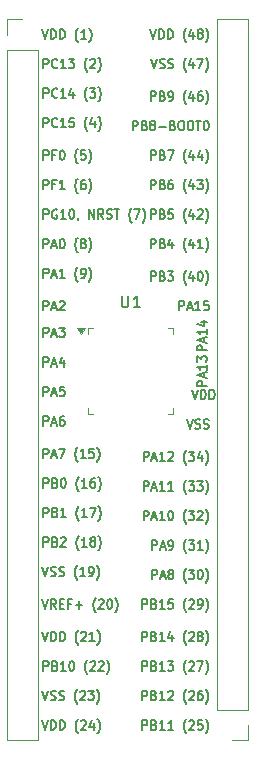
<source format=gbr>
%TF.GenerationSoftware,KiCad,Pcbnew,8.0.7*%
%TF.CreationDate,2025-02-16T23:10:18-06:00*%
%TF.ProjectId,MCU,4d43552e-6b69-4636-9164-5f7063625858,rev?*%
%TF.SameCoordinates,Original*%
%TF.FileFunction,Legend,Top*%
%TF.FilePolarity,Positive*%
%FSLAX46Y46*%
G04 Gerber Fmt 4.6, Leading zero omitted, Abs format (unit mm)*
G04 Created by KiCad (PCBNEW 8.0.7) date 2025-02-16 23:10:18*
%MOMM*%
%LPD*%
G01*
G04 APERTURE LIST*
%ADD10C,0.150000*%
%ADD11C,0.120000*%
G04 APERTURE END LIST*
D10*
X140972743Y-96112295D02*
X140972743Y-95312295D01*
X140972743Y-95312295D02*
X141258457Y-95312295D01*
X141258457Y-95312295D02*
X141329886Y-95350390D01*
X141329886Y-95350390D02*
X141365600Y-95388485D01*
X141365600Y-95388485D02*
X141401314Y-95464676D01*
X141401314Y-95464676D02*
X141401314Y-95578961D01*
X141401314Y-95578961D02*
X141365600Y-95655152D01*
X141365600Y-95655152D02*
X141329886Y-95693247D01*
X141329886Y-95693247D02*
X141258457Y-95731342D01*
X141258457Y-95731342D02*
X140972743Y-95731342D01*
X141687029Y-95883723D02*
X142044172Y-95883723D01*
X141615600Y-96112295D02*
X141865600Y-95312295D01*
X141865600Y-95312295D02*
X142115600Y-96112295D01*
X142472743Y-95655152D02*
X142401314Y-95617057D01*
X142401314Y-95617057D02*
X142365600Y-95578961D01*
X142365600Y-95578961D02*
X142329886Y-95502771D01*
X142329886Y-95502771D02*
X142329886Y-95464676D01*
X142329886Y-95464676D02*
X142365600Y-95388485D01*
X142365600Y-95388485D02*
X142401314Y-95350390D01*
X142401314Y-95350390D02*
X142472743Y-95312295D01*
X142472743Y-95312295D02*
X142615600Y-95312295D01*
X142615600Y-95312295D02*
X142687029Y-95350390D01*
X142687029Y-95350390D02*
X142722743Y-95388485D01*
X142722743Y-95388485D02*
X142758457Y-95464676D01*
X142758457Y-95464676D02*
X142758457Y-95502771D01*
X142758457Y-95502771D02*
X142722743Y-95578961D01*
X142722743Y-95578961D02*
X142687029Y-95617057D01*
X142687029Y-95617057D02*
X142615600Y-95655152D01*
X142615600Y-95655152D02*
X142472743Y-95655152D01*
X142472743Y-95655152D02*
X142401314Y-95693247D01*
X142401314Y-95693247D02*
X142365600Y-95731342D01*
X142365600Y-95731342D02*
X142329886Y-95807533D01*
X142329886Y-95807533D02*
X142329886Y-95959914D01*
X142329886Y-95959914D02*
X142365600Y-96036104D01*
X142365600Y-96036104D02*
X142401314Y-96074200D01*
X142401314Y-96074200D02*
X142472743Y-96112295D01*
X142472743Y-96112295D02*
X142615600Y-96112295D01*
X142615600Y-96112295D02*
X142687029Y-96074200D01*
X142687029Y-96074200D02*
X142722743Y-96036104D01*
X142722743Y-96036104D02*
X142758457Y-95959914D01*
X142758457Y-95959914D02*
X142758457Y-95807533D01*
X142758457Y-95807533D02*
X142722743Y-95731342D01*
X142722743Y-95731342D02*
X142687029Y-95693247D01*
X142687029Y-95693247D02*
X142615600Y-95655152D01*
X143865601Y-96417057D02*
X143829886Y-96378961D01*
X143829886Y-96378961D02*
X143758458Y-96264676D01*
X143758458Y-96264676D02*
X143722744Y-96188485D01*
X143722744Y-96188485D02*
X143687029Y-96074200D01*
X143687029Y-96074200D02*
X143651315Y-95883723D01*
X143651315Y-95883723D02*
X143651315Y-95731342D01*
X143651315Y-95731342D02*
X143687029Y-95540866D01*
X143687029Y-95540866D02*
X143722744Y-95426580D01*
X143722744Y-95426580D02*
X143758458Y-95350390D01*
X143758458Y-95350390D02*
X143829886Y-95236104D01*
X143829886Y-95236104D02*
X143865601Y-95198009D01*
X144079886Y-95312295D02*
X144544172Y-95312295D01*
X144544172Y-95312295D02*
X144294172Y-95617057D01*
X144294172Y-95617057D02*
X144401315Y-95617057D01*
X144401315Y-95617057D02*
X144472744Y-95655152D01*
X144472744Y-95655152D02*
X144508458Y-95693247D01*
X144508458Y-95693247D02*
X144544172Y-95769438D01*
X144544172Y-95769438D02*
X144544172Y-95959914D01*
X144544172Y-95959914D02*
X144508458Y-96036104D01*
X144508458Y-96036104D02*
X144472744Y-96074200D01*
X144472744Y-96074200D02*
X144401315Y-96112295D01*
X144401315Y-96112295D02*
X144187029Y-96112295D01*
X144187029Y-96112295D02*
X144115601Y-96074200D01*
X144115601Y-96074200D02*
X144079886Y-96036104D01*
X145008458Y-95312295D02*
X145079887Y-95312295D01*
X145079887Y-95312295D02*
X145151315Y-95350390D01*
X145151315Y-95350390D02*
X145187030Y-95388485D01*
X145187030Y-95388485D02*
X145222744Y-95464676D01*
X145222744Y-95464676D02*
X145258458Y-95617057D01*
X145258458Y-95617057D02*
X145258458Y-95807533D01*
X145258458Y-95807533D02*
X145222744Y-95959914D01*
X145222744Y-95959914D02*
X145187030Y-96036104D01*
X145187030Y-96036104D02*
X145151315Y-96074200D01*
X145151315Y-96074200D02*
X145079887Y-96112295D01*
X145079887Y-96112295D02*
X145008458Y-96112295D01*
X145008458Y-96112295D02*
X144937030Y-96074200D01*
X144937030Y-96074200D02*
X144901315Y-96036104D01*
X144901315Y-96036104D02*
X144865601Y-95959914D01*
X144865601Y-95959914D02*
X144829887Y-95807533D01*
X144829887Y-95807533D02*
X144829887Y-95617057D01*
X144829887Y-95617057D02*
X144865601Y-95464676D01*
X144865601Y-95464676D02*
X144901315Y-95388485D01*
X144901315Y-95388485D02*
X144937030Y-95350390D01*
X144937030Y-95350390D02*
X145008458Y-95312295D01*
X145508458Y-96417057D02*
X145544173Y-96378961D01*
X145544173Y-96378961D02*
X145615601Y-96264676D01*
X145615601Y-96264676D02*
X145651316Y-96188485D01*
X145651316Y-96188485D02*
X145687030Y-96074200D01*
X145687030Y-96074200D02*
X145722744Y-95883723D01*
X145722744Y-95883723D02*
X145722744Y-95731342D01*
X145722744Y-95731342D02*
X145687030Y-95540866D01*
X145687030Y-95540866D02*
X145651316Y-95426580D01*
X145651316Y-95426580D02*
X145615601Y-95350390D01*
X145615601Y-95350390D02*
X145544173Y-95236104D01*
X145544173Y-95236104D02*
X145508458Y-95198009D01*
X140151314Y-103862295D02*
X140151314Y-103062295D01*
X140151314Y-103062295D02*
X140437028Y-103062295D01*
X140437028Y-103062295D02*
X140508457Y-103100390D01*
X140508457Y-103100390D02*
X140544171Y-103138485D01*
X140544171Y-103138485D02*
X140579885Y-103214676D01*
X140579885Y-103214676D02*
X140579885Y-103328961D01*
X140579885Y-103328961D02*
X140544171Y-103405152D01*
X140544171Y-103405152D02*
X140508457Y-103443247D01*
X140508457Y-103443247D02*
X140437028Y-103481342D01*
X140437028Y-103481342D02*
X140151314Y-103481342D01*
X141151314Y-103443247D02*
X141258457Y-103481342D01*
X141258457Y-103481342D02*
X141294171Y-103519438D01*
X141294171Y-103519438D02*
X141329885Y-103595628D01*
X141329885Y-103595628D02*
X141329885Y-103709914D01*
X141329885Y-103709914D02*
X141294171Y-103786104D01*
X141294171Y-103786104D02*
X141258457Y-103824200D01*
X141258457Y-103824200D02*
X141187028Y-103862295D01*
X141187028Y-103862295D02*
X140901314Y-103862295D01*
X140901314Y-103862295D02*
X140901314Y-103062295D01*
X140901314Y-103062295D02*
X141151314Y-103062295D01*
X141151314Y-103062295D02*
X141222743Y-103100390D01*
X141222743Y-103100390D02*
X141258457Y-103138485D01*
X141258457Y-103138485D02*
X141294171Y-103214676D01*
X141294171Y-103214676D02*
X141294171Y-103290866D01*
X141294171Y-103290866D02*
X141258457Y-103367057D01*
X141258457Y-103367057D02*
X141222743Y-103405152D01*
X141222743Y-103405152D02*
X141151314Y-103443247D01*
X141151314Y-103443247D02*
X140901314Y-103443247D01*
X142044171Y-103862295D02*
X141615600Y-103862295D01*
X141829885Y-103862295D02*
X141829885Y-103062295D01*
X141829885Y-103062295D02*
X141758457Y-103176580D01*
X141758457Y-103176580D02*
X141687028Y-103252771D01*
X141687028Y-103252771D02*
X141615600Y-103290866D01*
X142294171Y-103062295D02*
X142758457Y-103062295D01*
X142758457Y-103062295D02*
X142508457Y-103367057D01*
X142508457Y-103367057D02*
X142615600Y-103367057D01*
X142615600Y-103367057D02*
X142687029Y-103405152D01*
X142687029Y-103405152D02*
X142722743Y-103443247D01*
X142722743Y-103443247D02*
X142758457Y-103519438D01*
X142758457Y-103519438D02*
X142758457Y-103709914D01*
X142758457Y-103709914D02*
X142722743Y-103786104D01*
X142722743Y-103786104D02*
X142687029Y-103824200D01*
X142687029Y-103824200D02*
X142615600Y-103862295D01*
X142615600Y-103862295D02*
X142401314Y-103862295D01*
X142401314Y-103862295D02*
X142329886Y-103824200D01*
X142329886Y-103824200D02*
X142294171Y-103786104D01*
X143865601Y-104167057D02*
X143829886Y-104128961D01*
X143829886Y-104128961D02*
X143758458Y-104014676D01*
X143758458Y-104014676D02*
X143722744Y-103938485D01*
X143722744Y-103938485D02*
X143687029Y-103824200D01*
X143687029Y-103824200D02*
X143651315Y-103633723D01*
X143651315Y-103633723D02*
X143651315Y-103481342D01*
X143651315Y-103481342D02*
X143687029Y-103290866D01*
X143687029Y-103290866D02*
X143722744Y-103176580D01*
X143722744Y-103176580D02*
X143758458Y-103100390D01*
X143758458Y-103100390D02*
X143829886Y-102986104D01*
X143829886Y-102986104D02*
X143865601Y-102948009D01*
X144115601Y-103138485D02*
X144151315Y-103100390D01*
X144151315Y-103100390D02*
X144222744Y-103062295D01*
X144222744Y-103062295D02*
X144401315Y-103062295D01*
X144401315Y-103062295D02*
X144472744Y-103100390D01*
X144472744Y-103100390D02*
X144508458Y-103138485D01*
X144508458Y-103138485D02*
X144544172Y-103214676D01*
X144544172Y-103214676D02*
X144544172Y-103290866D01*
X144544172Y-103290866D02*
X144508458Y-103405152D01*
X144508458Y-103405152D02*
X144079886Y-103862295D01*
X144079886Y-103862295D02*
X144544172Y-103862295D01*
X144794172Y-103062295D02*
X145294172Y-103062295D01*
X145294172Y-103062295D02*
X144972744Y-103862295D01*
X145508458Y-104167057D02*
X145544173Y-104128961D01*
X145544173Y-104128961D02*
X145615601Y-104014676D01*
X145615601Y-104014676D02*
X145651316Y-103938485D01*
X145651316Y-103938485D02*
X145687030Y-103824200D01*
X145687030Y-103824200D02*
X145722744Y-103633723D01*
X145722744Y-103633723D02*
X145722744Y-103481342D01*
X145722744Y-103481342D02*
X145687030Y-103290866D01*
X145687030Y-103290866D02*
X145651316Y-103176580D01*
X145651316Y-103176580D02*
X145615601Y-103100390D01*
X145615601Y-103100390D02*
X145544173Y-102986104D01*
X145544173Y-102986104D02*
X145508458Y-102948009D01*
X140151314Y-98612295D02*
X140151314Y-97812295D01*
X140151314Y-97812295D02*
X140437028Y-97812295D01*
X140437028Y-97812295D02*
X140508457Y-97850390D01*
X140508457Y-97850390D02*
X140544171Y-97888485D01*
X140544171Y-97888485D02*
X140579885Y-97964676D01*
X140579885Y-97964676D02*
X140579885Y-98078961D01*
X140579885Y-98078961D02*
X140544171Y-98155152D01*
X140544171Y-98155152D02*
X140508457Y-98193247D01*
X140508457Y-98193247D02*
X140437028Y-98231342D01*
X140437028Y-98231342D02*
X140151314Y-98231342D01*
X141151314Y-98193247D02*
X141258457Y-98231342D01*
X141258457Y-98231342D02*
X141294171Y-98269438D01*
X141294171Y-98269438D02*
X141329885Y-98345628D01*
X141329885Y-98345628D02*
X141329885Y-98459914D01*
X141329885Y-98459914D02*
X141294171Y-98536104D01*
X141294171Y-98536104D02*
X141258457Y-98574200D01*
X141258457Y-98574200D02*
X141187028Y-98612295D01*
X141187028Y-98612295D02*
X140901314Y-98612295D01*
X140901314Y-98612295D02*
X140901314Y-97812295D01*
X140901314Y-97812295D02*
X141151314Y-97812295D01*
X141151314Y-97812295D02*
X141222743Y-97850390D01*
X141222743Y-97850390D02*
X141258457Y-97888485D01*
X141258457Y-97888485D02*
X141294171Y-97964676D01*
X141294171Y-97964676D02*
X141294171Y-98040866D01*
X141294171Y-98040866D02*
X141258457Y-98117057D01*
X141258457Y-98117057D02*
X141222743Y-98155152D01*
X141222743Y-98155152D02*
X141151314Y-98193247D01*
X141151314Y-98193247D02*
X140901314Y-98193247D01*
X142044171Y-98612295D02*
X141615600Y-98612295D01*
X141829885Y-98612295D02*
X141829885Y-97812295D01*
X141829885Y-97812295D02*
X141758457Y-97926580D01*
X141758457Y-97926580D02*
X141687028Y-98002771D01*
X141687028Y-98002771D02*
X141615600Y-98040866D01*
X142722743Y-97812295D02*
X142365600Y-97812295D01*
X142365600Y-97812295D02*
X142329886Y-98193247D01*
X142329886Y-98193247D02*
X142365600Y-98155152D01*
X142365600Y-98155152D02*
X142437029Y-98117057D01*
X142437029Y-98117057D02*
X142615600Y-98117057D01*
X142615600Y-98117057D02*
X142687029Y-98155152D01*
X142687029Y-98155152D02*
X142722743Y-98193247D01*
X142722743Y-98193247D02*
X142758457Y-98269438D01*
X142758457Y-98269438D02*
X142758457Y-98459914D01*
X142758457Y-98459914D02*
X142722743Y-98536104D01*
X142722743Y-98536104D02*
X142687029Y-98574200D01*
X142687029Y-98574200D02*
X142615600Y-98612295D01*
X142615600Y-98612295D02*
X142437029Y-98612295D01*
X142437029Y-98612295D02*
X142365600Y-98574200D01*
X142365600Y-98574200D02*
X142329886Y-98536104D01*
X143865601Y-98917057D02*
X143829886Y-98878961D01*
X143829886Y-98878961D02*
X143758458Y-98764676D01*
X143758458Y-98764676D02*
X143722744Y-98688485D01*
X143722744Y-98688485D02*
X143687029Y-98574200D01*
X143687029Y-98574200D02*
X143651315Y-98383723D01*
X143651315Y-98383723D02*
X143651315Y-98231342D01*
X143651315Y-98231342D02*
X143687029Y-98040866D01*
X143687029Y-98040866D02*
X143722744Y-97926580D01*
X143722744Y-97926580D02*
X143758458Y-97850390D01*
X143758458Y-97850390D02*
X143829886Y-97736104D01*
X143829886Y-97736104D02*
X143865601Y-97698009D01*
X144115601Y-97888485D02*
X144151315Y-97850390D01*
X144151315Y-97850390D02*
X144222744Y-97812295D01*
X144222744Y-97812295D02*
X144401315Y-97812295D01*
X144401315Y-97812295D02*
X144472744Y-97850390D01*
X144472744Y-97850390D02*
X144508458Y-97888485D01*
X144508458Y-97888485D02*
X144544172Y-97964676D01*
X144544172Y-97964676D02*
X144544172Y-98040866D01*
X144544172Y-98040866D02*
X144508458Y-98155152D01*
X144508458Y-98155152D02*
X144079886Y-98612295D01*
X144079886Y-98612295D02*
X144544172Y-98612295D01*
X144901315Y-98612295D02*
X145044172Y-98612295D01*
X145044172Y-98612295D02*
X145115601Y-98574200D01*
X145115601Y-98574200D02*
X145151315Y-98536104D01*
X145151315Y-98536104D02*
X145222744Y-98421819D01*
X145222744Y-98421819D02*
X145258458Y-98269438D01*
X145258458Y-98269438D02*
X145258458Y-97964676D01*
X145258458Y-97964676D02*
X145222744Y-97888485D01*
X145222744Y-97888485D02*
X145187030Y-97850390D01*
X145187030Y-97850390D02*
X145115601Y-97812295D01*
X145115601Y-97812295D02*
X144972744Y-97812295D01*
X144972744Y-97812295D02*
X144901315Y-97850390D01*
X144901315Y-97850390D02*
X144865601Y-97888485D01*
X144865601Y-97888485D02*
X144829887Y-97964676D01*
X144829887Y-97964676D02*
X144829887Y-98155152D01*
X144829887Y-98155152D02*
X144865601Y-98231342D01*
X144865601Y-98231342D02*
X144901315Y-98269438D01*
X144901315Y-98269438D02*
X144972744Y-98307533D01*
X144972744Y-98307533D02*
X145115601Y-98307533D01*
X145115601Y-98307533D02*
X145187030Y-98269438D01*
X145187030Y-98269438D02*
X145222744Y-98231342D01*
X145222744Y-98231342D02*
X145258458Y-98155152D01*
X145508458Y-98917057D02*
X145544173Y-98878961D01*
X145544173Y-98878961D02*
X145615601Y-98764676D01*
X145615601Y-98764676D02*
X145651316Y-98688485D01*
X145651316Y-98688485D02*
X145687030Y-98574200D01*
X145687030Y-98574200D02*
X145722744Y-98383723D01*
X145722744Y-98383723D02*
X145722744Y-98231342D01*
X145722744Y-98231342D02*
X145687030Y-98040866D01*
X145687030Y-98040866D02*
X145651316Y-97926580D01*
X145651316Y-97926580D02*
X145615601Y-97850390D01*
X145615601Y-97850390D02*
X145544173Y-97736104D01*
X145544173Y-97736104D02*
X145508458Y-97698009D01*
X140151314Y-108862295D02*
X140151314Y-108062295D01*
X140151314Y-108062295D02*
X140437028Y-108062295D01*
X140437028Y-108062295D02*
X140508457Y-108100390D01*
X140508457Y-108100390D02*
X140544171Y-108138485D01*
X140544171Y-108138485D02*
X140579885Y-108214676D01*
X140579885Y-108214676D02*
X140579885Y-108328961D01*
X140579885Y-108328961D02*
X140544171Y-108405152D01*
X140544171Y-108405152D02*
X140508457Y-108443247D01*
X140508457Y-108443247D02*
X140437028Y-108481342D01*
X140437028Y-108481342D02*
X140151314Y-108481342D01*
X141151314Y-108443247D02*
X141258457Y-108481342D01*
X141258457Y-108481342D02*
X141294171Y-108519438D01*
X141294171Y-108519438D02*
X141329885Y-108595628D01*
X141329885Y-108595628D02*
X141329885Y-108709914D01*
X141329885Y-108709914D02*
X141294171Y-108786104D01*
X141294171Y-108786104D02*
X141258457Y-108824200D01*
X141258457Y-108824200D02*
X141187028Y-108862295D01*
X141187028Y-108862295D02*
X140901314Y-108862295D01*
X140901314Y-108862295D02*
X140901314Y-108062295D01*
X140901314Y-108062295D02*
X141151314Y-108062295D01*
X141151314Y-108062295D02*
X141222743Y-108100390D01*
X141222743Y-108100390D02*
X141258457Y-108138485D01*
X141258457Y-108138485D02*
X141294171Y-108214676D01*
X141294171Y-108214676D02*
X141294171Y-108290866D01*
X141294171Y-108290866D02*
X141258457Y-108367057D01*
X141258457Y-108367057D02*
X141222743Y-108405152D01*
X141222743Y-108405152D02*
X141151314Y-108443247D01*
X141151314Y-108443247D02*
X140901314Y-108443247D01*
X142044171Y-108862295D02*
X141615600Y-108862295D01*
X141829885Y-108862295D02*
X141829885Y-108062295D01*
X141829885Y-108062295D02*
X141758457Y-108176580D01*
X141758457Y-108176580D02*
X141687028Y-108252771D01*
X141687028Y-108252771D02*
X141615600Y-108290866D01*
X142758457Y-108862295D02*
X142329886Y-108862295D01*
X142544171Y-108862295D02*
X142544171Y-108062295D01*
X142544171Y-108062295D02*
X142472743Y-108176580D01*
X142472743Y-108176580D02*
X142401314Y-108252771D01*
X142401314Y-108252771D02*
X142329886Y-108290866D01*
X143865601Y-109167057D02*
X143829886Y-109128961D01*
X143829886Y-109128961D02*
X143758458Y-109014676D01*
X143758458Y-109014676D02*
X143722744Y-108938485D01*
X143722744Y-108938485D02*
X143687029Y-108824200D01*
X143687029Y-108824200D02*
X143651315Y-108633723D01*
X143651315Y-108633723D02*
X143651315Y-108481342D01*
X143651315Y-108481342D02*
X143687029Y-108290866D01*
X143687029Y-108290866D02*
X143722744Y-108176580D01*
X143722744Y-108176580D02*
X143758458Y-108100390D01*
X143758458Y-108100390D02*
X143829886Y-107986104D01*
X143829886Y-107986104D02*
X143865601Y-107948009D01*
X144115601Y-108138485D02*
X144151315Y-108100390D01*
X144151315Y-108100390D02*
X144222744Y-108062295D01*
X144222744Y-108062295D02*
X144401315Y-108062295D01*
X144401315Y-108062295D02*
X144472744Y-108100390D01*
X144472744Y-108100390D02*
X144508458Y-108138485D01*
X144508458Y-108138485D02*
X144544172Y-108214676D01*
X144544172Y-108214676D02*
X144544172Y-108290866D01*
X144544172Y-108290866D02*
X144508458Y-108405152D01*
X144508458Y-108405152D02*
X144079886Y-108862295D01*
X144079886Y-108862295D02*
X144544172Y-108862295D01*
X145222744Y-108062295D02*
X144865601Y-108062295D01*
X144865601Y-108062295D02*
X144829887Y-108443247D01*
X144829887Y-108443247D02*
X144865601Y-108405152D01*
X144865601Y-108405152D02*
X144937030Y-108367057D01*
X144937030Y-108367057D02*
X145115601Y-108367057D01*
X145115601Y-108367057D02*
X145187030Y-108405152D01*
X145187030Y-108405152D02*
X145222744Y-108443247D01*
X145222744Y-108443247D02*
X145258458Y-108519438D01*
X145258458Y-108519438D02*
X145258458Y-108709914D01*
X145258458Y-108709914D02*
X145222744Y-108786104D01*
X145222744Y-108786104D02*
X145187030Y-108824200D01*
X145187030Y-108824200D02*
X145115601Y-108862295D01*
X145115601Y-108862295D02*
X144937030Y-108862295D01*
X144937030Y-108862295D02*
X144865601Y-108824200D01*
X144865601Y-108824200D02*
X144829887Y-108786104D01*
X145508458Y-109167057D02*
X145544173Y-109128961D01*
X145544173Y-109128961D02*
X145615601Y-109014676D01*
X145615601Y-109014676D02*
X145651316Y-108938485D01*
X145651316Y-108938485D02*
X145687030Y-108824200D01*
X145687030Y-108824200D02*
X145722744Y-108633723D01*
X145722744Y-108633723D02*
X145722744Y-108481342D01*
X145722744Y-108481342D02*
X145687030Y-108290866D01*
X145687030Y-108290866D02*
X145651316Y-108176580D01*
X145651316Y-108176580D02*
X145615601Y-108100390D01*
X145615601Y-108100390D02*
X145544173Y-107986104D01*
X145544173Y-107986104D02*
X145508458Y-107948009D01*
X140151314Y-101362295D02*
X140151314Y-100562295D01*
X140151314Y-100562295D02*
X140437028Y-100562295D01*
X140437028Y-100562295D02*
X140508457Y-100600390D01*
X140508457Y-100600390D02*
X140544171Y-100638485D01*
X140544171Y-100638485D02*
X140579885Y-100714676D01*
X140579885Y-100714676D02*
X140579885Y-100828961D01*
X140579885Y-100828961D02*
X140544171Y-100905152D01*
X140544171Y-100905152D02*
X140508457Y-100943247D01*
X140508457Y-100943247D02*
X140437028Y-100981342D01*
X140437028Y-100981342D02*
X140151314Y-100981342D01*
X141151314Y-100943247D02*
X141258457Y-100981342D01*
X141258457Y-100981342D02*
X141294171Y-101019438D01*
X141294171Y-101019438D02*
X141329885Y-101095628D01*
X141329885Y-101095628D02*
X141329885Y-101209914D01*
X141329885Y-101209914D02*
X141294171Y-101286104D01*
X141294171Y-101286104D02*
X141258457Y-101324200D01*
X141258457Y-101324200D02*
X141187028Y-101362295D01*
X141187028Y-101362295D02*
X140901314Y-101362295D01*
X140901314Y-101362295D02*
X140901314Y-100562295D01*
X140901314Y-100562295D02*
X141151314Y-100562295D01*
X141151314Y-100562295D02*
X141222743Y-100600390D01*
X141222743Y-100600390D02*
X141258457Y-100638485D01*
X141258457Y-100638485D02*
X141294171Y-100714676D01*
X141294171Y-100714676D02*
X141294171Y-100790866D01*
X141294171Y-100790866D02*
X141258457Y-100867057D01*
X141258457Y-100867057D02*
X141222743Y-100905152D01*
X141222743Y-100905152D02*
X141151314Y-100943247D01*
X141151314Y-100943247D02*
X140901314Y-100943247D01*
X142044171Y-101362295D02*
X141615600Y-101362295D01*
X141829885Y-101362295D02*
X141829885Y-100562295D01*
X141829885Y-100562295D02*
X141758457Y-100676580D01*
X141758457Y-100676580D02*
X141687028Y-100752771D01*
X141687028Y-100752771D02*
X141615600Y-100790866D01*
X142687029Y-100828961D02*
X142687029Y-101362295D01*
X142508457Y-100524200D02*
X142329886Y-101095628D01*
X142329886Y-101095628D02*
X142794171Y-101095628D01*
X143865601Y-101667057D02*
X143829886Y-101628961D01*
X143829886Y-101628961D02*
X143758458Y-101514676D01*
X143758458Y-101514676D02*
X143722744Y-101438485D01*
X143722744Y-101438485D02*
X143687029Y-101324200D01*
X143687029Y-101324200D02*
X143651315Y-101133723D01*
X143651315Y-101133723D02*
X143651315Y-100981342D01*
X143651315Y-100981342D02*
X143687029Y-100790866D01*
X143687029Y-100790866D02*
X143722744Y-100676580D01*
X143722744Y-100676580D02*
X143758458Y-100600390D01*
X143758458Y-100600390D02*
X143829886Y-100486104D01*
X143829886Y-100486104D02*
X143865601Y-100448009D01*
X144115601Y-100638485D02*
X144151315Y-100600390D01*
X144151315Y-100600390D02*
X144222744Y-100562295D01*
X144222744Y-100562295D02*
X144401315Y-100562295D01*
X144401315Y-100562295D02*
X144472744Y-100600390D01*
X144472744Y-100600390D02*
X144508458Y-100638485D01*
X144508458Y-100638485D02*
X144544172Y-100714676D01*
X144544172Y-100714676D02*
X144544172Y-100790866D01*
X144544172Y-100790866D02*
X144508458Y-100905152D01*
X144508458Y-100905152D02*
X144079886Y-101362295D01*
X144079886Y-101362295D02*
X144544172Y-101362295D01*
X144972744Y-100905152D02*
X144901315Y-100867057D01*
X144901315Y-100867057D02*
X144865601Y-100828961D01*
X144865601Y-100828961D02*
X144829887Y-100752771D01*
X144829887Y-100752771D02*
X144829887Y-100714676D01*
X144829887Y-100714676D02*
X144865601Y-100638485D01*
X144865601Y-100638485D02*
X144901315Y-100600390D01*
X144901315Y-100600390D02*
X144972744Y-100562295D01*
X144972744Y-100562295D02*
X145115601Y-100562295D01*
X145115601Y-100562295D02*
X145187030Y-100600390D01*
X145187030Y-100600390D02*
X145222744Y-100638485D01*
X145222744Y-100638485D02*
X145258458Y-100714676D01*
X145258458Y-100714676D02*
X145258458Y-100752771D01*
X145258458Y-100752771D02*
X145222744Y-100828961D01*
X145222744Y-100828961D02*
X145187030Y-100867057D01*
X145187030Y-100867057D02*
X145115601Y-100905152D01*
X145115601Y-100905152D02*
X144972744Y-100905152D01*
X144972744Y-100905152D02*
X144901315Y-100943247D01*
X144901315Y-100943247D02*
X144865601Y-100981342D01*
X144865601Y-100981342D02*
X144829887Y-101057533D01*
X144829887Y-101057533D02*
X144829887Y-101209914D01*
X144829887Y-101209914D02*
X144865601Y-101286104D01*
X144865601Y-101286104D02*
X144901315Y-101324200D01*
X144901315Y-101324200D02*
X144972744Y-101362295D01*
X144972744Y-101362295D02*
X145115601Y-101362295D01*
X145115601Y-101362295D02*
X145187030Y-101324200D01*
X145187030Y-101324200D02*
X145222744Y-101286104D01*
X145222744Y-101286104D02*
X145258458Y-101209914D01*
X145258458Y-101209914D02*
X145258458Y-101057533D01*
X145258458Y-101057533D02*
X145222744Y-100981342D01*
X145222744Y-100981342D02*
X145187030Y-100943247D01*
X145187030Y-100943247D02*
X145115601Y-100905152D01*
X145508458Y-101667057D02*
X145544173Y-101628961D01*
X145544173Y-101628961D02*
X145615601Y-101514676D01*
X145615601Y-101514676D02*
X145651316Y-101438485D01*
X145651316Y-101438485D02*
X145687030Y-101324200D01*
X145687030Y-101324200D02*
X145722744Y-101133723D01*
X145722744Y-101133723D02*
X145722744Y-100981342D01*
X145722744Y-100981342D02*
X145687030Y-100790866D01*
X145687030Y-100790866D02*
X145651316Y-100676580D01*
X145651316Y-100676580D02*
X145615601Y-100600390D01*
X145615601Y-100600390D02*
X145544173Y-100486104D01*
X145544173Y-100486104D02*
X145508458Y-100448009D01*
X140151314Y-106362295D02*
X140151314Y-105562295D01*
X140151314Y-105562295D02*
X140437028Y-105562295D01*
X140437028Y-105562295D02*
X140508457Y-105600390D01*
X140508457Y-105600390D02*
X140544171Y-105638485D01*
X140544171Y-105638485D02*
X140579885Y-105714676D01*
X140579885Y-105714676D02*
X140579885Y-105828961D01*
X140579885Y-105828961D02*
X140544171Y-105905152D01*
X140544171Y-105905152D02*
X140508457Y-105943247D01*
X140508457Y-105943247D02*
X140437028Y-105981342D01*
X140437028Y-105981342D02*
X140151314Y-105981342D01*
X141151314Y-105943247D02*
X141258457Y-105981342D01*
X141258457Y-105981342D02*
X141294171Y-106019438D01*
X141294171Y-106019438D02*
X141329885Y-106095628D01*
X141329885Y-106095628D02*
X141329885Y-106209914D01*
X141329885Y-106209914D02*
X141294171Y-106286104D01*
X141294171Y-106286104D02*
X141258457Y-106324200D01*
X141258457Y-106324200D02*
X141187028Y-106362295D01*
X141187028Y-106362295D02*
X140901314Y-106362295D01*
X140901314Y-106362295D02*
X140901314Y-105562295D01*
X140901314Y-105562295D02*
X141151314Y-105562295D01*
X141151314Y-105562295D02*
X141222743Y-105600390D01*
X141222743Y-105600390D02*
X141258457Y-105638485D01*
X141258457Y-105638485D02*
X141294171Y-105714676D01*
X141294171Y-105714676D02*
X141294171Y-105790866D01*
X141294171Y-105790866D02*
X141258457Y-105867057D01*
X141258457Y-105867057D02*
X141222743Y-105905152D01*
X141222743Y-105905152D02*
X141151314Y-105943247D01*
X141151314Y-105943247D02*
X140901314Y-105943247D01*
X142044171Y-106362295D02*
X141615600Y-106362295D01*
X141829885Y-106362295D02*
X141829885Y-105562295D01*
X141829885Y-105562295D02*
X141758457Y-105676580D01*
X141758457Y-105676580D02*
X141687028Y-105752771D01*
X141687028Y-105752771D02*
X141615600Y-105790866D01*
X142329886Y-105638485D02*
X142365600Y-105600390D01*
X142365600Y-105600390D02*
X142437029Y-105562295D01*
X142437029Y-105562295D02*
X142615600Y-105562295D01*
X142615600Y-105562295D02*
X142687029Y-105600390D01*
X142687029Y-105600390D02*
X142722743Y-105638485D01*
X142722743Y-105638485D02*
X142758457Y-105714676D01*
X142758457Y-105714676D02*
X142758457Y-105790866D01*
X142758457Y-105790866D02*
X142722743Y-105905152D01*
X142722743Y-105905152D02*
X142294171Y-106362295D01*
X142294171Y-106362295D02*
X142758457Y-106362295D01*
X143865601Y-106667057D02*
X143829886Y-106628961D01*
X143829886Y-106628961D02*
X143758458Y-106514676D01*
X143758458Y-106514676D02*
X143722744Y-106438485D01*
X143722744Y-106438485D02*
X143687029Y-106324200D01*
X143687029Y-106324200D02*
X143651315Y-106133723D01*
X143651315Y-106133723D02*
X143651315Y-105981342D01*
X143651315Y-105981342D02*
X143687029Y-105790866D01*
X143687029Y-105790866D02*
X143722744Y-105676580D01*
X143722744Y-105676580D02*
X143758458Y-105600390D01*
X143758458Y-105600390D02*
X143829886Y-105486104D01*
X143829886Y-105486104D02*
X143865601Y-105448009D01*
X144115601Y-105638485D02*
X144151315Y-105600390D01*
X144151315Y-105600390D02*
X144222744Y-105562295D01*
X144222744Y-105562295D02*
X144401315Y-105562295D01*
X144401315Y-105562295D02*
X144472744Y-105600390D01*
X144472744Y-105600390D02*
X144508458Y-105638485D01*
X144508458Y-105638485D02*
X144544172Y-105714676D01*
X144544172Y-105714676D02*
X144544172Y-105790866D01*
X144544172Y-105790866D02*
X144508458Y-105905152D01*
X144508458Y-105905152D02*
X144079886Y-106362295D01*
X144079886Y-106362295D02*
X144544172Y-106362295D01*
X145187030Y-105562295D02*
X145044172Y-105562295D01*
X145044172Y-105562295D02*
X144972744Y-105600390D01*
X144972744Y-105600390D02*
X144937030Y-105638485D01*
X144937030Y-105638485D02*
X144865601Y-105752771D01*
X144865601Y-105752771D02*
X144829887Y-105905152D01*
X144829887Y-105905152D02*
X144829887Y-106209914D01*
X144829887Y-106209914D02*
X144865601Y-106286104D01*
X144865601Y-106286104D02*
X144901315Y-106324200D01*
X144901315Y-106324200D02*
X144972744Y-106362295D01*
X144972744Y-106362295D02*
X145115601Y-106362295D01*
X145115601Y-106362295D02*
X145187030Y-106324200D01*
X145187030Y-106324200D02*
X145222744Y-106286104D01*
X145222744Y-106286104D02*
X145258458Y-106209914D01*
X145258458Y-106209914D02*
X145258458Y-106019438D01*
X145258458Y-106019438D02*
X145222744Y-105943247D01*
X145222744Y-105943247D02*
X145187030Y-105905152D01*
X145187030Y-105905152D02*
X145115601Y-105867057D01*
X145115601Y-105867057D02*
X144972744Y-105867057D01*
X144972744Y-105867057D02*
X144901315Y-105905152D01*
X144901315Y-105905152D02*
X144865601Y-105943247D01*
X144865601Y-105943247D02*
X144829887Y-106019438D01*
X145508458Y-106667057D02*
X145544173Y-106628961D01*
X145544173Y-106628961D02*
X145615601Y-106514676D01*
X145615601Y-106514676D02*
X145651316Y-106438485D01*
X145651316Y-106438485D02*
X145687030Y-106324200D01*
X145687030Y-106324200D02*
X145722744Y-106133723D01*
X145722744Y-106133723D02*
X145722744Y-105981342D01*
X145722744Y-105981342D02*
X145687030Y-105790866D01*
X145687030Y-105790866D02*
X145651316Y-105676580D01*
X145651316Y-105676580D02*
X145615601Y-105600390D01*
X145615601Y-105600390D02*
X145544173Y-105486104D01*
X145544173Y-105486104D02*
X145508458Y-105448009D01*
X140258457Y-91112295D02*
X140258457Y-90312295D01*
X140258457Y-90312295D02*
X140544171Y-90312295D01*
X140544171Y-90312295D02*
X140615600Y-90350390D01*
X140615600Y-90350390D02*
X140651314Y-90388485D01*
X140651314Y-90388485D02*
X140687028Y-90464676D01*
X140687028Y-90464676D02*
X140687028Y-90578961D01*
X140687028Y-90578961D02*
X140651314Y-90655152D01*
X140651314Y-90655152D02*
X140615600Y-90693247D01*
X140615600Y-90693247D02*
X140544171Y-90731342D01*
X140544171Y-90731342D02*
X140258457Y-90731342D01*
X140972743Y-90883723D02*
X141329886Y-90883723D01*
X140901314Y-91112295D02*
X141151314Y-90312295D01*
X141151314Y-90312295D02*
X141401314Y-91112295D01*
X142044171Y-91112295D02*
X141615600Y-91112295D01*
X141829885Y-91112295D02*
X141829885Y-90312295D01*
X141829885Y-90312295D02*
X141758457Y-90426580D01*
X141758457Y-90426580D02*
X141687028Y-90502771D01*
X141687028Y-90502771D02*
X141615600Y-90540866D01*
X142508457Y-90312295D02*
X142579886Y-90312295D01*
X142579886Y-90312295D02*
X142651314Y-90350390D01*
X142651314Y-90350390D02*
X142687029Y-90388485D01*
X142687029Y-90388485D02*
X142722743Y-90464676D01*
X142722743Y-90464676D02*
X142758457Y-90617057D01*
X142758457Y-90617057D02*
X142758457Y-90807533D01*
X142758457Y-90807533D02*
X142722743Y-90959914D01*
X142722743Y-90959914D02*
X142687029Y-91036104D01*
X142687029Y-91036104D02*
X142651314Y-91074200D01*
X142651314Y-91074200D02*
X142579886Y-91112295D01*
X142579886Y-91112295D02*
X142508457Y-91112295D01*
X142508457Y-91112295D02*
X142437029Y-91074200D01*
X142437029Y-91074200D02*
X142401314Y-91036104D01*
X142401314Y-91036104D02*
X142365600Y-90959914D01*
X142365600Y-90959914D02*
X142329886Y-90807533D01*
X142329886Y-90807533D02*
X142329886Y-90617057D01*
X142329886Y-90617057D02*
X142365600Y-90464676D01*
X142365600Y-90464676D02*
X142401314Y-90388485D01*
X142401314Y-90388485D02*
X142437029Y-90350390D01*
X142437029Y-90350390D02*
X142508457Y-90312295D01*
X143865601Y-91417057D02*
X143829886Y-91378961D01*
X143829886Y-91378961D02*
X143758458Y-91264676D01*
X143758458Y-91264676D02*
X143722744Y-91188485D01*
X143722744Y-91188485D02*
X143687029Y-91074200D01*
X143687029Y-91074200D02*
X143651315Y-90883723D01*
X143651315Y-90883723D02*
X143651315Y-90731342D01*
X143651315Y-90731342D02*
X143687029Y-90540866D01*
X143687029Y-90540866D02*
X143722744Y-90426580D01*
X143722744Y-90426580D02*
X143758458Y-90350390D01*
X143758458Y-90350390D02*
X143829886Y-90236104D01*
X143829886Y-90236104D02*
X143865601Y-90198009D01*
X144079886Y-90312295D02*
X144544172Y-90312295D01*
X144544172Y-90312295D02*
X144294172Y-90617057D01*
X144294172Y-90617057D02*
X144401315Y-90617057D01*
X144401315Y-90617057D02*
X144472744Y-90655152D01*
X144472744Y-90655152D02*
X144508458Y-90693247D01*
X144508458Y-90693247D02*
X144544172Y-90769438D01*
X144544172Y-90769438D02*
X144544172Y-90959914D01*
X144544172Y-90959914D02*
X144508458Y-91036104D01*
X144508458Y-91036104D02*
X144472744Y-91074200D01*
X144472744Y-91074200D02*
X144401315Y-91112295D01*
X144401315Y-91112295D02*
X144187029Y-91112295D01*
X144187029Y-91112295D02*
X144115601Y-91074200D01*
X144115601Y-91074200D02*
X144079886Y-91036104D01*
X144829887Y-90388485D02*
X144865601Y-90350390D01*
X144865601Y-90350390D02*
X144937030Y-90312295D01*
X144937030Y-90312295D02*
X145115601Y-90312295D01*
X145115601Y-90312295D02*
X145187030Y-90350390D01*
X145187030Y-90350390D02*
X145222744Y-90388485D01*
X145222744Y-90388485D02*
X145258458Y-90464676D01*
X145258458Y-90464676D02*
X145258458Y-90540866D01*
X145258458Y-90540866D02*
X145222744Y-90655152D01*
X145222744Y-90655152D02*
X144794172Y-91112295D01*
X144794172Y-91112295D02*
X145258458Y-91112295D01*
X145508458Y-91417057D02*
X145544173Y-91378961D01*
X145544173Y-91378961D02*
X145615601Y-91264676D01*
X145615601Y-91264676D02*
X145651316Y-91188485D01*
X145651316Y-91188485D02*
X145687030Y-91074200D01*
X145687030Y-91074200D02*
X145722744Y-90883723D01*
X145722744Y-90883723D02*
X145722744Y-90731342D01*
X145722744Y-90731342D02*
X145687030Y-90540866D01*
X145687030Y-90540866D02*
X145651316Y-90426580D01*
X145651316Y-90426580D02*
X145615601Y-90350390D01*
X145615601Y-90350390D02*
X145544173Y-90236104D01*
X145544173Y-90236104D02*
X145508458Y-90198009D01*
X144329887Y-80062295D02*
X144579887Y-80862295D01*
X144579887Y-80862295D02*
X144829887Y-80062295D01*
X145079887Y-80862295D02*
X145079887Y-80062295D01*
X145079887Y-80062295D02*
X145258458Y-80062295D01*
X145258458Y-80062295D02*
X145365601Y-80100390D01*
X145365601Y-80100390D02*
X145437030Y-80176580D01*
X145437030Y-80176580D02*
X145472744Y-80252771D01*
X145472744Y-80252771D02*
X145508458Y-80405152D01*
X145508458Y-80405152D02*
X145508458Y-80519438D01*
X145508458Y-80519438D02*
X145472744Y-80671819D01*
X145472744Y-80671819D02*
X145437030Y-80748009D01*
X145437030Y-80748009D02*
X145365601Y-80824200D01*
X145365601Y-80824200D02*
X145258458Y-80862295D01*
X145258458Y-80862295D02*
X145079887Y-80862295D01*
X145829887Y-80862295D02*
X145829887Y-80062295D01*
X145829887Y-80062295D02*
X146008458Y-80062295D01*
X146008458Y-80062295D02*
X146115601Y-80100390D01*
X146115601Y-80100390D02*
X146187030Y-80176580D01*
X146187030Y-80176580D02*
X146222744Y-80252771D01*
X146222744Y-80252771D02*
X146258458Y-80405152D01*
X146258458Y-80405152D02*
X146258458Y-80519438D01*
X146258458Y-80519438D02*
X146222744Y-80671819D01*
X146222744Y-80671819D02*
X146187030Y-80748009D01*
X146187030Y-80748009D02*
X146115601Y-80824200D01*
X146115601Y-80824200D02*
X146008458Y-80862295D01*
X146008458Y-80862295D02*
X145829887Y-80862295D01*
X140258457Y-88612295D02*
X140258457Y-87812295D01*
X140258457Y-87812295D02*
X140544171Y-87812295D01*
X140544171Y-87812295D02*
X140615600Y-87850390D01*
X140615600Y-87850390D02*
X140651314Y-87888485D01*
X140651314Y-87888485D02*
X140687028Y-87964676D01*
X140687028Y-87964676D02*
X140687028Y-88078961D01*
X140687028Y-88078961D02*
X140651314Y-88155152D01*
X140651314Y-88155152D02*
X140615600Y-88193247D01*
X140615600Y-88193247D02*
X140544171Y-88231342D01*
X140544171Y-88231342D02*
X140258457Y-88231342D01*
X140972743Y-88383723D02*
X141329886Y-88383723D01*
X140901314Y-88612295D02*
X141151314Y-87812295D01*
X141151314Y-87812295D02*
X141401314Y-88612295D01*
X142044171Y-88612295D02*
X141615600Y-88612295D01*
X141829885Y-88612295D02*
X141829885Y-87812295D01*
X141829885Y-87812295D02*
X141758457Y-87926580D01*
X141758457Y-87926580D02*
X141687028Y-88002771D01*
X141687028Y-88002771D02*
X141615600Y-88040866D01*
X142758457Y-88612295D02*
X142329886Y-88612295D01*
X142544171Y-88612295D02*
X142544171Y-87812295D01*
X142544171Y-87812295D02*
X142472743Y-87926580D01*
X142472743Y-87926580D02*
X142401314Y-88002771D01*
X142401314Y-88002771D02*
X142329886Y-88040866D01*
X143865601Y-88917057D02*
X143829886Y-88878961D01*
X143829886Y-88878961D02*
X143758458Y-88764676D01*
X143758458Y-88764676D02*
X143722744Y-88688485D01*
X143722744Y-88688485D02*
X143687029Y-88574200D01*
X143687029Y-88574200D02*
X143651315Y-88383723D01*
X143651315Y-88383723D02*
X143651315Y-88231342D01*
X143651315Y-88231342D02*
X143687029Y-88040866D01*
X143687029Y-88040866D02*
X143722744Y-87926580D01*
X143722744Y-87926580D02*
X143758458Y-87850390D01*
X143758458Y-87850390D02*
X143829886Y-87736104D01*
X143829886Y-87736104D02*
X143865601Y-87698009D01*
X144079886Y-87812295D02*
X144544172Y-87812295D01*
X144544172Y-87812295D02*
X144294172Y-88117057D01*
X144294172Y-88117057D02*
X144401315Y-88117057D01*
X144401315Y-88117057D02*
X144472744Y-88155152D01*
X144472744Y-88155152D02*
X144508458Y-88193247D01*
X144508458Y-88193247D02*
X144544172Y-88269438D01*
X144544172Y-88269438D02*
X144544172Y-88459914D01*
X144544172Y-88459914D02*
X144508458Y-88536104D01*
X144508458Y-88536104D02*
X144472744Y-88574200D01*
X144472744Y-88574200D02*
X144401315Y-88612295D01*
X144401315Y-88612295D02*
X144187029Y-88612295D01*
X144187029Y-88612295D02*
X144115601Y-88574200D01*
X144115601Y-88574200D02*
X144079886Y-88536104D01*
X144794172Y-87812295D02*
X145258458Y-87812295D01*
X145258458Y-87812295D02*
X145008458Y-88117057D01*
X145008458Y-88117057D02*
X145115601Y-88117057D01*
X145115601Y-88117057D02*
X145187030Y-88155152D01*
X145187030Y-88155152D02*
X145222744Y-88193247D01*
X145222744Y-88193247D02*
X145258458Y-88269438D01*
X145258458Y-88269438D02*
X145258458Y-88459914D01*
X145258458Y-88459914D02*
X145222744Y-88536104D01*
X145222744Y-88536104D02*
X145187030Y-88574200D01*
X145187030Y-88574200D02*
X145115601Y-88612295D01*
X145115601Y-88612295D02*
X144901315Y-88612295D01*
X144901315Y-88612295D02*
X144829887Y-88574200D01*
X144829887Y-88574200D02*
X144794172Y-88536104D01*
X145508458Y-88917057D02*
X145544173Y-88878961D01*
X145544173Y-88878961D02*
X145615601Y-88764676D01*
X145615601Y-88764676D02*
X145651316Y-88688485D01*
X145651316Y-88688485D02*
X145687030Y-88574200D01*
X145687030Y-88574200D02*
X145722744Y-88383723D01*
X145722744Y-88383723D02*
X145722744Y-88231342D01*
X145722744Y-88231342D02*
X145687030Y-88040866D01*
X145687030Y-88040866D02*
X145651316Y-87926580D01*
X145651316Y-87926580D02*
X145615601Y-87850390D01*
X145615601Y-87850390D02*
X145544173Y-87736104D01*
X145544173Y-87736104D02*
X145508458Y-87698009D01*
X143901315Y-82562295D02*
X144151315Y-83362295D01*
X144151315Y-83362295D02*
X144401315Y-82562295D01*
X144615601Y-83324200D02*
X144722744Y-83362295D01*
X144722744Y-83362295D02*
X144901315Y-83362295D01*
X144901315Y-83362295D02*
X144972744Y-83324200D01*
X144972744Y-83324200D02*
X145008458Y-83286104D01*
X145008458Y-83286104D02*
X145044172Y-83209914D01*
X145044172Y-83209914D02*
X145044172Y-83133723D01*
X145044172Y-83133723D02*
X145008458Y-83057533D01*
X145008458Y-83057533D02*
X144972744Y-83019438D01*
X144972744Y-83019438D02*
X144901315Y-82981342D01*
X144901315Y-82981342D02*
X144758458Y-82943247D01*
X144758458Y-82943247D02*
X144687029Y-82905152D01*
X144687029Y-82905152D02*
X144651315Y-82867057D01*
X144651315Y-82867057D02*
X144615601Y-82790866D01*
X144615601Y-82790866D02*
X144615601Y-82714676D01*
X144615601Y-82714676D02*
X144651315Y-82638485D01*
X144651315Y-82638485D02*
X144687029Y-82600390D01*
X144687029Y-82600390D02*
X144758458Y-82562295D01*
X144758458Y-82562295D02*
X144937029Y-82562295D01*
X144937029Y-82562295D02*
X145044172Y-82600390D01*
X145329887Y-83324200D02*
X145437030Y-83362295D01*
X145437030Y-83362295D02*
X145615601Y-83362295D01*
X145615601Y-83362295D02*
X145687030Y-83324200D01*
X145687030Y-83324200D02*
X145722744Y-83286104D01*
X145722744Y-83286104D02*
X145758458Y-83209914D01*
X145758458Y-83209914D02*
X145758458Y-83133723D01*
X145758458Y-83133723D02*
X145722744Y-83057533D01*
X145722744Y-83057533D02*
X145687030Y-83019438D01*
X145687030Y-83019438D02*
X145615601Y-82981342D01*
X145615601Y-82981342D02*
X145472744Y-82943247D01*
X145472744Y-82943247D02*
X145401315Y-82905152D01*
X145401315Y-82905152D02*
X145365601Y-82867057D01*
X145365601Y-82867057D02*
X145329887Y-82790866D01*
X145329887Y-82790866D02*
X145329887Y-82714676D01*
X145329887Y-82714676D02*
X145365601Y-82638485D01*
X145365601Y-82638485D02*
X145401315Y-82600390D01*
X145401315Y-82600390D02*
X145472744Y-82562295D01*
X145472744Y-82562295D02*
X145651315Y-82562295D01*
X145651315Y-82562295D02*
X145758458Y-82600390D01*
X140972743Y-93612295D02*
X140972743Y-92812295D01*
X140972743Y-92812295D02*
X141258457Y-92812295D01*
X141258457Y-92812295D02*
X141329886Y-92850390D01*
X141329886Y-92850390D02*
X141365600Y-92888485D01*
X141365600Y-92888485D02*
X141401314Y-92964676D01*
X141401314Y-92964676D02*
X141401314Y-93078961D01*
X141401314Y-93078961D02*
X141365600Y-93155152D01*
X141365600Y-93155152D02*
X141329886Y-93193247D01*
X141329886Y-93193247D02*
X141258457Y-93231342D01*
X141258457Y-93231342D02*
X140972743Y-93231342D01*
X141687029Y-93383723D02*
X142044172Y-93383723D01*
X141615600Y-93612295D02*
X141865600Y-92812295D01*
X141865600Y-92812295D02*
X142115600Y-93612295D01*
X142401314Y-93612295D02*
X142544171Y-93612295D01*
X142544171Y-93612295D02*
X142615600Y-93574200D01*
X142615600Y-93574200D02*
X142651314Y-93536104D01*
X142651314Y-93536104D02*
X142722743Y-93421819D01*
X142722743Y-93421819D02*
X142758457Y-93269438D01*
X142758457Y-93269438D02*
X142758457Y-92964676D01*
X142758457Y-92964676D02*
X142722743Y-92888485D01*
X142722743Y-92888485D02*
X142687029Y-92850390D01*
X142687029Y-92850390D02*
X142615600Y-92812295D01*
X142615600Y-92812295D02*
X142472743Y-92812295D01*
X142472743Y-92812295D02*
X142401314Y-92850390D01*
X142401314Y-92850390D02*
X142365600Y-92888485D01*
X142365600Y-92888485D02*
X142329886Y-92964676D01*
X142329886Y-92964676D02*
X142329886Y-93155152D01*
X142329886Y-93155152D02*
X142365600Y-93231342D01*
X142365600Y-93231342D02*
X142401314Y-93269438D01*
X142401314Y-93269438D02*
X142472743Y-93307533D01*
X142472743Y-93307533D02*
X142615600Y-93307533D01*
X142615600Y-93307533D02*
X142687029Y-93269438D01*
X142687029Y-93269438D02*
X142722743Y-93231342D01*
X142722743Y-93231342D02*
X142758457Y-93155152D01*
X143865601Y-93917057D02*
X143829886Y-93878961D01*
X143829886Y-93878961D02*
X143758458Y-93764676D01*
X143758458Y-93764676D02*
X143722744Y-93688485D01*
X143722744Y-93688485D02*
X143687029Y-93574200D01*
X143687029Y-93574200D02*
X143651315Y-93383723D01*
X143651315Y-93383723D02*
X143651315Y-93231342D01*
X143651315Y-93231342D02*
X143687029Y-93040866D01*
X143687029Y-93040866D02*
X143722744Y-92926580D01*
X143722744Y-92926580D02*
X143758458Y-92850390D01*
X143758458Y-92850390D02*
X143829886Y-92736104D01*
X143829886Y-92736104D02*
X143865601Y-92698009D01*
X144079886Y-92812295D02*
X144544172Y-92812295D01*
X144544172Y-92812295D02*
X144294172Y-93117057D01*
X144294172Y-93117057D02*
X144401315Y-93117057D01*
X144401315Y-93117057D02*
X144472744Y-93155152D01*
X144472744Y-93155152D02*
X144508458Y-93193247D01*
X144508458Y-93193247D02*
X144544172Y-93269438D01*
X144544172Y-93269438D02*
X144544172Y-93459914D01*
X144544172Y-93459914D02*
X144508458Y-93536104D01*
X144508458Y-93536104D02*
X144472744Y-93574200D01*
X144472744Y-93574200D02*
X144401315Y-93612295D01*
X144401315Y-93612295D02*
X144187029Y-93612295D01*
X144187029Y-93612295D02*
X144115601Y-93574200D01*
X144115601Y-93574200D02*
X144079886Y-93536104D01*
X145258458Y-93612295D02*
X144829887Y-93612295D01*
X145044172Y-93612295D02*
X145044172Y-92812295D01*
X145044172Y-92812295D02*
X144972744Y-92926580D01*
X144972744Y-92926580D02*
X144901315Y-93002771D01*
X144901315Y-93002771D02*
X144829887Y-93040866D01*
X145508458Y-93917057D02*
X145544173Y-93878961D01*
X145544173Y-93878961D02*
X145615601Y-93764676D01*
X145615601Y-93764676D02*
X145651316Y-93688485D01*
X145651316Y-93688485D02*
X145687030Y-93574200D01*
X145687030Y-93574200D02*
X145722744Y-93383723D01*
X145722744Y-93383723D02*
X145722744Y-93231342D01*
X145722744Y-93231342D02*
X145687030Y-93040866D01*
X145687030Y-93040866D02*
X145651316Y-92926580D01*
X145651316Y-92926580D02*
X145615601Y-92850390D01*
X145615601Y-92850390D02*
X145544173Y-92736104D01*
X145544173Y-92736104D02*
X145508458Y-92698009D01*
X140258457Y-86112295D02*
X140258457Y-85312295D01*
X140258457Y-85312295D02*
X140544171Y-85312295D01*
X140544171Y-85312295D02*
X140615600Y-85350390D01*
X140615600Y-85350390D02*
X140651314Y-85388485D01*
X140651314Y-85388485D02*
X140687028Y-85464676D01*
X140687028Y-85464676D02*
X140687028Y-85578961D01*
X140687028Y-85578961D02*
X140651314Y-85655152D01*
X140651314Y-85655152D02*
X140615600Y-85693247D01*
X140615600Y-85693247D02*
X140544171Y-85731342D01*
X140544171Y-85731342D02*
X140258457Y-85731342D01*
X140972743Y-85883723D02*
X141329886Y-85883723D01*
X140901314Y-86112295D02*
X141151314Y-85312295D01*
X141151314Y-85312295D02*
X141401314Y-86112295D01*
X142044171Y-86112295D02*
X141615600Y-86112295D01*
X141829885Y-86112295D02*
X141829885Y-85312295D01*
X141829885Y-85312295D02*
X141758457Y-85426580D01*
X141758457Y-85426580D02*
X141687028Y-85502771D01*
X141687028Y-85502771D02*
X141615600Y-85540866D01*
X142329886Y-85388485D02*
X142365600Y-85350390D01*
X142365600Y-85350390D02*
X142437029Y-85312295D01*
X142437029Y-85312295D02*
X142615600Y-85312295D01*
X142615600Y-85312295D02*
X142687029Y-85350390D01*
X142687029Y-85350390D02*
X142722743Y-85388485D01*
X142722743Y-85388485D02*
X142758457Y-85464676D01*
X142758457Y-85464676D02*
X142758457Y-85540866D01*
X142758457Y-85540866D02*
X142722743Y-85655152D01*
X142722743Y-85655152D02*
X142294171Y-86112295D01*
X142294171Y-86112295D02*
X142758457Y-86112295D01*
X143865601Y-86417057D02*
X143829886Y-86378961D01*
X143829886Y-86378961D02*
X143758458Y-86264676D01*
X143758458Y-86264676D02*
X143722744Y-86188485D01*
X143722744Y-86188485D02*
X143687029Y-86074200D01*
X143687029Y-86074200D02*
X143651315Y-85883723D01*
X143651315Y-85883723D02*
X143651315Y-85731342D01*
X143651315Y-85731342D02*
X143687029Y-85540866D01*
X143687029Y-85540866D02*
X143722744Y-85426580D01*
X143722744Y-85426580D02*
X143758458Y-85350390D01*
X143758458Y-85350390D02*
X143829886Y-85236104D01*
X143829886Y-85236104D02*
X143865601Y-85198009D01*
X144079886Y-85312295D02*
X144544172Y-85312295D01*
X144544172Y-85312295D02*
X144294172Y-85617057D01*
X144294172Y-85617057D02*
X144401315Y-85617057D01*
X144401315Y-85617057D02*
X144472744Y-85655152D01*
X144472744Y-85655152D02*
X144508458Y-85693247D01*
X144508458Y-85693247D02*
X144544172Y-85769438D01*
X144544172Y-85769438D02*
X144544172Y-85959914D01*
X144544172Y-85959914D02*
X144508458Y-86036104D01*
X144508458Y-86036104D02*
X144472744Y-86074200D01*
X144472744Y-86074200D02*
X144401315Y-86112295D01*
X144401315Y-86112295D02*
X144187029Y-86112295D01*
X144187029Y-86112295D02*
X144115601Y-86074200D01*
X144115601Y-86074200D02*
X144079886Y-86036104D01*
X145187030Y-85578961D02*
X145187030Y-86112295D01*
X145008458Y-85274200D02*
X144829887Y-85845628D01*
X144829887Y-85845628D02*
X145294172Y-85845628D01*
X145508458Y-86417057D02*
X145544173Y-86378961D01*
X145544173Y-86378961D02*
X145615601Y-86264676D01*
X145615601Y-86264676D02*
X145651316Y-86188485D01*
X145651316Y-86188485D02*
X145687030Y-86074200D01*
X145687030Y-86074200D02*
X145722744Y-85883723D01*
X145722744Y-85883723D02*
X145722744Y-85731342D01*
X145722744Y-85731342D02*
X145687030Y-85540866D01*
X145687030Y-85540866D02*
X145651316Y-85426580D01*
X145651316Y-85426580D02*
X145615601Y-85350390D01*
X145615601Y-85350390D02*
X145544173Y-85236104D01*
X145544173Y-85236104D02*
X145508458Y-85198009D01*
X140865600Y-65612295D02*
X140865600Y-64812295D01*
X140865600Y-64812295D02*
X141151314Y-64812295D01*
X141151314Y-64812295D02*
X141222743Y-64850390D01*
X141222743Y-64850390D02*
X141258457Y-64888485D01*
X141258457Y-64888485D02*
X141294171Y-64964676D01*
X141294171Y-64964676D02*
X141294171Y-65078961D01*
X141294171Y-65078961D02*
X141258457Y-65155152D01*
X141258457Y-65155152D02*
X141222743Y-65193247D01*
X141222743Y-65193247D02*
X141151314Y-65231342D01*
X141151314Y-65231342D02*
X140865600Y-65231342D01*
X141865600Y-65193247D02*
X141972743Y-65231342D01*
X141972743Y-65231342D02*
X142008457Y-65269438D01*
X142008457Y-65269438D02*
X142044171Y-65345628D01*
X142044171Y-65345628D02*
X142044171Y-65459914D01*
X142044171Y-65459914D02*
X142008457Y-65536104D01*
X142008457Y-65536104D02*
X141972743Y-65574200D01*
X141972743Y-65574200D02*
X141901314Y-65612295D01*
X141901314Y-65612295D02*
X141615600Y-65612295D01*
X141615600Y-65612295D02*
X141615600Y-64812295D01*
X141615600Y-64812295D02*
X141865600Y-64812295D01*
X141865600Y-64812295D02*
X141937029Y-64850390D01*
X141937029Y-64850390D02*
X141972743Y-64888485D01*
X141972743Y-64888485D02*
X142008457Y-64964676D01*
X142008457Y-64964676D02*
X142008457Y-65040866D01*
X142008457Y-65040866D02*
X141972743Y-65117057D01*
X141972743Y-65117057D02*
X141937029Y-65155152D01*
X141937029Y-65155152D02*
X141865600Y-65193247D01*
X141865600Y-65193247D02*
X141615600Y-65193247D01*
X142722743Y-64812295D02*
X142365600Y-64812295D01*
X142365600Y-64812295D02*
X142329886Y-65193247D01*
X142329886Y-65193247D02*
X142365600Y-65155152D01*
X142365600Y-65155152D02*
X142437029Y-65117057D01*
X142437029Y-65117057D02*
X142615600Y-65117057D01*
X142615600Y-65117057D02*
X142687029Y-65155152D01*
X142687029Y-65155152D02*
X142722743Y-65193247D01*
X142722743Y-65193247D02*
X142758457Y-65269438D01*
X142758457Y-65269438D02*
X142758457Y-65459914D01*
X142758457Y-65459914D02*
X142722743Y-65536104D01*
X142722743Y-65536104D02*
X142687029Y-65574200D01*
X142687029Y-65574200D02*
X142615600Y-65612295D01*
X142615600Y-65612295D02*
X142437029Y-65612295D01*
X142437029Y-65612295D02*
X142365600Y-65574200D01*
X142365600Y-65574200D02*
X142329886Y-65536104D01*
X143865601Y-65917057D02*
X143829886Y-65878961D01*
X143829886Y-65878961D02*
X143758458Y-65764676D01*
X143758458Y-65764676D02*
X143722744Y-65688485D01*
X143722744Y-65688485D02*
X143687029Y-65574200D01*
X143687029Y-65574200D02*
X143651315Y-65383723D01*
X143651315Y-65383723D02*
X143651315Y-65231342D01*
X143651315Y-65231342D02*
X143687029Y-65040866D01*
X143687029Y-65040866D02*
X143722744Y-64926580D01*
X143722744Y-64926580D02*
X143758458Y-64850390D01*
X143758458Y-64850390D02*
X143829886Y-64736104D01*
X143829886Y-64736104D02*
X143865601Y-64698009D01*
X144472744Y-65078961D02*
X144472744Y-65612295D01*
X144294172Y-64774200D02*
X144115601Y-65345628D01*
X144115601Y-65345628D02*
X144579886Y-65345628D01*
X144829887Y-64888485D02*
X144865601Y-64850390D01*
X144865601Y-64850390D02*
X144937030Y-64812295D01*
X144937030Y-64812295D02*
X145115601Y-64812295D01*
X145115601Y-64812295D02*
X145187030Y-64850390D01*
X145187030Y-64850390D02*
X145222744Y-64888485D01*
X145222744Y-64888485D02*
X145258458Y-64964676D01*
X145258458Y-64964676D02*
X145258458Y-65040866D01*
X145258458Y-65040866D02*
X145222744Y-65155152D01*
X145222744Y-65155152D02*
X144794172Y-65612295D01*
X144794172Y-65612295D02*
X145258458Y-65612295D01*
X145508458Y-65917057D02*
X145544173Y-65878961D01*
X145544173Y-65878961D02*
X145615601Y-65764676D01*
X145615601Y-65764676D02*
X145651316Y-65688485D01*
X145651316Y-65688485D02*
X145687030Y-65574200D01*
X145687030Y-65574200D02*
X145722744Y-65383723D01*
X145722744Y-65383723D02*
X145722744Y-65231342D01*
X145722744Y-65231342D02*
X145687030Y-65040866D01*
X145687030Y-65040866D02*
X145651316Y-64926580D01*
X145651316Y-64926580D02*
X145615601Y-64850390D01*
X145615601Y-64850390D02*
X145544173Y-64736104D01*
X145544173Y-64736104D02*
X145508458Y-64698009D01*
X143258458Y-73362295D02*
X143258458Y-72562295D01*
X143258458Y-72562295D02*
X143544172Y-72562295D01*
X143544172Y-72562295D02*
X143615601Y-72600390D01*
X143615601Y-72600390D02*
X143651315Y-72638485D01*
X143651315Y-72638485D02*
X143687029Y-72714676D01*
X143687029Y-72714676D02*
X143687029Y-72828961D01*
X143687029Y-72828961D02*
X143651315Y-72905152D01*
X143651315Y-72905152D02*
X143615601Y-72943247D01*
X143615601Y-72943247D02*
X143544172Y-72981342D01*
X143544172Y-72981342D02*
X143258458Y-72981342D01*
X143972744Y-73133723D02*
X144329887Y-73133723D01*
X143901315Y-73362295D02*
X144151315Y-72562295D01*
X144151315Y-72562295D02*
X144401315Y-73362295D01*
X145044172Y-73362295D02*
X144615601Y-73362295D01*
X144829886Y-73362295D02*
X144829886Y-72562295D01*
X144829886Y-72562295D02*
X144758458Y-72676580D01*
X144758458Y-72676580D02*
X144687029Y-72752771D01*
X144687029Y-72752771D02*
X144615601Y-72790866D01*
X145722744Y-72562295D02*
X145365601Y-72562295D01*
X145365601Y-72562295D02*
X145329887Y-72943247D01*
X145329887Y-72943247D02*
X145365601Y-72905152D01*
X145365601Y-72905152D02*
X145437030Y-72867057D01*
X145437030Y-72867057D02*
X145615601Y-72867057D01*
X145615601Y-72867057D02*
X145687030Y-72905152D01*
X145687030Y-72905152D02*
X145722744Y-72943247D01*
X145722744Y-72943247D02*
X145758458Y-73019438D01*
X145758458Y-73019438D02*
X145758458Y-73209914D01*
X145758458Y-73209914D02*
X145722744Y-73286104D01*
X145722744Y-73286104D02*
X145687030Y-73324200D01*
X145687030Y-73324200D02*
X145615601Y-73362295D01*
X145615601Y-73362295D02*
X145437030Y-73362295D01*
X145437030Y-73362295D02*
X145365601Y-73324200D01*
X145365601Y-73324200D02*
X145329887Y-73286104D01*
X140865600Y-68112295D02*
X140865600Y-67312295D01*
X140865600Y-67312295D02*
X141151314Y-67312295D01*
X141151314Y-67312295D02*
X141222743Y-67350390D01*
X141222743Y-67350390D02*
X141258457Y-67388485D01*
X141258457Y-67388485D02*
X141294171Y-67464676D01*
X141294171Y-67464676D02*
X141294171Y-67578961D01*
X141294171Y-67578961D02*
X141258457Y-67655152D01*
X141258457Y-67655152D02*
X141222743Y-67693247D01*
X141222743Y-67693247D02*
X141151314Y-67731342D01*
X141151314Y-67731342D02*
X140865600Y-67731342D01*
X141865600Y-67693247D02*
X141972743Y-67731342D01*
X141972743Y-67731342D02*
X142008457Y-67769438D01*
X142008457Y-67769438D02*
X142044171Y-67845628D01*
X142044171Y-67845628D02*
X142044171Y-67959914D01*
X142044171Y-67959914D02*
X142008457Y-68036104D01*
X142008457Y-68036104D02*
X141972743Y-68074200D01*
X141972743Y-68074200D02*
X141901314Y-68112295D01*
X141901314Y-68112295D02*
X141615600Y-68112295D01*
X141615600Y-68112295D02*
X141615600Y-67312295D01*
X141615600Y-67312295D02*
X141865600Y-67312295D01*
X141865600Y-67312295D02*
X141937029Y-67350390D01*
X141937029Y-67350390D02*
X141972743Y-67388485D01*
X141972743Y-67388485D02*
X142008457Y-67464676D01*
X142008457Y-67464676D02*
X142008457Y-67540866D01*
X142008457Y-67540866D02*
X141972743Y-67617057D01*
X141972743Y-67617057D02*
X141937029Y-67655152D01*
X141937029Y-67655152D02*
X141865600Y-67693247D01*
X141865600Y-67693247D02*
X141615600Y-67693247D01*
X142687029Y-67578961D02*
X142687029Y-68112295D01*
X142508457Y-67274200D02*
X142329886Y-67845628D01*
X142329886Y-67845628D02*
X142794171Y-67845628D01*
X143865601Y-68417057D02*
X143829886Y-68378961D01*
X143829886Y-68378961D02*
X143758458Y-68264676D01*
X143758458Y-68264676D02*
X143722744Y-68188485D01*
X143722744Y-68188485D02*
X143687029Y-68074200D01*
X143687029Y-68074200D02*
X143651315Y-67883723D01*
X143651315Y-67883723D02*
X143651315Y-67731342D01*
X143651315Y-67731342D02*
X143687029Y-67540866D01*
X143687029Y-67540866D02*
X143722744Y-67426580D01*
X143722744Y-67426580D02*
X143758458Y-67350390D01*
X143758458Y-67350390D02*
X143829886Y-67236104D01*
X143829886Y-67236104D02*
X143865601Y-67198009D01*
X144472744Y-67578961D02*
X144472744Y-68112295D01*
X144294172Y-67274200D02*
X144115601Y-67845628D01*
X144115601Y-67845628D02*
X144579886Y-67845628D01*
X145258458Y-68112295D02*
X144829887Y-68112295D01*
X145044172Y-68112295D02*
X145044172Y-67312295D01*
X145044172Y-67312295D02*
X144972744Y-67426580D01*
X144972744Y-67426580D02*
X144901315Y-67502771D01*
X144901315Y-67502771D02*
X144829887Y-67540866D01*
X145508458Y-68417057D02*
X145544173Y-68378961D01*
X145544173Y-68378961D02*
X145615601Y-68264676D01*
X145615601Y-68264676D02*
X145651316Y-68188485D01*
X145651316Y-68188485D02*
X145687030Y-68074200D01*
X145687030Y-68074200D02*
X145722744Y-67883723D01*
X145722744Y-67883723D02*
X145722744Y-67731342D01*
X145722744Y-67731342D02*
X145687030Y-67540866D01*
X145687030Y-67540866D02*
X145651316Y-67426580D01*
X145651316Y-67426580D02*
X145615601Y-67350390D01*
X145615601Y-67350390D02*
X145544173Y-67236104D01*
X145544173Y-67236104D02*
X145508458Y-67198009D01*
X145612295Y-79741541D02*
X144812295Y-79741541D01*
X144812295Y-79741541D02*
X144812295Y-79455827D01*
X144812295Y-79455827D02*
X144850390Y-79384398D01*
X144850390Y-79384398D02*
X144888485Y-79348684D01*
X144888485Y-79348684D02*
X144964676Y-79312970D01*
X144964676Y-79312970D02*
X145078961Y-79312970D01*
X145078961Y-79312970D02*
X145155152Y-79348684D01*
X145155152Y-79348684D02*
X145193247Y-79384398D01*
X145193247Y-79384398D02*
X145231342Y-79455827D01*
X145231342Y-79455827D02*
X145231342Y-79741541D01*
X145383723Y-79027255D02*
X145383723Y-78670113D01*
X145612295Y-79098684D02*
X144812295Y-78848684D01*
X144812295Y-78848684D02*
X145612295Y-78598684D01*
X145612295Y-77955827D02*
X145612295Y-78384398D01*
X145612295Y-78170113D02*
X144812295Y-78170113D01*
X144812295Y-78170113D02*
X144926580Y-78241541D01*
X144926580Y-78241541D02*
X145002771Y-78312970D01*
X145002771Y-78312970D02*
X145040866Y-78384398D01*
X144812295Y-77705827D02*
X144812295Y-77241541D01*
X144812295Y-77241541D02*
X145117057Y-77491541D01*
X145117057Y-77491541D02*
X145117057Y-77384398D01*
X145117057Y-77384398D02*
X145155152Y-77312970D01*
X145155152Y-77312970D02*
X145193247Y-77277255D01*
X145193247Y-77277255D02*
X145269438Y-77241541D01*
X145269438Y-77241541D02*
X145459914Y-77241541D01*
X145459914Y-77241541D02*
X145536104Y-77277255D01*
X145536104Y-77277255D02*
X145574200Y-77312970D01*
X145574200Y-77312970D02*
X145612295Y-77384398D01*
X145612295Y-77384398D02*
X145612295Y-77598684D01*
X145612295Y-77598684D02*
X145574200Y-77670112D01*
X145574200Y-77670112D02*
X145536104Y-77705827D01*
X140865600Y-70862295D02*
X140865600Y-70062295D01*
X140865600Y-70062295D02*
X141151314Y-70062295D01*
X141151314Y-70062295D02*
X141222743Y-70100390D01*
X141222743Y-70100390D02*
X141258457Y-70138485D01*
X141258457Y-70138485D02*
X141294171Y-70214676D01*
X141294171Y-70214676D02*
X141294171Y-70328961D01*
X141294171Y-70328961D02*
X141258457Y-70405152D01*
X141258457Y-70405152D02*
X141222743Y-70443247D01*
X141222743Y-70443247D02*
X141151314Y-70481342D01*
X141151314Y-70481342D02*
X140865600Y-70481342D01*
X141865600Y-70443247D02*
X141972743Y-70481342D01*
X141972743Y-70481342D02*
X142008457Y-70519438D01*
X142008457Y-70519438D02*
X142044171Y-70595628D01*
X142044171Y-70595628D02*
X142044171Y-70709914D01*
X142044171Y-70709914D02*
X142008457Y-70786104D01*
X142008457Y-70786104D02*
X141972743Y-70824200D01*
X141972743Y-70824200D02*
X141901314Y-70862295D01*
X141901314Y-70862295D02*
X141615600Y-70862295D01*
X141615600Y-70862295D02*
X141615600Y-70062295D01*
X141615600Y-70062295D02*
X141865600Y-70062295D01*
X141865600Y-70062295D02*
X141937029Y-70100390D01*
X141937029Y-70100390D02*
X141972743Y-70138485D01*
X141972743Y-70138485D02*
X142008457Y-70214676D01*
X142008457Y-70214676D02*
X142008457Y-70290866D01*
X142008457Y-70290866D02*
X141972743Y-70367057D01*
X141972743Y-70367057D02*
X141937029Y-70405152D01*
X141937029Y-70405152D02*
X141865600Y-70443247D01*
X141865600Y-70443247D02*
X141615600Y-70443247D01*
X142294171Y-70062295D02*
X142758457Y-70062295D01*
X142758457Y-70062295D02*
X142508457Y-70367057D01*
X142508457Y-70367057D02*
X142615600Y-70367057D01*
X142615600Y-70367057D02*
X142687029Y-70405152D01*
X142687029Y-70405152D02*
X142722743Y-70443247D01*
X142722743Y-70443247D02*
X142758457Y-70519438D01*
X142758457Y-70519438D02*
X142758457Y-70709914D01*
X142758457Y-70709914D02*
X142722743Y-70786104D01*
X142722743Y-70786104D02*
X142687029Y-70824200D01*
X142687029Y-70824200D02*
X142615600Y-70862295D01*
X142615600Y-70862295D02*
X142401314Y-70862295D01*
X142401314Y-70862295D02*
X142329886Y-70824200D01*
X142329886Y-70824200D02*
X142294171Y-70786104D01*
X143865601Y-71167057D02*
X143829886Y-71128961D01*
X143829886Y-71128961D02*
X143758458Y-71014676D01*
X143758458Y-71014676D02*
X143722744Y-70938485D01*
X143722744Y-70938485D02*
X143687029Y-70824200D01*
X143687029Y-70824200D02*
X143651315Y-70633723D01*
X143651315Y-70633723D02*
X143651315Y-70481342D01*
X143651315Y-70481342D02*
X143687029Y-70290866D01*
X143687029Y-70290866D02*
X143722744Y-70176580D01*
X143722744Y-70176580D02*
X143758458Y-70100390D01*
X143758458Y-70100390D02*
X143829886Y-69986104D01*
X143829886Y-69986104D02*
X143865601Y-69948009D01*
X144472744Y-70328961D02*
X144472744Y-70862295D01*
X144294172Y-70024200D02*
X144115601Y-70595628D01*
X144115601Y-70595628D02*
X144579886Y-70595628D01*
X145008458Y-70062295D02*
X145079887Y-70062295D01*
X145079887Y-70062295D02*
X145151315Y-70100390D01*
X145151315Y-70100390D02*
X145187030Y-70138485D01*
X145187030Y-70138485D02*
X145222744Y-70214676D01*
X145222744Y-70214676D02*
X145258458Y-70367057D01*
X145258458Y-70367057D02*
X145258458Y-70557533D01*
X145258458Y-70557533D02*
X145222744Y-70709914D01*
X145222744Y-70709914D02*
X145187030Y-70786104D01*
X145187030Y-70786104D02*
X145151315Y-70824200D01*
X145151315Y-70824200D02*
X145079887Y-70862295D01*
X145079887Y-70862295D02*
X145008458Y-70862295D01*
X145008458Y-70862295D02*
X144937030Y-70824200D01*
X144937030Y-70824200D02*
X144901315Y-70786104D01*
X144901315Y-70786104D02*
X144865601Y-70709914D01*
X144865601Y-70709914D02*
X144829887Y-70557533D01*
X144829887Y-70557533D02*
X144829887Y-70367057D01*
X144829887Y-70367057D02*
X144865601Y-70214676D01*
X144865601Y-70214676D02*
X144901315Y-70138485D01*
X144901315Y-70138485D02*
X144937030Y-70100390D01*
X144937030Y-70100390D02*
X145008458Y-70062295D01*
X145508458Y-71167057D02*
X145544173Y-71128961D01*
X145544173Y-71128961D02*
X145615601Y-71014676D01*
X145615601Y-71014676D02*
X145651316Y-70938485D01*
X145651316Y-70938485D02*
X145687030Y-70824200D01*
X145687030Y-70824200D02*
X145722744Y-70633723D01*
X145722744Y-70633723D02*
X145722744Y-70481342D01*
X145722744Y-70481342D02*
X145687030Y-70290866D01*
X145687030Y-70290866D02*
X145651316Y-70176580D01*
X145651316Y-70176580D02*
X145615601Y-70100390D01*
X145615601Y-70100390D02*
X145544173Y-69986104D01*
X145544173Y-69986104D02*
X145508458Y-69948009D01*
X145612295Y-76741541D02*
X144812295Y-76741541D01*
X144812295Y-76741541D02*
X144812295Y-76455827D01*
X144812295Y-76455827D02*
X144850390Y-76384398D01*
X144850390Y-76384398D02*
X144888485Y-76348684D01*
X144888485Y-76348684D02*
X144964676Y-76312970D01*
X144964676Y-76312970D02*
X145078961Y-76312970D01*
X145078961Y-76312970D02*
X145155152Y-76348684D01*
X145155152Y-76348684D02*
X145193247Y-76384398D01*
X145193247Y-76384398D02*
X145231342Y-76455827D01*
X145231342Y-76455827D02*
X145231342Y-76741541D01*
X145383723Y-76027255D02*
X145383723Y-75670113D01*
X145612295Y-76098684D02*
X144812295Y-75848684D01*
X144812295Y-75848684D02*
X145612295Y-75598684D01*
X145612295Y-74955827D02*
X145612295Y-75384398D01*
X145612295Y-75170113D02*
X144812295Y-75170113D01*
X144812295Y-75170113D02*
X144926580Y-75241541D01*
X144926580Y-75241541D02*
X145002771Y-75312970D01*
X145002771Y-75312970D02*
X145040866Y-75384398D01*
X145078961Y-74312970D02*
X145612295Y-74312970D01*
X144774200Y-74491541D02*
X145345628Y-74670112D01*
X145345628Y-74670112D02*
X145345628Y-74205827D01*
X140865600Y-63112295D02*
X140865600Y-62312295D01*
X140865600Y-62312295D02*
X141151314Y-62312295D01*
X141151314Y-62312295D02*
X141222743Y-62350390D01*
X141222743Y-62350390D02*
X141258457Y-62388485D01*
X141258457Y-62388485D02*
X141294171Y-62464676D01*
X141294171Y-62464676D02*
X141294171Y-62578961D01*
X141294171Y-62578961D02*
X141258457Y-62655152D01*
X141258457Y-62655152D02*
X141222743Y-62693247D01*
X141222743Y-62693247D02*
X141151314Y-62731342D01*
X141151314Y-62731342D02*
X140865600Y-62731342D01*
X141865600Y-62693247D02*
X141972743Y-62731342D01*
X141972743Y-62731342D02*
X142008457Y-62769438D01*
X142008457Y-62769438D02*
X142044171Y-62845628D01*
X142044171Y-62845628D02*
X142044171Y-62959914D01*
X142044171Y-62959914D02*
X142008457Y-63036104D01*
X142008457Y-63036104D02*
X141972743Y-63074200D01*
X141972743Y-63074200D02*
X141901314Y-63112295D01*
X141901314Y-63112295D02*
X141615600Y-63112295D01*
X141615600Y-63112295D02*
X141615600Y-62312295D01*
X141615600Y-62312295D02*
X141865600Y-62312295D01*
X141865600Y-62312295D02*
X141937029Y-62350390D01*
X141937029Y-62350390D02*
X141972743Y-62388485D01*
X141972743Y-62388485D02*
X142008457Y-62464676D01*
X142008457Y-62464676D02*
X142008457Y-62540866D01*
X142008457Y-62540866D02*
X141972743Y-62617057D01*
X141972743Y-62617057D02*
X141937029Y-62655152D01*
X141937029Y-62655152D02*
X141865600Y-62693247D01*
X141865600Y-62693247D02*
X141615600Y-62693247D01*
X142687029Y-62312295D02*
X142544171Y-62312295D01*
X142544171Y-62312295D02*
X142472743Y-62350390D01*
X142472743Y-62350390D02*
X142437029Y-62388485D01*
X142437029Y-62388485D02*
X142365600Y-62502771D01*
X142365600Y-62502771D02*
X142329886Y-62655152D01*
X142329886Y-62655152D02*
X142329886Y-62959914D01*
X142329886Y-62959914D02*
X142365600Y-63036104D01*
X142365600Y-63036104D02*
X142401314Y-63074200D01*
X142401314Y-63074200D02*
X142472743Y-63112295D01*
X142472743Y-63112295D02*
X142615600Y-63112295D01*
X142615600Y-63112295D02*
X142687029Y-63074200D01*
X142687029Y-63074200D02*
X142722743Y-63036104D01*
X142722743Y-63036104D02*
X142758457Y-62959914D01*
X142758457Y-62959914D02*
X142758457Y-62769438D01*
X142758457Y-62769438D02*
X142722743Y-62693247D01*
X142722743Y-62693247D02*
X142687029Y-62655152D01*
X142687029Y-62655152D02*
X142615600Y-62617057D01*
X142615600Y-62617057D02*
X142472743Y-62617057D01*
X142472743Y-62617057D02*
X142401314Y-62655152D01*
X142401314Y-62655152D02*
X142365600Y-62693247D01*
X142365600Y-62693247D02*
X142329886Y-62769438D01*
X143865601Y-63417057D02*
X143829886Y-63378961D01*
X143829886Y-63378961D02*
X143758458Y-63264676D01*
X143758458Y-63264676D02*
X143722744Y-63188485D01*
X143722744Y-63188485D02*
X143687029Y-63074200D01*
X143687029Y-63074200D02*
X143651315Y-62883723D01*
X143651315Y-62883723D02*
X143651315Y-62731342D01*
X143651315Y-62731342D02*
X143687029Y-62540866D01*
X143687029Y-62540866D02*
X143722744Y-62426580D01*
X143722744Y-62426580D02*
X143758458Y-62350390D01*
X143758458Y-62350390D02*
X143829886Y-62236104D01*
X143829886Y-62236104D02*
X143865601Y-62198009D01*
X144472744Y-62578961D02*
X144472744Y-63112295D01*
X144294172Y-62274200D02*
X144115601Y-62845628D01*
X144115601Y-62845628D02*
X144579886Y-62845628D01*
X144794172Y-62312295D02*
X145258458Y-62312295D01*
X145258458Y-62312295D02*
X145008458Y-62617057D01*
X145008458Y-62617057D02*
X145115601Y-62617057D01*
X145115601Y-62617057D02*
X145187030Y-62655152D01*
X145187030Y-62655152D02*
X145222744Y-62693247D01*
X145222744Y-62693247D02*
X145258458Y-62769438D01*
X145258458Y-62769438D02*
X145258458Y-62959914D01*
X145258458Y-62959914D02*
X145222744Y-63036104D01*
X145222744Y-63036104D02*
X145187030Y-63074200D01*
X145187030Y-63074200D02*
X145115601Y-63112295D01*
X145115601Y-63112295D02*
X144901315Y-63112295D01*
X144901315Y-63112295D02*
X144829887Y-63074200D01*
X144829887Y-63074200D02*
X144794172Y-63036104D01*
X145508458Y-63417057D02*
X145544173Y-63378961D01*
X145544173Y-63378961D02*
X145615601Y-63264676D01*
X145615601Y-63264676D02*
X145651316Y-63188485D01*
X145651316Y-63188485D02*
X145687030Y-63074200D01*
X145687030Y-63074200D02*
X145722744Y-62883723D01*
X145722744Y-62883723D02*
X145722744Y-62731342D01*
X145722744Y-62731342D02*
X145687030Y-62540866D01*
X145687030Y-62540866D02*
X145651316Y-62426580D01*
X145651316Y-62426580D02*
X145615601Y-62350390D01*
X145615601Y-62350390D02*
X145544173Y-62236104D01*
X145544173Y-62236104D02*
X145508458Y-62198009D01*
X140865600Y-60612295D02*
X140865600Y-59812295D01*
X140865600Y-59812295D02*
X141151314Y-59812295D01*
X141151314Y-59812295D02*
X141222743Y-59850390D01*
X141222743Y-59850390D02*
X141258457Y-59888485D01*
X141258457Y-59888485D02*
X141294171Y-59964676D01*
X141294171Y-59964676D02*
X141294171Y-60078961D01*
X141294171Y-60078961D02*
X141258457Y-60155152D01*
X141258457Y-60155152D02*
X141222743Y-60193247D01*
X141222743Y-60193247D02*
X141151314Y-60231342D01*
X141151314Y-60231342D02*
X140865600Y-60231342D01*
X141865600Y-60193247D02*
X141972743Y-60231342D01*
X141972743Y-60231342D02*
X142008457Y-60269438D01*
X142008457Y-60269438D02*
X142044171Y-60345628D01*
X142044171Y-60345628D02*
X142044171Y-60459914D01*
X142044171Y-60459914D02*
X142008457Y-60536104D01*
X142008457Y-60536104D02*
X141972743Y-60574200D01*
X141972743Y-60574200D02*
X141901314Y-60612295D01*
X141901314Y-60612295D02*
X141615600Y-60612295D01*
X141615600Y-60612295D02*
X141615600Y-59812295D01*
X141615600Y-59812295D02*
X141865600Y-59812295D01*
X141865600Y-59812295D02*
X141937029Y-59850390D01*
X141937029Y-59850390D02*
X141972743Y-59888485D01*
X141972743Y-59888485D02*
X142008457Y-59964676D01*
X142008457Y-59964676D02*
X142008457Y-60040866D01*
X142008457Y-60040866D02*
X141972743Y-60117057D01*
X141972743Y-60117057D02*
X141937029Y-60155152D01*
X141937029Y-60155152D02*
X141865600Y-60193247D01*
X141865600Y-60193247D02*
X141615600Y-60193247D01*
X142294171Y-59812295D02*
X142794171Y-59812295D01*
X142794171Y-59812295D02*
X142472743Y-60612295D01*
X143865601Y-60917057D02*
X143829886Y-60878961D01*
X143829886Y-60878961D02*
X143758458Y-60764676D01*
X143758458Y-60764676D02*
X143722744Y-60688485D01*
X143722744Y-60688485D02*
X143687029Y-60574200D01*
X143687029Y-60574200D02*
X143651315Y-60383723D01*
X143651315Y-60383723D02*
X143651315Y-60231342D01*
X143651315Y-60231342D02*
X143687029Y-60040866D01*
X143687029Y-60040866D02*
X143722744Y-59926580D01*
X143722744Y-59926580D02*
X143758458Y-59850390D01*
X143758458Y-59850390D02*
X143829886Y-59736104D01*
X143829886Y-59736104D02*
X143865601Y-59698009D01*
X144472744Y-60078961D02*
X144472744Y-60612295D01*
X144294172Y-59774200D02*
X144115601Y-60345628D01*
X144115601Y-60345628D02*
X144579886Y-60345628D01*
X145187030Y-60078961D02*
X145187030Y-60612295D01*
X145008458Y-59774200D02*
X144829887Y-60345628D01*
X144829887Y-60345628D02*
X145294172Y-60345628D01*
X145508458Y-60917057D02*
X145544173Y-60878961D01*
X145544173Y-60878961D02*
X145615601Y-60764676D01*
X145615601Y-60764676D02*
X145651316Y-60688485D01*
X145651316Y-60688485D02*
X145687030Y-60574200D01*
X145687030Y-60574200D02*
X145722744Y-60383723D01*
X145722744Y-60383723D02*
X145722744Y-60231342D01*
X145722744Y-60231342D02*
X145687030Y-60040866D01*
X145687030Y-60040866D02*
X145651316Y-59926580D01*
X145651316Y-59926580D02*
X145615601Y-59850390D01*
X145615601Y-59850390D02*
X145544173Y-59736104D01*
X145544173Y-59736104D02*
X145508458Y-59698009D01*
X139329887Y-58112295D02*
X139329887Y-57312295D01*
X139329887Y-57312295D02*
X139615601Y-57312295D01*
X139615601Y-57312295D02*
X139687030Y-57350390D01*
X139687030Y-57350390D02*
X139722744Y-57388485D01*
X139722744Y-57388485D02*
X139758458Y-57464676D01*
X139758458Y-57464676D02*
X139758458Y-57578961D01*
X139758458Y-57578961D02*
X139722744Y-57655152D01*
X139722744Y-57655152D02*
X139687030Y-57693247D01*
X139687030Y-57693247D02*
X139615601Y-57731342D01*
X139615601Y-57731342D02*
X139329887Y-57731342D01*
X140329887Y-57693247D02*
X140437030Y-57731342D01*
X140437030Y-57731342D02*
X140472744Y-57769438D01*
X140472744Y-57769438D02*
X140508458Y-57845628D01*
X140508458Y-57845628D02*
X140508458Y-57959914D01*
X140508458Y-57959914D02*
X140472744Y-58036104D01*
X140472744Y-58036104D02*
X140437030Y-58074200D01*
X140437030Y-58074200D02*
X140365601Y-58112295D01*
X140365601Y-58112295D02*
X140079887Y-58112295D01*
X140079887Y-58112295D02*
X140079887Y-57312295D01*
X140079887Y-57312295D02*
X140329887Y-57312295D01*
X140329887Y-57312295D02*
X140401316Y-57350390D01*
X140401316Y-57350390D02*
X140437030Y-57388485D01*
X140437030Y-57388485D02*
X140472744Y-57464676D01*
X140472744Y-57464676D02*
X140472744Y-57540866D01*
X140472744Y-57540866D02*
X140437030Y-57617057D01*
X140437030Y-57617057D02*
X140401316Y-57655152D01*
X140401316Y-57655152D02*
X140329887Y-57693247D01*
X140329887Y-57693247D02*
X140079887Y-57693247D01*
X140937030Y-57655152D02*
X140865601Y-57617057D01*
X140865601Y-57617057D02*
X140829887Y-57578961D01*
X140829887Y-57578961D02*
X140794173Y-57502771D01*
X140794173Y-57502771D02*
X140794173Y-57464676D01*
X140794173Y-57464676D02*
X140829887Y-57388485D01*
X140829887Y-57388485D02*
X140865601Y-57350390D01*
X140865601Y-57350390D02*
X140937030Y-57312295D01*
X140937030Y-57312295D02*
X141079887Y-57312295D01*
X141079887Y-57312295D02*
X141151316Y-57350390D01*
X141151316Y-57350390D02*
X141187030Y-57388485D01*
X141187030Y-57388485D02*
X141222744Y-57464676D01*
X141222744Y-57464676D02*
X141222744Y-57502771D01*
X141222744Y-57502771D02*
X141187030Y-57578961D01*
X141187030Y-57578961D02*
X141151316Y-57617057D01*
X141151316Y-57617057D02*
X141079887Y-57655152D01*
X141079887Y-57655152D02*
X140937030Y-57655152D01*
X140937030Y-57655152D02*
X140865601Y-57693247D01*
X140865601Y-57693247D02*
X140829887Y-57731342D01*
X140829887Y-57731342D02*
X140794173Y-57807533D01*
X140794173Y-57807533D02*
X140794173Y-57959914D01*
X140794173Y-57959914D02*
X140829887Y-58036104D01*
X140829887Y-58036104D02*
X140865601Y-58074200D01*
X140865601Y-58074200D02*
X140937030Y-58112295D01*
X140937030Y-58112295D02*
X141079887Y-58112295D01*
X141079887Y-58112295D02*
X141151316Y-58074200D01*
X141151316Y-58074200D02*
X141187030Y-58036104D01*
X141187030Y-58036104D02*
X141222744Y-57959914D01*
X141222744Y-57959914D02*
X141222744Y-57807533D01*
X141222744Y-57807533D02*
X141187030Y-57731342D01*
X141187030Y-57731342D02*
X141151316Y-57693247D01*
X141151316Y-57693247D02*
X141079887Y-57655152D01*
X141544173Y-57807533D02*
X142115602Y-57807533D01*
X142722744Y-57693247D02*
X142829887Y-57731342D01*
X142829887Y-57731342D02*
X142865601Y-57769438D01*
X142865601Y-57769438D02*
X142901315Y-57845628D01*
X142901315Y-57845628D02*
X142901315Y-57959914D01*
X142901315Y-57959914D02*
X142865601Y-58036104D01*
X142865601Y-58036104D02*
X142829887Y-58074200D01*
X142829887Y-58074200D02*
X142758458Y-58112295D01*
X142758458Y-58112295D02*
X142472744Y-58112295D01*
X142472744Y-58112295D02*
X142472744Y-57312295D01*
X142472744Y-57312295D02*
X142722744Y-57312295D01*
X142722744Y-57312295D02*
X142794173Y-57350390D01*
X142794173Y-57350390D02*
X142829887Y-57388485D01*
X142829887Y-57388485D02*
X142865601Y-57464676D01*
X142865601Y-57464676D02*
X142865601Y-57540866D01*
X142865601Y-57540866D02*
X142829887Y-57617057D01*
X142829887Y-57617057D02*
X142794173Y-57655152D01*
X142794173Y-57655152D02*
X142722744Y-57693247D01*
X142722744Y-57693247D02*
X142472744Y-57693247D01*
X143365601Y-57312295D02*
X143508458Y-57312295D01*
X143508458Y-57312295D02*
X143579887Y-57350390D01*
X143579887Y-57350390D02*
X143651315Y-57426580D01*
X143651315Y-57426580D02*
X143687030Y-57578961D01*
X143687030Y-57578961D02*
X143687030Y-57845628D01*
X143687030Y-57845628D02*
X143651315Y-57998009D01*
X143651315Y-57998009D02*
X143579887Y-58074200D01*
X143579887Y-58074200D02*
X143508458Y-58112295D01*
X143508458Y-58112295D02*
X143365601Y-58112295D01*
X143365601Y-58112295D02*
X143294173Y-58074200D01*
X143294173Y-58074200D02*
X143222744Y-57998009D01*
X143222744Y-57998009D02*
X143187030Y-57845628D01*
X143187030Y-57845628D02*
X143187030Y-57578961D01*
X143187030Y-57578961D02*
X143222744Y-57426580D01*
X143222744Y-57426580D02*
X143294173Y-57350390D01*
X143294173Y-57350390D02*
X143365601Y-57312295D01*
X144151315Y-57312295D02*
X144294172Y-57312295D01*
X144294172Y-57312295D02*
X144365601Y-57350390D01*
X144365601Y-57350390D02*
X144437029Y-57426580D01*
X144437029Y-57426580D02*
X144472744Y-57578961D01*
X144472744Y-57578961D02*
X144472744Y-57845628D01*
X144472744Y-57845628D02*
X144437029Y-57998009D01*
X144437029Y-57998009D02*
X144365601Y-58074200D01*
X144365601Y-58074200D02*
X144294172Y-58112295D01*
X144294172Y-58112295D02*
X144151315Y-58112295D01*
X144151315Y-58112295D02*
X144079887Y-58074200D01*
X144079887Y-58074200D02*
X144008458Y-57998009D01*
X144008458Y-57998009D02*
X143972744Y-57845628D01*
X143972744Y-57845628D02*
X143972744Y-57578961D01*
X143972744Y-57578961D02*
X144008458Y-57426580D01*
X144008458Y-57426580D02*
X144079887Y-57350390D01*
X144079887Y-57350390D02*
X144151315Y-57312295D01*
X144687029Y-57312295D02*
X145115601Y-57312295D01*
X144901315Y-58112295D02*
X144901315Y-57312295D01*
X145508458Y-57312295D02*
X145579887Y-57312295D01*
X145579887Y-57312295D02*
X145651315Y-57350390D01*
X145651315Y-57350390D02*
X145687030Y-57388485D01*
X145687030Y-57388485D02*
X145722744Y-57464676D01*
X145722744Y-57464676D02*
X145758458Y-57617057D01*
X145758458Y-57617057D02*
X145758458Y-57807533D01*
X145758458Y-57807533D02*
X145722744Y-57959914D01*
X145722744Y-57959914D02*
X145687030Y-58036104D01*
X145687030Y-58036104D02*
X145651315Y-58074200D01*
X145651315Y-58074200D02*
X145579887Y-58112295D01*
X145579887Y-58112295D02*
X145508458Y-58112295D01*
X145508458Y-58112295D02*
X145437030Y-58074200D01*
X145437030Y-58074200D02*
X145401315Y-58036104D01*
X145401315Y-58036104D02*
X145365601Y-57959914D01*
X145365601Y-57959914D02*
X145329887Y-57807533D01*
X145329887Y-57807533D02*
X145329887Y-57617057D01*
X145329887Y-57617057D02*
X145365601Y-57464676D01*
X145365601Y-57464676D02*
X145401315Y-57388485D01*
X145401315Y-57388485D02*
X145437030Y-57350390D01*
X145437030Y-57350390D02*
X145508458Y-57312295D01*
X140865600Y-55612295D02*
X140865600Y-54812295D01*
X140865600Y-54812295D02*
X141151314Y-54812295D01*
X141151314Y-54812295D02*
X141222743Y-54850390D01*
X141222743Y-54850390D02*
X141258457Y-54888485D01*
X141258457Y-54888485D02*
X141294171Y-54964676D01*
X141294171Y-54964676D02*
X141294171Y-55078961D01*
X141294171Y-55078961D02*
X141258457Y-55155152D01*
X141258457Y-55155152D02*
X141222743Y-55193247D01*
X141222743Y-55193247D02*
X141151314Y-55231342D01*
X141151314Y-55231342D02*
X140865600Y-55231342D01*
X141865600Y-55193247D02*
X141972743Y-55231342D01*
X141972743Y-55231342D02*
X142008457Y-55269438D01*
X142008457Y-55269438D02*
X142044171Y-55345628D01*
X142044171Y-55345628D02*
X142044171Y-55459914D01*
X142044171Y-55459914D02*
X142008457Y-55536104D01*
X142008457Y-55536104D02*
X141972743Y-55574200D01*
X141972743Y-55574200D02*
X141901314Y-55612295D01*
X141901314Y-55612295D02*
X141615600Y-55612295D01*
X141615600Y-55612295D02*
X141615600Y-54812295D01*
X141615600Y-54812295D02*
X141865600Y-54812295D01*
X141865600Y-54812295D02*
X141937029Y-54850390D01*
X141937029Y-54850390D02*
X141972743Y-54888485D01*
X141972743Y-54888485D02*
X142008457Y-54964676D01*
X142008457Y-54964676D02*
X142008457Y-55040866D01*
X142008457Y-55040866D02*
X141972743Y-55117057D01*
X141972743Y-55117057D02*
X141937029Y-55155152D01*
X141937029Y-55155152D02*
X141865600Y-55193247D01*
X141865600Y-55193247D02*
X141615600Y-55193247D01*
X142401314Y-55612295D02*
X142544171Y-55612295D01*
X142544171Y-55612295D02*
X142615600Y-55574200D01*
X142615600Y-55574200D02*
X142651314Y-55536104D01*
X142651314Y-55536104D02*
X142722743Y-55421819D01*
X142722743Y-55421819D02*
X142758457Y-55269438D01*
X142758457Y-55269438D02*
X142758457Y-54964676D01*
X142758457Y-54964676D02*
X142722743Y-54888485D01*
X142722743Y-54888485D02*
X142687029Y-54850390D01*
X142687029Y-54850390D02*
X142615600Y-54812295D01*
X142615600Y-54812295D02*
X142472743Y-54812295D01*
X142472743Y-54812295D02*
X142401314Y-54850390D01*
X142401314Y-54850390D02*
X142365600Y-54888485D01*
X142365600Y-54888485D02*
X142329886Y-54964676D01*
X142329886Y-54964676D02*
X142329886Y-55155152D01*
X142329886Y-55155152D02*
X142365600Y-55231342D01*
X142365600Y-55231342D02*
X142401314Y-55269438D01*
X142401314Y-55269438D02*
X142472743Y-55307533D01*
X142472743Y-55307533D02*
X142615600Y-55307533D01*
X142615600Y-55307533D02*
X142687029Y-55269438D01*
X142687029Y-55269438D02*
X142722743Y-55231342D01*
X142722743Y-55231342D02*
X142758457Y-55155152D01*
X143865601Y-55917057D02*
X143829886Y-55878961D01*
X143829886Y-55878961D02*
X143758458Y-55764676D01*
X143758458Y-55764676D02*
X143722744Y-55688485D01*
X143722744Y-55688485D02*
X143687029Y-55574200D01*
X143687029Y-55574200D02*
X143651315Y-55383723D01*
X143651315Y-55383723D02*
X143651315Y-55231342D01*
X143651315Y-55231342D02*
X143687029Y-55040866D01*
X143687029Y-55040866D02*
X143722744Y-54926580D01*
X143722744Y-54926580D02*
X143758458Y-54850390D01*
X143758458Y-54850390D02*
X143829886Y-54736104D01*
X143829886Y-54736104D02*
X143865601Y-54698009D01*
X144472744Y-55078961D02*
X144472744Y-55612295D01*
X144294172Y-54774200D02*
X144115601Y-55345628D01*
X144115601Y-55345628D02*
X144579886Y-55345628D01*
X145187030Y-54812295D02*
X145044172Y-54812295D01*
X145044172Y-54812295D02*
X144972744Y-54850390D01*
X144972744Y-54850390D02*
X144937030Y-54888485D01*
X144937030Y-54888485D02*
X144865601Y-55002771D01*
X144865601Y-55002771D02*
X144829887Y-55155152D01*
X144829887Y-55155152D02*
X144829887Y-55459914D01*
X144829887Y-55459914D02*
X144865601Y-55536104D01*
X144865601Y-55536104D02*
X144901315Y-55574200D01*
X144901315Y-55574200D02*
X144972744Y-55612295D01*
X144972744Y-55612295D02*
X145115601Y-55612295D01*
X145115601Y-55612295D02*
X145187030Y-55574200D01*
X145187030Y-55574200D02*
X145222744Y-55536104D01*
X145222744Y-55536104D02*
X145258458Y-55459914D01*
X145258458Y-55459914D02*
X145258458Y-55269438D01*
X145258458Y-55269438D02*
X145222744Y-55193247D01*
X145222744Y-55193247D02*
X145187030Y-55155152D01*
X145187030Y-55155152D02*
X145115601Y-55117057D01*
X145115601Y-55117057D02*
X144972744Y-55117057D01*
X144972744Y-55117057D02*
X144901315Y-55155152D01*
X144901315Y-55155152D02*
X144865601Y-55193247D01*
X144865601Y-55193247D02*
X144829887Y-55269438D01*
X145508458Y-55917057D02*
X145544173Y-55878961D01*
X145544173Y-55878961D02*
X145615601Y-55764676D01*
X145615601Y-55764676D02*
X145651316Y-55688485D01*
X145651316Y-55688485D02*
X145687030Y-55574200D01*
X145687030Y-55574200D02*
X145722744Y-55383723D01*
X145722744Y-55383723D02*
X145722744Y-55231342D01*
X145722744Y-55231342D02*
X145687030Y-55040866D01*
X145687030Y-55040866D02*
X145651316Y-54926580D01*
X145651316Y-54926580D02*
X145615601Y-54850390D01*
X145615601Y-54850390D02*
X145544173Y-54736104D01*
X145544173Y-54736104D02*
X145508458Y-54698009D01*
X140901314Y-52062295D02*
X141151314Y-52862295D01*
X141151314Y-52862295D02*
X141401314Y-52062295D01*
X141615600Y-52824200D02*
X141722743Y-52862295D01*
X141722743Y-52862295D02*
X141901314Y-52862295D01*
X141901314Y-52862295D02*
X141972743Y-52824200D01*
X141972743Y-52824200D02*
X142008457Y-52786104D01*
X142008457Y-52786104D02*
X142044171Y-52709914D01*
X142044171Y-52709914D02*
X142044171Y-52633723D01*
X142044171Y-52633723D02*
X142008457Y-52557533D01*
X142008457Y-52557533D02*
X141972743Y-52519438D01*
X141972743Y-52519438D02*
X141901314Y-52481342D01*
X141901314Y-52481342D02*
X141758457Y-52443247D01*
X141758457Y-52443247D02*
X141687028Y-52405152D01*
X141687028Y-52405152D02*
X141651314Y-52367057D01*
X141651314Y-52367057D02*
X141615600Y-52290866D01*
X141615600Y-52290866D02*
X141615600Y-52214676D01*
X141615600Y-52214676D02*
X141651314Y-52138485D01*
X141651314Y-52138485D02*
X141687028Y-52100390D01*
X141687028Y-52100390D02*
X141758457Y-52062295D01*
X141758457Y-52062295D02*
X141937028Y-52062295D01*
X141937028Y-52062295D02*
X142044171Y-52100390D01*
X142329886Y-52824200D02*
X142437029Y-52862295D01*
X142437029Y-52862295D02*
X142615600Y-52862295D01*
X142615600Y-52862295D02*
X142687029Y-52824200D01*
X142687029Y-52824200D02*
X142722743Y-52786104D01*
X142722743Y-52786104D02*
X142758457Y-52709914D01*
X142758457Y-52709914D02*
X142758457Y-52633723D01*
X142758457Y-52633723D02*
X142722743Y-52557533D01*
X142722743Y-52557533D02*
X142687029Y-52519438D01*
X142687029Y-52519438D02*
X142615600Y-52481342D01*
X142615600Y-52481342D02*
X142472743Y-52443247D01*
X142472743Y-52443247D02*
X142401314Y-52405152D01*
X142401314Y-52405152D02*
X142365600Y-52367057D01*
X142365600Y-52367057D02*
X142329886Y-52290866D01*
X142329886Y-52290866D02*
X142329886Y-52214676D01*
X142329886Y-52214676D02*
X142365600Y-52138485D01*
X142365600Y-52138485D02*
X142401314Y-52100390D01*
X142401314Y-52100390D02*
X142472743Y-52062295D01*
X142472743Y-52062295D02*
X142651314Y-52062295D01*
X142651314Y-52062295D02*
X142758457Y-52100390D01*
X143865601Y-53167057D02*
X143829886Y-53128961D01*
X143829886Y-53128961D02*
X143758458Y-53014676D01*
X143758458Y-53014676D02*
X143722744Y-52938485D01*
X143722744Y-52938485D02*
X143687029Y-52824200D01*
X143687029Y-52824200D02*
X143651315Y-52633723D01*
X143651315Y-52633723D02*
X143651315Y-52481342D01*
X143651315Y-52481342D02*
X143687029Y-52290866D01*
X143687029Y-52290866D02*
X143722744Y-52176580D01*
X143722744Y-52176580D02*
X143758458Y-52100390D01*
X143758458Y-52100390D02*
X143829886Y-51986104D01*
X143829886Y-51986104D02*
X143865601Y-51948009D01*
X144472744Y-52328961D02*
X144472744Y-52862295D01*
X144294172Y-52024200D02*
X144115601Y-52595628D01*
X144115601Y-52595628D02*
X144579886Y-52595628D01*
X144794172Y-52062295D02*
X145294172Y-52062295D01*
X145294172Y-52062295D02*
X144972744Y-52862295D01*
X145508458Y-53167057D02*
X145544173Y-53128961D01*
X145544173Y-53128961D02*
X145615601Y-53014676D01*
X145615601Y-53014676D02*
X145651316Y-52938485D01*
X145651316Y-52938485D02*
X145687030Y-52824200D01*
X145687030Y-52824200D02*
X145722744Y-52633723D01*
X145722744Y-52633723D02*
X145722744Y-52481342D01*
X145722744Y-52481342D02*
X145687030Y-52290866D01*
X145687030Y-52290866D02*
X145651316Y-52176580D01*
X145651316Y-52176580D02*
X145615601Y-52100390D01*
X145615601Y-52100390D02*
X145544173Y-51986104D01*
X145544173Y-51986104D02*
X145508458Y-51948009D01*
X140829886Y-49562295D02*
X141079886Y-50362295D01*
X141079886Y-50362295D02*
X141329886Y-49562295D01*
X141579886Y-50362295D02*
X141579886Y-49562295D01*
X141579886Y-49562295D02*
X141758457Y-49562295D01*
X141758457Y-49562295D02*
X141865600Y-49600390D01*
X141865600Y-49600390D02*
X141937029Y-49676580D01*
X141937029Y-49676580D02*
X141972743Y-49752771D01*
X141972743Y-49752771D02*
X142008457Y-49905152D01*
X142008457Y-49905152D02*
X142008457Y-50019438D01*
X142008457Y-50019438D02*
X141972743Y-50171819D01*
X141972743Y-50171819D02*
X141937029Y-50248009D01*
X141937029Y-50248009D02*
X141865600Y-50324200D01*
X141865600Y-50324200D02*
X141758457Y-50362295D01*
X141758457Y-50362295D02*
X141579886Y-50362295D01*
X142329886Y-50362295D02*
X142329886Y-49562295D01*
X142329886Y-49562295D02*
X142508457Y-49562295D01*
X142508457Y-49562295D02*
X142615600Y-49600390D01*
X142615600Y-49600390D02*
X142687029Y-49676580D01*
X142687029Y-49676580D02*
X142722743Y-49752771D01*
X142722743Y-49752771D02*
X142758457Y-49905152D01*
X142758457Y-49905152D02*
X142758457Y-50019438D01*
X142758457Y-50019438D02*
X142722743Y-50171819D01*
X142722743Y-50171819D02*
X142687029Y-50248009D01*
X142687029Y-50248009D02*
X142615600Y-50324200D01*
X142615600Y-50324200D02*
X142508457Y-50362295D01*
X142508457Y-50362295D02*
X142329886Y-50362295D01*
X143865601Y-50667057D02*
X143829886Y-50628961D01*
X143829886Y-50628961D02*
X143758458Y-50514676D01*
X143758458Y-50514676D02*
X143722744Y-50438485D01*
X143722744Y-50438485D02*
X143687029Y-50324200D01*
X143687029Y-50324200D02*
X143651315Y-50133723D01*
X143651315Y-50133723D02*
X143651315Y-49981342D01*
X143651315Y-49981342D02*
X143687029Y-49790866D01*
X143687029Y-49790866D02*
X143722744Y-49676580D01*
X143722744Y-49676580D02*
X143758458Y-49600390D01*
X143758458Y-49600390D02*
X143829886Y-49486104D01*
X143829886Y-49486104D02*
X143865601Y-49448009D01*
X144472744Y-49828961D02*
X144472744Y-50362295D01*
X144294172Y-49524200D02*
X144115601Y-50095628D01*
X144115601Y-50095628D02*
X144579886Y-50095628D01*
X144972744Y-49905152D02*
X144901315Y-49867057D01*
X144901315Y-49867057D02*
X144865601Y-49828961D01*
X144865601Y-49828961D02*
X144829887Y-49752771D01*
X144829887Y-49752771D02*
X144829887Y-49714676D01*
X144829887Y-49714676D02*
X144865601Y-49638485D01*
X144865601Y-49638485D02*
X144901315Y-49600390D01*
X144901315Y-49600390D02*
X144972744Y-49562295D01*
X144972744Y-49562295D02*
X145115601Y-49562295D01*
X145115601Y-49562295D02*
X145187030Y-49600390D01*
X145187030Y-49600390D02*
X145222744Y-49638485D01*
X145222744Y-49638485D02*
X145258458Y-49714676D01*
X145258458Y-49714676D02*
X145258458Y-49752771D01*
X145258458Y-49752771D02*
X145222744Y-49828961D01*
X145222744Y-49828961D02*
X145187030Y-49867057D01*
X145187030Y-49867057D02*
X145115601Y-49905152D01*
X145115601Y-49905152D02*
X144972744Y-49905152D01*
X144972744Y-49905152D02*
X144901315Y-49943247D01*
X144901315Y-49943247D02*
X144865601Y-49981342D01*
X144865601Y-49981342D02*
X144829887Y-50057533D01*
X144829887Y-50057533D02*
X144829887Y-50209914D01*
X144829887Y-50209914D02*
X144865601Y-50286104D01*
X144865601Y-50286104D02*
X144901315Y-50324200D01*
X144901315Y-50324200D02*
X144972744Y-50362295D01*
X144972744Y-50362295D02*
X145115601Y-50362295D01*
X145115601Y-50362295D02*
X145187030Y-50324200D01*
X145187030Y-50324200D02*
X145222744Y-50286104D01*
X145222744Y-50286104D02*
X145258458Y-50209914D01*
X145258458Y-50209914D02*
X145258458Y-50057533D01*
X145258458Y-50057533D02*
X145222744Y-49981342D01*
X145222744Y-49981342D02*
X145187030Y-49943247D01*
X145187030Y-49943247D02*
X145115601Y-49905152D01*
X145508458Y-50667057D02*
X145544173Y-50628961D01*
X145544173Y-50628961D02*
X145615601Y-50514676D01*
X145615601Y-50514676D02*
X145651316Y-50438485D01*
X145651316Y-50438485D02*
X145687030Y-50324200D01*
X145687030Y-50324200D02*
X145722744Y-50133723D01*
X145722744Y-50133723D02*
X145722744Y-49981342D01*
X145722744Y-49981342D02*
X145687030Y-49790866D01*
X145687030Y-49790866D02*
X145651316Y-49676580D01*
X145651316Y-49676580D02*
X145615601Y-49600390D01*
X145615601Y-49600390D02*
X145544173Y-49486104D01*
X145544173Y-49486104D02*
X145508458Y-49448009D01*
X131670112Y-105562295D02*
X131920112Y-106362295D01*
X131920112Y-106362295D02*
X132170112Y-105562295D01*
X132384398Y-106324200D02*
X132491541Y-106362295D01*
X132491541Y-106362295D02*
X132670112Y-106362295D01*
X132670112Y-106362295D02*
X132741541Y-106324200D01*
X132741541Y-106324200D02*
X132777255Y-106286104D01*
X132777255Y-106286104D02*
X132812969Y-106209914D01*
X132812969Y-106209914D02*
X132812969Y-106133723D01*
X132812969Y-106133723D02*
X132777255Y-106057533D01*
X132777255Y-106057533D02*
X132741541Y-106019438D01*
X132741541Y-106019438D02*
X132670112Y-105981342D01*
X132670112Y-105981342D02*
X132527255Y-105943247D01*
X132527255Y-105943247D02*
X132455826Y-105905152D01*
X132455826Y-105905152D02*
X132420112Y-105867057D01*
X132420112Y-105867057D02*
X132384398Y-105790866D01*
X132384398Y-105790866D02*
X132384398Y-105714676D01*
X132384398Y-105714676D02*
X132420112Y-105638485D01*
X132420112Y-105638485D02*
X132455826Y-105600390D01*
X132455826Y-105600390D02*
X132527255Y-105562295D01*
X132527255Y-105562295D02*
X132705826Y-105562295D01*
X132705826Y-105562295D02*
X132812969Y-105600390D01*
X133098684Y-106324200D02*
X133205827Y-106362295D01*
X133205827Y-106362295D02*
X133384398Y-106362295D01*
X133384398Y-106362295D02*
X133455827Y-106324200D01*
X133455827Y-106324200D02*
X133491541Y-106286104D01*
X133491541Y-106286104D02*
X133527255Y-106209914D01*
X133527255Y-106209914D02*
X133527255Y-106133723D01*
X133527255Y-106133723D02*
X133491541Y-106057533D01*
X133491541Y-106057533D02*
X133455827Y-106019438D01*
X133455827Y-106019438D02*
X133384398Y-105981342D01*
X133384398Y-105981342D02*
X133241541Y-105943247D01*
X133241541Y-105943247D02*
X133170112Y-105905152D01*
X133170112Y-105905152D02*
X133134398Y-105867057D01*
X133134398Y-105867057D02*
X133098684Y-105790866D01*
X133098684Y-105790866D02*
X133098684Y-105714676D01*
X133098684Y-105714676D02*
X133134398Y-105638485D01*
X133134398Y-105638485D02*
X133170112Y-105600390D01*
X133170112Y-105600390D02*
X133241541Y-105562295D01*
X133241541Y-105562295D02*
X133420112Y-105562295D01*
X133420112Y-105562295D02*
X133527255Y-105600390D01*
X134634399Y-106667057D02*
X134598684Y-106628961D01*
X134598684Y-106628961D02*
X134527256Y-106514676D01*
X134527256Y-106514676D02*
X134491542Y-106438485D01*
X134491542Y-106438485D02*
X134455827Y-106324200D01*
X134455827Y-106324200D02*
X134420113Y-106133723D01*
X134420113Y-106133723D02*
X134420113Y-105981342D01*
X134420113Y-105981342D02*
X134455827Y-105790866D01*
X134455827Y-105790866D02*
X134491542Y-105676580D01*
X134491542Y-105676580D02*
X134527256Y-105600390D01*
X134527256Y-105600390D02*
X134598684Y-105486104D01*
X134598684Y-105486104D02*
X134634399Y-105448009D01*
X134884399Y-105638485D02*
X134920113Y-105600390D01*
X134920113Y-105600390D02*
X134991542Y-105562295D01*
X134991542Y-105562295D02*
X135170113Y-105562295D01*
X135170113Y-105562295D02*
X135241542Y-105600390D01*
X135241542Y-105600390D02*
X135277256Y-105638485D01*
X135277256Y-105638485D02*
X135312970Y-105714676D01*
X135312970Y-105714676D02*
X135312970Y-105790866D01*
X135312970Y-105790866D02*
X135277256Y-105905152D01*
X135277256Y-105905152D02*
X134848684Y-106362295D01*
X134848684Y-106362295D02*
X135312970Y-106362295D01*
X135562970Y-105562295D02*
X136027256Y-105562295D01*
X136027256Y-105562295D02*
X135777256Y-105867057D01*
X135777256Y-105867057D02*
X135884399Y-105867057D01*
X135884399Y-105867057D02*
X135955828Y-105905152D01*
X135955828Y-105905152D02*
X135991542Y-105943247D01*
X135991542Y-105943247D02*
X136027256Y-106019438D01*
X136027256Y-106019438D02*
X136027256Y-106209914D01*
X136027256Y-106209914D02*
X135991542Y-106286104D01*
X135991542Y-106286104D02*
X135955828Y-106324200D01*
X135955828Y-106324200D02*
X135884399Y-106362295D01*
X135884399Y-106362295D02*
X135670113Y-106362295D01*
X135670113Y-106362295D02*
X135598685Y-106324200D01*
X135598685Y-106324200D02*
X135562970Y-106286104D01*
X136277256Y-106667057D02*
X136312971Y-106628961D01*
X136312971Y-106628961D02*
X136384399Y-106514676D01*
X136384399Y-106514676D02*
X136420114Y-106438485D01*
X136420114Y-106438485D02*
X136455828Y-106324200D01*
X136455828Y-106324200D02*
X136491542Y-106133723D01*
X136491542Y-106133723D02*
X136491542Y-105981342D01*
X136491542Y-105981342D02*
X136455828Y-105790866D01*
X136455828Y-105790866D02*
X136420114Y-105676580D01*
X136420114Y-105676580D02*
X136384399Y-105600390D01*
X136384399Y-105600390D02*
X136312971Y-105486104D01*
X136312971Y-105486104D02*
X136277256Y-105448009D01*
X131670112Y-100562295D02*
X131920112Y-101362295D01*
X131920112Y-101362295D02*
X132170112Y-100562295D01*
X132420112Y-101362295D02*
X132420112Y-100562295D01*
X132420112Y-100562295D02*
X132598683Y-100562295D01*
X132598683Y-100562295D02*
X132705826Y-100600390D01*
X132705826Y-100600390D02*
X132777255Y-100676580D01*
X132777255Y-100676580D02*
X132812969Y-100752771D01*
X132812969Y-100752771D02*
X132848683Y-100905152D01*
X132848683Y-100905152D02*
X132848683Y-101019438D01*
X132848683Y-101019438D02*
X132812969Y-101171819D01*
X132812969Y-101171819D02*
X132777255Y-101248009D01*
X132777255Y-101248009D02*
X132705826Y-101324200D01*
X132705826Y-101324200D02*
X132598683Y-101362295D01*
X132598683Y-101362295D02*
X132420112Y-101362295D01*
X133170112Y-101362295D02*
X133170112Y-100562295D01*
X133170112Y-100562295D02*
X133348683Y-100562295D01*
X133348683Y-100562295D02*
X133455826Y-100600390D01*
X133455826Y-100600390D02*
X133527255Y-100676580D01*
X133527255Y-100676580D02*
X133562969Y-100752771D01*
X133562969Y-100752771D02*
X133598683Y-100905152D01*
X133598683Y-100905152D02*
X133598683Y-101019438D01*
X133598683Y-101019438D02*
X133562969Y-101171819D01*
X133562969Y-101171819D02*
X133527255Y-101248009D01*
X133527255Y-101248009D02*
X133455826Y-101324200D01*
X133455826Y-101324200D02*
X133348683Y-101362295D01*
X133348683Y-101362295D02*
X133170112Y-101362295D01*
X134705827Y-101667057D02*
X134670112Y-101628961D01*
X134670112Y-101628961D02*
X134598684Y-101514676D01*
X134598684Y-101514676D02*
X134562970Y-101438485D01*
X134562970Y-101438485D02*
X134527255Y-101324200D01*
X134527255Y-101324200D02*
X134491541Y-101133723D01*
X134491541Y-101133723D02*
X134491541Y-100981342D01*
X134491541Y-100981342D02*
X134527255Y-100790866D01*
X134527255Y-100790866D02*
X134562970Y-100676580D01*
X134562970Y-100676580D02*
X134598684Y-100600390D01*
X134598684Y-100600390D02*
X134670112Y-100486104D01*
X134670112Y-100486104D02*
X134705827Y-100448009D01*
X134955827Y-100638485D02*
X134991541Y-100600390D01*
X134991541Y-100600390D02*
X135062970Y-100562295D01*
X135062970Y-100562295D02*
X135241541Y-100562295D01*
X135241541Y-100562295D02*
X135312970Y-100600390D01*
X135312970Y-100600390D02*
X135348684Y-100638485D01*
X135348684Y-100638485D02*
X135384398Y-100714676D01*
X135384398Y-100714676D02*
X135384398Y-100790866D01*
X135384398Y-100790866D02*
X135348684Y-100905152D01*
X135348684Y-100905152D02*
X134920112Y-101362295D01*
X134920112Y-101362295D02*
X135384398Y-101362295D01*
X136098684Y-101362295D02*
X135670113Y-101362295D01*
X135884398Y-101362295D02*
X135884398Y-100562295D01*
X135884398Y-100562295D02*
X135812970Y-100676580D01*
X135812970Y-100676580D02*
X135741541Y-100752771D01*
X135741541Y-100752771D02*
X135670113Y-100790866D01*
X136348684Y-101667057D02*
X136384399Y-101628961D01*
X136384399Y-101628961D02*
X136455827Y-101514676D01*
X136455827Y-101514676D02*
X136491542Y-101438485D01*
X136491542Y-101438485D02*
X136527256Y-101324200D01*
X136527256Y-101324200D02*
X136562970Y-101133723D01*
X136562970Y-101133723D02*
X136562970Y-100981342D01*
X136562970Y-100981342D02*
X136527256Y-100790866D01*
X136527256Y-100790866D02*
X136491542Y-100676580D01*
X136491542Y-100676580D02*
X136455827Y-100600390D01*
X136455827Y-100600390D02*
X136384399Y-100486104D01*
X136384399Y-100486104D02*
X136348684Y-100448009D01*
X131777255Y-103862295D02*
X131777255Y-103062295D01*
X131777255Y-103062295D02*
X132062969Y-103062295D01*
X132062969Y-103062295D02*
X132134398Y-103100390D01*
X132134398Y-103100390D02*
X132170112Y-103138485D01*
X132170112Y-103138485D02*
X132205826Y-103214676D01*
X132205826Y-103214676D02*
X132205826Y-103328961D01*
X132205826Y-103328961D02*
X132170112Y-103405152D01*
X132170112Y-103405152D02*
X132134398Y-103443247D01*
X132134398Y-103443247D02*
X132062969Y-103481342D01*
X132062969Y-103481342D02*
X131777255Y-103481342D01*
X132777255Y-103443247D02*
X132884398Y-103481342D01*
X132884398Y-103481342D02*
X132920112Y-103519438D01*
X132920112Y-103519438D02*
X132955826Y-103595628D01*
X132955826Y-103595628D02*
X132955826Y-103709914D01*
X132955826Y-103709914D02*
X132920112Y-103786104D01*
X132920112Y-103786104D02*
X132884398Y-103824200D01*
X132884398Y-103824200D02*
X132812969Y-103862295D01*
X132812969Y-103862295D02*
X132527255Y-103862295D01*
X132527255Y-103862295D02*
X132527255Y-103062295D01*
X132527255Y-103062295D02*
X132777255Y-103062295D01*
X132777255Y-103062295D02*
X132848684Y-103100390D01*
X132848684Y-103100390D02*
X132884398Y-103138485D01*
X132884398Y-103138485D02*
X132920112Y-103214676D01*
X132920112Y-103214676D02*
X132920112Y-103290866D01*
X132920112Y-103290866D02*
X132884398Y-103367057D01*
X132884398Y-103367057D02*
X132848684Y-103405152D01*
X132848684Y-103405152D02*
X132777255Y-103443247D01*
X132777255Y-103443247D02*
X132527255Y-103443247D01*
X133670112Y-103862295D02*
X133241541Y-103862295D01*
X133455826Y-103862295D02*
X133455826Y-103062295D01*
X133455826Y-103062295D02*
X133384398Y-103176580D01*
X133384398Y-103176580D02*
X133312969Y-103252771D01*
X133312969Y-103252771D02*
X133241541Y-103290866D01*
X134134398Y-103062295D02*
X134205827Y-103062295D01*
X134205827Y-103062295D02*
X134277255Y-103100390D01*
X134277255Y-103100390D02*
X134312970Y-103138485D01*
X134312970Y-103138485D02*
X134348684Y-103214676D01*
X134348684Y-103214676D02*
X134384398Y-103367057D01*
X134384398Y-103367057D02*
X134384398Y-103557533D01*
X134384398Y-103557533D02*
X134348684Y-103709914D01*
X134348684Y-103709914D02*
X134312970Y-103786104D01*
X134312970Y-103786104D02*
X134277255Y-103824200D01*
X134277255Y-103824200D02*
X134205827Y-103862295D01*
X134205827Y-103862295D02*
X134134398Y-103862295D01*
X134134398Y-103862295D02*
X134062970Y-103824200D01*
X134062970Y-103824200D02*
X134027255Y-103786104D01*
X134027255Y-103786104D02*
X133991541Y-103709914D01*
X133991541Y-103709914D02*
X133955827Y-103557533D01*
X133955827Y-103557533D02*
X133955827Y-103367057D01*
X133955827Y-103367057D02*
X133991541Y-103214676D01*
X133991541Y-103214676D02*
X134027255Y-103138485D01*
X134027255Y-103138485D02*
X134062970Y-103100390D01*
X134062970Y-103100390D02*
X134134398Y-103062295D01*
X135491542Y-104167057D02*
X135455827Y-104128961D01*
X135455827Y-104128961D02*
X135384399Y-104014676D01*
X135384399Y-104014676D02*
X135348685Y-103938485D01*
X135348685Y-103938485D02*
X135312970Y-103824200D01*
X135312970Y-103824200D02*
X135277256Y-103633723D01*
X135277256Y-103633723D02*
X135277256Y-103481342D01*
X135277256Y-103481342D02*
X135312970Y-103290866D01*
X135312970Y-103290866D02*
X135348685Y-103176580D01*
X135348685Y-103176580D02*
X135384399Y-103100390D01*
X135384399Y-103100390D02*
X135455827Y-102986104D01*
X135455827Y-102986104D02*
X135491542Y-102948009D01*
X135741542Y-103138485D02*
X135777256Y-103100390D01*
X135777256Y-103100390D02*
X135848685Y-103062295D01*
X135848685Y-103062295D02*
X136027256Y-103062295D01*
X136027256Y-103062295D02*
X136098685Y-103100390D01*
X136098685Y-103100390D02*
X136134399Y-103138485D01*
X136134399Y-103138485D02*
X136170113Y-103214676D01*
X136170113Y-103214676D02*
X136170113Y-103290866D01*
X136170113Y-103290866D02*
X136134399Y-103405152D01*
X136134399Y-103405152D02*
X135705827Y-103862295D01*
X135705827Y-103862295D02*
X136170113Y-103862295D01*
X136455828Y-103138485D02*
X136491542Y-103100390D01*
X136491542Y-103100390D02*
X136562971Y-103062295D01*
X136562971Y-103062295D02*
X136741542Y-103062295D01*
X136741542Y-103062295D02*
X136812971Y-103100390D01*
X136812971Y-103100390D02*
X136848685Y-103138485D01*
X136848685Y-103138485D02*
X136884399Y-103214676D01*
X136884399Y-103214676D02*
X136884399Y-103290866D01*
X136884399Y-103290866D02*
X136848685Y-103405152D01*
X136848685Y-103405152D02*
X136420113Y-103862295D01*
X136420113Y-103862295D02*
X136884399Y-103862295D01*
X137134399Y-104167057D02*
X137170114Y-104128961D01*
X137170114Y-104128961D02*
X137241542Y-104014676D01*
X137241542Y-104014676D02*
X137277257Y-103938485D01*
X137277257Y-103938485D02*
X137312971Y-103824200D01*
X137312971Y-103824200D02*
X137348685Y-103633723D01*
X137348685Y-103633723D02*
X137348685Y-103481342D01*
X137348685Y-103481342D02*
X137312971Y-103290866D01*
X137312971Y-103290866D02*
X137277257Y-103176580D01*
X137277257Y-103176580D02*
X137241542Y-103100390D01*
X137241542Y-103100390D02*
X137170114Y-102986104D01*
X137170114Y-102986104D02*
X137134399Y-102948009D01*
X131670112Y-108062295D02*
X131920112Y-108862295D01*
X131920112Y-108862295D02*
X132170112Y-108062295D01*
X132420112Y-108862295D02*
X132420112Y-108062295D01*
X132420112Y-108062295D02*
X132598683Y-108062295D01*
X132598683Y-108062295D02*
X132705826Y-108100390D01*
X132705826Y-108100390D02*
X132777255Y-108176580D01*
X132777255Y-108176580D02*
X132812969Y-108252771D01*
X132812969Y-108252771D02*
X132848683Y-108405152D01*
X132848683Y-108405152D02*
X132848683Y-108519438D01*
X132848683Y-108519438D02*
X132812969Y-108671819D01*
X132812969Y-108671819D02*
X132777255Y-108748009D01*
X132777255Y-108748009D02*
X132705826Y-108824200D01*
X132705826Y-108824200D02*
X132598683Y-108862295D01*
X132598683Y-108862295D02*
X132420112Y-108862295D01*
X133170112Y-108862295D02*
X133170112Y-108062295D01*
X133170112Y-108062295D02*
X133348683Y-108062295D01*
X133348683Y-108062295D02*
X133455826Y-108100390D01*
X133455826Y-108100390D02*
X133527255Y-108176580D01*
X133527255Y-108176580D02*
X133562969Y-108252771D01*
X133562969Y-108252771D02*
X133598683Y-108405152D01*
X133598683Y-108405152D02*
X133598683Y-108519438D01*
X133598683Y-108519438D02*
X133562969Y-108671819D01*
X133562969Y-108671819D02*
X133527255Y-108748009D01*
X133527255Y-108748009D02*
X133455826Y-108824200D01*
X133455826Y-108824200D02*
X133348683Y-108862295D01*
X133348683Y-108862295D02*
X133170112Y-108862295D01*
X134705827Y-109167057D02*
X134670112Y-109128961D01*
X134670112Y-109128961D02*
X134598684Y-109014676D01*
X134598684Y-109014676D02*
X134562970Y-108938485D01*
X134562970Y-108938485D02*
X134527255Y-108824200D01*
X134527255Y-108824200D02*
X134491541Y-108633723D01*
X134491541Y-108633723D02*
X134491541Y-108481342D01*
X134491541Y-108481342D02*
X134527255Y-108290866D01*
X134527255Y-108290866D02*
X134562970Y-108176580D01*
X134562970Y-108176580D02*
X134598684Y-108100390D01*
X134598684Y-108100390D02*
X134670112Y-107986104D01*
X134670112Y-107986104D02*
X134705827Y-107948009D01*
X134955827Y-108138485D02*
X134991541Y-108100390D01*
X134991541Y-108100390D02*
X135062970Y-108062295D01*
X135062970Y-108062295D02*
X135241541Y-108062295D01*
X135241541Y-108062295D02*
X135312970Y-108100390D01*
X135312970Y-108100390D02*
X135348684Y-108138485D01*
X135348684Y-108138485D02*
X135384398Y-108214676D01*
X135384398Y-108214676D02*
X135384398Y-108290866D01*
X135384398Y-108290866D02*
X135348684Y-108405152D01*
X135348684Y-108405152D02*
X134920112Y-108862295D01*
X134920112Y-108862295D02*
X135384398Y-108862295D01*
X136027256Y-108328961D02*
X136027256Y-108862295D01*
X135848684Y-108024200D02*
X135670113Y-108595628D01*
X135670113Y-108595628D02*
X136134398Y-108595628D01*
X136348684Y-109167057D02*
X136384399Y-109128961D01*
X136384399Y-109128961D02*
X136455827Y-109014676D01*
X136455827Y-109014676D02*
X136491542Y-108938485D01*
X136491542Y-108938485D02*
X136527256Y-108824200D01*
X136527256Y-108824200D02*
X136562970Y-108633723D01*
X136562970Y-108633723D02*
X136562970Y-108481342D01*
X136562970Y-108481342D02*
X136527256Y-108290866D01*
X136527256Y-108290866D02*
X136491542Y-108176580D01*
X136491542Y-108176580D02*
X136455827Y-108100390D01*
X136455827Y-108100390D02*
X136384399Y-107986104D01*
X136384399Y-107986104D02*
X136348684Y-107948009D01*
X131777255Y-88362295D02*
X131777255Y-87562295D01*
X131777255Y-87562295D02*
X132062969Y-87562295D01*
X132062969Y-87562295D02*
X132134398Y-87600390D01*
X132134398Y-87600390D02*
X132170112Y-87638485D01*
X132170112Y-87638485D02*
X132205826Y-87714676D01*
X132205826Y-87714676D02*
X132205826Y-87828961D01*
X132205826Y-87828961D02*
X132170112Y-87905152D01*
X132170112Y-87905152D02*
X132134398Y-87943247D01*
X132134398Y-87943247D02*
X132062969Y-87981342D01*
X132062969Y-87981342D02*
X131777255Y-87981342D01*
X132777255Y-87943247D02*
X132884398Y-87981342D01*
X132884398Y-87981342D02*
X132920112Y-88019438D01*
X132920112Y-88019438D02*
X132955826Y-88095628D01*
X132955826Y-88095628D02*
X132955826Y-88209914D01*
X132955826Y-88209914D02*
X132920112Y-88286104D01*
X132920112Y-88286104D02*
X132884398Y-88324200D01*
X132884398Y-88324200D02*
X132812969Y-88362295D01*
X132812969Y-88362295D02*
X132527255Y-88362295D01*
X132527255Y-88362295D02*
X132527255Y-87562295D01*
X132527255Y-87562295D02*
X132777255Y-87562295D01*
X132777255Y-87562295D02*
X132848684Y-87600390D01*
X132848684Y-87600390D02*
X132884398Y-87638485D01*
X132884398Y-87638485D02*
X132920112Y-87714676D01*
X132920112Y-87714676D02*
X132920112Y-87790866D01*
X132920112Y-87790866D02*
X132884398Y-87867057D01*
X132884398Y-87867057D02*
X132848684Y-87905152D01*
X132848684Y-87905152D02*
X132777255Y-87943247D01*
X132777255Y-87943247D02*
X132527255Y-87943247D01*
X133420112Y-87562295D02*
X133491541Y-87562295D01*
X133491541Y-87562295D02*
X133562969Y-87600390D01*
X133562969Y-87600390D02*
X133598684Y-87638485D01*
X133598684Y-87638485D02*
X133634398Y-87714676D01*
X133634398Y-87714676D02*
X133670112Y-87867057D01*
X133670112Y-87867057D02*
X133670112Y-88057533D01*
X133670112Y-88057533D02*
X133634398Y-88209914D01*
X133634398Y-88209914D02*
X133598684Y-88286104D01*
X133598684Y-88286104D02*
X133562969Y-88324200D01*
X133562969Y-88324200D02*
X133491541Y-88362295D01*
X133491541Y-88362295D02*
X133420112Y-88362295D01*
X133420112Y-88362295D02*
X133348684Y-88324200D01*
X133348684Y-88324200D02*
X133312969Y-88286104D01*
X133312969Y-88286104D02*
X133277255Y-88209914D01*
X133277255Y-88209914D02*
X133241541Y-88057533D01*
X133241541Y-88057533D02*
X133241541Y-87867057D01*
X133241541Y-87867057D02*
X133277255Y-87714676D01*
X133277255Y-87714676D02*
X133312969Y-87638485D01*
X133312969Y-87638485D02*
X133348684Y-87600390D01*
X133348684Y-87600390D02*
X133420112Y-87562295D01*
X134777256Y-88667057D02*
X134741541Y-88628961D01*
X134741541Y-88628961D02*
X134670113Y-88514676D01*
X134670113Y-88514676D02*
X134634399Y-88438485D01*
X134634399Y-88438485D02*
X134598684Y-88324200D01*
X134598684Y-88324200D02*
X134562970Y-88133723D01*
X134562970Y-88133723D02*
X134562970Y-87981342D01*
X134562970Y-87981342D02*
X134598684Y-87790866D01*
X134598684Y-87790866D02*
X134634399Y-87676580D01*
X134634399Y-87676580D02*
X134670113Y-87600390D01*
X134670113Y-87600390D02*
X134741541Y-87486104D01*
X134741541Y-87486104D02*
X134777256Y-87448009D01*
X135455827Y-88362295D02*
X135027256Y-88362295D01*
X135241541Y-88362295D02*
X135241541Y-87562295D01*
X135241541Y-87562295D02*
X135170113Y-87676580D01*
X135170113Y-87676580D02*
X135098684Y-87752771D01*
X135098684Y-87752771D02*
X135027256Y-87790866D01*
X136098685Y-87562295D02*
X135955827Y-87562295D01*
X135955827Y-87562295D02*
X135884399Y-87600390D01*
X135884399Y-87600390D02*
X135848685Y-87638485D01*
X135848685Y-87638485D02*
X135777256Y-87752771D01*
X135777256Y-87752771D02*
X135741542Y-87905152D01*
X135741542Y-87905152D02*
X135741542Y-88209914D01*
X135741542Y-88209914D02*
X135777256Y-88286104D01*
X135777256Y-88286104D02*
X135812970Y-88324200D01*
X135812970Y-88324200D02*
X135884399Y-88362295D01*
X135884399Y-88362295D02*
X136027256Y-88362295D01*
X136027256Y-88362295D02*
X136098685Y-88324200D01*
X136098685Y-88324200D02*
X136134399Y-88286104D01*
X136134399Y-88286104D02*
X136170113Y-88209914D01*
X136170113Y-88209914D02*
X136170113Y-88019438D01*
X136170113Y-88019438D02*
X136134399Y-87943247D01*
X136134399Y-87943247D02*
X136098685Y-87905152D01*
X136098685Y-87905152D02*
X136027256Y-87867057D01*
X136027256Y-87867057D02*
X135884399Y-87867057D01*
X135884399Y-87867057D02*
X135812970Y-87905152D01*
X135812970Y-87905152D02*
X135777256Y-87943247D01*
X135777256Y-87943247D02*
X135741542Y-88019438D01*
X136420113Y-88667057D02*
X136455828Y-88628961D01*
X136455828Y-88628961D02*
X136527256Y-88514676D01*
X136527256Y-88514676D02*
X136562971Y-88438485D01*
X136562971Y-88438485D02*
X136598685Y-88324200D01*
X136598685Y-88324200D02*
X136634399Y-88133723D01*
X136634399Y-88133723D02*
X136634399Y-87981342D01*
X136634399Y-87981342D02*
X136598685Y-87790866D01*
X136598685Y-87790866D02*
X136562971Y-87676580D01*
X136562971Y-87676580D02*
X136527256Y-87600390D01*
X136527256Y-87600390D02*
X136455828Y-87486104D01*
X136455828Y-87486104D02*
X136420113Y-87448009D01*
X131777255Y-93362295D02*
X131777255Y-92562295D01*
X131777255Y-92562295D02*
X132062969Y-92562295D01*
X132062969Y-92562295D02*
X132134398Y-92600390D01*
X132134398Y-92600390D02*
X132170112Y-92638485D01*
X132170112Y-92638485D02*
X132205826Y-92714676D01*
X132205826Y-92714676D02*
X132205826Y-92828961D01*
X132205826Y-92828961D02*
X132170112Y-92905152D01*
X132170112Y-92905152D02*
X132134398Y-92943247D01*
X132134398Y-92943247D02*
X132062969Y-92981342D01*
X132062969Y-92981342D02*
X131777255Y-92981342D01*
X132777255Y-92943247D02*
X132884398Y-92981342D01*
X132884398Y-92981342D02*
X132920112Y-93019438D01*
X132920112Y-93019438D02*
X132955826Y-93095628D01*
X132955826Y-93095628D02*
X132955826Y-93209914D01*
X132955826Y-93209914D02*
X132920112Y-93286104D01*
X132920112Y-93286104D02*
X132884398Y-93324200D01*
X132884398Y-93324200D02*
X132812969Y-93362295D01*
X132812969Y-93362295D02*
X132527255Y-93362295D01*
X132527255Y-93362295D02*
X132527255Y-92562295D01*
X132527255Y-92562295D02*
X132777255Y-92562295D01*
X132777255Y-92562295D02*
X132848684Y-92600390D01*
X132848684Y-92600390D02*
X132884398Y-92638485D01*
X132884398Y-92638485D02*
X132920112Y-92714676D01*
X132920112Y-92714676D02*
X132920112Y-92790866D01*
X132920112Y-92790866D02*
X132884398Y-92867057D01*
X132884398Y-92867057D02*
X132848684Y-92905152D01*
X132848684Y-92905152D02*
X132777255Y-92943247D01*
X132777255Y-92943247D02*
X132527255Y-92943247D01*
X133241541Y-92638485D02*
X133277255Y-92600390D01*
X133277255Y-92600390D02*
X133348684Y-92562295D01*
X133348684Y-92562295D02*
X133527255Y-92562295D01*
X133527255Y-92562295D02*
X133598684Y-92600390D01*
X133598684Y-92600390D02*
X133634398Y-92638485D01*
X133634398Y-92638485D02*
X133670112Y-92714676D01*
X133670112Y-92714676D02*
X133670112Y-92790866D01*
X133670112Y-92790866D02*
X133634398Y-92905152D01*
X133634398Y-92905152D02*
X133205826Y-93362295D01*
X133205826Y-93362295D02*
X133670112Y-93362295D01*
X134777256Y-93667057D02*
X134741541Y-93628961D01*
X134741541Y-93628961D02*
X134670113Y-93514676D01*
X134670113Y-93514676D02*
X134634399Y-93438485D01*
X134634399Y-93438485D02*
X134598684Y-93324200D01*
X134598684Y-93324200D02*
X134562970Y-93133723D01*
X134562970Y-93133723D02*
X134562970Y-92981342D01*
X134562970Y-92981342D02*
X134598684Y-92790866D01*
X134598684Y-92790866D02*
X134634399Y-92676580D01*
X134634399Y-92676580D02*
X134670113Y-92600390D01*
X134670113Y-92600390D02*
X134741541Y-92486104D01*
X134741541Y-92486104D02*
X134777256Y-92448009D01*
X135455827Y-93362295D02*
X135027256Y-93362295D01*
X135241541Y-93362295D02*
X135241541Y-92562295D01*
X135241541Y-92562295D02*
X135170113Y-92676580D01*
X135170113Y-92676580D02*
X135098684Y-92752771D01*
X135098684Y-92752771D02*
X135027256Y-92790866D01*
X135884399Y-92905152D02*
X135812970Y-92867057D01*
X135812970Y-92867057D02*
X135777256Y-92828961D01*
X135777256Y-92828961D02*
X135741542Y-92752771D01*
X135741542Y-92752771D02*
X135741542Y-92714676D01*
X135741542Y-92714676D02*
X135777256Y-92638485D01*
X135777256Y-92638485D02*
X135812970Y-92600390D01*
X135812970Y-92600390D02*
X135884399Y-92562295D01*
X135884399Y-92562295D02*
X136027256Y-92562295D01*
X136027256Y-92562295D02*
X136098685Y-92600390D01*
X136098685Y-92600390D02*
X136134399Y-92638485D01*
X136134399Y-92638485D02*
X136170113Y-92714676D01*
X136170113Y-92714676D02*
X136170113Y-92752771D01*
X136170113Y-92752771D02*
X136134399Y-92828961D01*
X136134399Y-92828961D02*
X136098685Y-92867057D01*
X136098685Y-92867057D02*
X136027256Y-92905152D01*
X136027256Y-92905152D02*
X135884399Y-92905152D01*
X135884399Y-92905152D02*
X135812970Y-92943247D01*
X135812970Y-92943247D02*
X135777256Y-92981342D01*
X135777256Y-92981342D02*
X135741542Y-93057533D01*
X135741542Y-93057533D02*
X135741542Y-93209914D01*
X135741542Y-93209914D02*
X135777256Y-93286104D01*
X135777256Y-93286104D02*
X135812970Y-93324200D01*
X135812970Y-93324200D02*
X135884399Y-93362295D01*
X135884399Y-93362295D02*
X136027256Y-93362295D01*
X136027256Y-93362295D02*
X136098685Y-93324200D01*
X136098685Y-93324200D02*
X136134399Y-93286104D01*
X136134399Y-93286104D02*
X136170113Y-93209914D01*
X136170113Y-93209914D02*
X136170113Y-93057533D01*
X136170113Y-93057533D02*
X136134399Y-92981342D01*
X136134399Y-92981342D02*
X136098685Y-92943247D01*
X136098685Y-92943247D02*
X136027256Y-92905152D01*
X136420113Y-93667057D02*
X136455828Y-93628961D01*
X136455828Y-93628961D02*
X136527256Y-93514676D01*
X136527256Y-93514676D02*
X136562971Y-93438485D01*
X136562971Y-93438485D02*
X136598685Y-93324200D01*
X136598685Y-93324200D02*
X136634399Y-93133723D01*
X136634399Y-93133723D02*
X136634399Y-92981342D01*
X136634399Y-92981342D02*
X136598685Y-92790866D01*
X136598685Y-92790866D02*
X136562971Y-92676580D01*
X136562971Y-92676580D02*
X136527256Y-92600390D01*
X136527256Y-92600390D02*
X136455828Y-92486104D01*
X136455828Y-92486104D02*
X136420113Y-92448009D01*
X131670112Y-95062295D02*
X131920112Y-95862295D01*
X131920112Y-95862295D02*
X132170112Y-95062295D01*
X132384398Y-95824200D02*
X132491541Y-95862295D01*
X132491541Y-95862295D02*
X132670112Y-95862295D01*
X132670112Y-95862295D02*
X132741541Y-95824200D01*
X132741541Y-95824200D02*
X132777255Y-95786104D01*
X132777255Y-95786104D02*
X132812969Y-95709914D01*
X132812969Y-95709914D02*
X132812969Y-95633723D01*
X132812969Y-95633723D02*
X132777255Y-95557533D01*
X132777255Y-95557533D02*
X132741541Y-95519438D01*
X132741541Y-95519438D02*
X132670112Y-95481342D01*
X132670112Y-95481342D02*
X132527255Y-95443247D01*
X132527255Y-95443247D02*
X132455826Y-95405152D01*
X132455826Y-95405152D02*
X132420112Y-95367057D01*
X132420112Y-95367057D02*
X132384398Y-95290866D01*
X132384398Y-95290866D02*
X132384398Y-95214676D01*
X132384398Y-95214676D02*
X132420112Y-95138485D01*
X132420112Y-95138485D02*
X132455826Y-95100390D01*
X132455826Y-95100390D02*
X132527255Y-95062295D01*
X132527255Y-95062295D02*
X132705826Y-95062295D01*
X132705826Y-95062295D02*
X132812969Y-95100390D01*
X133098684Y-95824200D02*
X133205827Y-95862295D01*
X133205827Y-95862295D02*
X133384398Y-95862295D01*
X133384398Y-95862295D02*
X133455827Y-95824200D01*
X133455827Y-95824200D02*
X133491541Y-95786104D01*
X133491541Y-95786104D02*
X133527255Y-95709914D01*
X133527255Y-95709914D02*
X133527255Y-95633723D01*
X133527255Y-95633723D02*
X133491541Y-95557533D01*
X133491541Y-95557533D02*
X133455827Y-95519438D01*
X133455827Y-95519438D02*
X133384398Y-95481342D01*
X133384398Y-95481342D02*
X133241541Y-95443247D01*
X133241541Y-95443247D02*
X133170112Y-95405152D01*
X133170112Y-95405152D02*
X133134398Y-95367057D01*
X133134398Y-95367057D02*
X133098684Y-95290866D01*
X133098684Y-95290866D02*
X133098684Y-95214676D01*
X133098684Y-95214676D02*
X133134398Y-95138485D01*
X133134398Y-95138485D02*
X133170112Y-95100390D01*
X133170112Y-95100390D02*
X133241541Y-95062295D01*
X133241541Y-95062295D02*
X133420112Y-95062295D01*
X133420112Y-95062295D02*
X133527255Y-95100390D01*
X134634399Y-96167057D02*
X134598684Y-96128961D01*
X134598684Y-96128961D02*
X134527256Y-96014676D01*
X134527256Y-96014676D02*
X134491542Y-95938485D01*
X134491542Y-95938485D02*
X134455827Y-95824200D01*
X134455827Y-95824200D02*
X134420113Y-95633723D01*
X134420113Y-95633723D02*
X134420113Y-95481342D01*
X134420113Y-95481342D02*
X134455827Y-95290866D01*
X134455827Y-95290866D02*
X134491542Y-95176580D01*
X134491542Y-95176580D02*
X134527256Y-95100390D01*
X134527256Y-95100390D02*
X134598684Y-94986104D01*
X134598684Y-94986104D02*
X134634399Y-94948009D01*
X135312970Y-95862295D02*
X134884399Y-95862295D01*
X135098684Y-95862295D02*
X135098684Y-95062295D01*
X135098684Y-95062295D02*
X135027256Y-95176580D01*
X135027256Y-95176580D02*
X134955827Y-95252771D01*
X134955827Y-95252771D02*
X134884399Y-95290866D01*
X135670113Y-95862295D02*
X135812970Y-95862295D01*
X135812970Y-95862295D02*
X135884399Y-95824200D01*
X135884399Y-95824200D02*
X135920113Y-95786104D01*
X135920113Y-95786104D02*
X135991542Y-95671819D01*
X135991542Y-95671819D02*
X136027256Y-95519438D01*
X136027256Y-95519438D02*
X136027256Y-95214676D01*
X136027256Y-95214676D02*
X135991542Y-95138485D01*
X135991542Y-95138485D02*
X135955828Y-95100390D01*
X135955828Y-95100390D02*
X135884399Y-95062295D01*
X135884399Y-95062295D02*
X135741542Y-95062295D01*
X135741542Y-95062295D02*
X135670113Y-95100390D01*
X135670113Y-95100390D02*
X135634399Y-95138485D01*
X135634399Y-95138485D02*
X135598685Y-95214676D01*
X135598685Y-95214676D02*
X135598685Y-95405152D01*
X135598685Y-95405152D02*
X135634399Y-95481342D01*
X135634399Y-95481342D02*
X135670113Y-95519438D01*
X135670113Y-95519438D02*
X135741542Y-95557533D01*
X135741542Y-95557533D02*
X135884399Y-95557533D01*
X135884399Y-95557533D02*
X135955828Y-95519438D01*
X135955828Y-95519438D02*
X135991542Y-95481342D01*
X135991542Y-95481342D02*
X136027256Y-95405152D01*
X136277256Y-96167057D02*
X136312971Y-96128961D01*
X136312971Y-96128961D02*
X136384399Y-96014676D01*
X136384399Y-96014676D02*
X136420114Y-95938485D01*
X136420114Y-95938485D02*
X136455828Y-95824200D01*
X136455828Y-95824200D02*
X136491542Y-95633723D01*
X136491542Y-95633723D02*
X136491542Y-95481342D01*
X136491542Y-95481342D02*
X136455828Y-95290866D01*
X136455828Y-95290866D02*
X136420114Y-95176580D01*
X136420114Y-95176580D02*
X136384399Y-95100390D01*
X136384399Y-95100390D02*
X136312971Y-94986104D01*
X136312971Y-94986104D02*
X136277256Y-94948009D01*
X131777255Y-90862295D02*
X131777255Y-90062295D01*
X131777255Y-90062295D02*
X132062969Y-90062295D01*
X132062969Y-90062295D02*
X132134398Y-90100390D01*
X132134398Y-90100390D02*
X132170112Y-90138485D01*
X132170112Y-90138485D02*
X132205826Y-90214676D01*
X132205826Y-90214676D02*
X132205826Y-90328961D01*
X132205826Y-90328961D02*
X132170112Y-90405152D01*
X132170112Y-90405152D02*
X132134398Y-90443247D01*
X132134398Y-90443247D02*
X132062969Y-90481342D01*
X132062969Y-90481342D02*
X131777255Y-90481342D01*
X132777255Y-90443247D02*
X132884398Y-90481342D01*
X132884398Y-90481342D02*
X132920112Y-90519438D01*
X132920112Y-90519438D02*
X132955826Y-90595628D01*
X132955826Y-90595628D02*
X132955826Y-90709914D01*
X132955826Y-90709914D02*
X132920112Y-90786104D01*
X132920112Y-90786104D02*
X132884398Y-90824200D01*
X132884398Y-90824200D02*
X132812969Y-90862295D01*
X132812969Y-90862295D02*
X132527255Y-90862295D01*
X132527255Y-90862295D02*
X132527255Y-90062295D01*
X132527255Y-90062295D02*
X132777255Y-90062295D01*
X132777255Y-90062295D02*
X132848684Y-90100390D01*
X132848684Y-90100390D02*
X132884398Y-90138485D01*
X132884398Y-90138485D02*
X132920112Y-90214676D01*
X132920112Y-90214676D02*
X132920112Y-90290866D01*
X132920112Y-90290866D02*
X132884398Y-90367057D01*
X132884398Y-90367057D02*
X132848684Y-90405152D01*
X132848684Y-90405152D02*
X132777255Y-90443247D01*
X132777255Y-90443247D02*
X132527255Y-90443247D01*
X133670112Y-90862295D02*
X133241541Y-90862295D01*
X133455826Y-90862295D02*
X133455826Y-90062295D01*
X133455826Y-90062295D02*
X133384398Y-90176580D01*
X133384398Y-90176580D02*
X133312969Y-90252771D01*
X133312969Y-90252771D02*
X133241541Y-90290866D01*
X134777256Y-91167057D02*
X134741541Y-91128961D01*
X134741541Y-91128961D02*
X134670113Y-91014676D01*
X134670113Y-91014676D02*
X134634399Y-90938485D01*
X134634399Y-90938485D02*
X134598684Y-90824200D01*
X134598684Y-90824200D02*
X134562970Y-90633723D01*
X134562970Y-90633723D02*
X134562970Y-90481342D01*
X134562970Y-90481342D02*
X134598684Y-90290866D01*
X134598684Y-90290866D02*
X134634399Y-90176580D01*
X134634399Y-90176580D02*
X134670113Y-90100390D01*
X134670113Y-90100390D02*
X134741541Y-89986104D01*
X134741541Y-89986104D02*
X134777256Y-89948009D01*
X135455827Y-90862295D02*
X135027256Y-90862295D01*
X135241541Y-90862295D02*
X135241541Y-90062295D01*
X135241541Y-90062295D02*
X135170113Y-90176580D01*
X135170113Y-90176580D02*
X135098684Y-90252771D01*
X135098684Y-90252771D02*
X135027256Y-90290866D01*
X135705827Y-90062295D02*
X136205827Y-90062295D01*
X136205827Y-90062295D02*
X135884399Y-90862295D01*
X136420113Y-91167057D02*
X136455828Y-91128961D01*
X136455828Y-91128961D02*
X136527256Y-91014676D01*
X136527256Y-91014676D02*
X136562971Y-90938485D01*
X136562971Y-90938485D02*
X136598685Y-90824200D01*
X136598685Y-90824200D02*
X136634399Y-90633723D01*
X136634399Y-90633723D02*
X136634399Y-90481342D01*
X136634399Y-90481342D02*
X136598685Y-90290866D01*
X136598685Y-90290866D02*
X136562971Y-90176580D01*
X136562971Y-90176580D02*
X136527256Y-90100390D01*
X136527256Y-90100390D02*
X136455828Y-89986104D01*
X136455828Y-89986104D02*
X136420113Y-89948009D01*
X131670112Y-97812295D02*
X131920112Y-98612295D01*
X131920112Y-98612295D02*
X132170112Y-97812295D01*
X132848683Y-98612295D02*
X132598683Y-98231342D01*
X132420112Y-98612295D02*
X132420112Y-97812295D01*
X132420112Y-97812295D02*
X132705826Y-97812295D01*
X132705826Y-97812295D02*
X132777255Y-97850390D01*
X132777255Y-97850390D02*
X132812969Y-97888485D01*
X132812969Y-97888485D02*
X132848683Y-97964676D01*
X132848683Y-97964676D02*
X132848683Y-98078961D01*
X132848683Y-98078961D02*
X132812969Y-98155152D01*
X132812969Y-98155152D02*
X132777255Y-98193247D01*
X132777255Y-98193247D02*
X132705826Y-98231342D01*
X132705826Y-98231342D02*
X132420112Y-98231342D01*
X133170112Y-98193247D02*
X133420112Y-98193247D01*
X133527255Y-98612295D02*
X133170112Y-98612295D01*
X133170112Y-98612295D02*
X133170112Y-97812295D01*
X133170112Y-97812295D02*
X133527255Y-97812295D01*
X134098683Y-98193247D02*
X133848683Y-98193247D01*
X133848683Y-98612295D02*
X133848683Y-97812295D01*
X133848683Y-97812295D02*
X134205826Y-97812295D01*
X134491540Y-98307533D02*
X135062969Y-98307533D01*
X134777254Y-98612295D02*
X134777254Y-98002771D01*
X136205826Y-98917057D02*
X136170111Y-98878961D01*
X136170111Y-98878961D02*
X136098683Y-98764676D01*
X136098683Y-98764676D02*
X136062969Y-98688485D01*
X136062969Y-98688485D02*
X136027254Y-98574200D01*
X136027254Y-98574200D02*
X135991540Y-98383723D01*
X135991540Y-98383723D02*
X135991540Y-98231342D01*
X135991540Y-98231342D02*
X136027254Y-98040866D01*
X136027254Y-98040866D02*
X136062969Y-97926580D01*
X136062969Y-97926580D02*
X136098683Y-97850390D01*
X136098683Y-97850390D02*
X136170111Y-97736104D01*
X136170111Y-97736104D02*
X136205826Y-97698009D01*
X136455826Y-97888485D02*
X136491540Y-97850390D01*
X136491540Y-97850390D02*
X136562969Y-97812295D01*
X136562969Y-97812295D02*
X136741540Y-97812295D01*
X136741540Y-97812295D02*
X136812969Y-97850390D01*
X136812969Y-97850390D02*
X136848683Y-97888485D01*
X136848683Y-97888485D02*
X136884397Y-97964676D01*
X136884397Y-97964676D02*
X136884397Y-98040866D01*
X136884397Y-98040866D02*
X136848683Y-98155152D01*
X136848683Y-98155152D02*
X136420111Y-98612295D01*
X136420111Y-98612295D02*
X136884397Y-98612295D01*
X137348683Y-97812295D02*
X137420112Y-97812295D01*
X137420112Y-97812295D02*
X137491540Y-97850390D01*
X137491540Y-97850390D02*
X137527255Y-97888485D01*
X137527255Y-97888485D02*
X137562969Y-97964676D01*
X137562969Y-97964676D02*
X137598683Y-98117057D01*
X137598683Y-98117057D02*
X137598683Y-98307533D01*
X137598683Y-98307533D02*
X137562969Y-98459914D01*
X137562969Y-98459914D02*
X137527255Y-98536104D01*
X137527255Y-98536104D02*
X137491540Y-98574200D01*
X137491540Y-98574200D02*
X137420112Y-98612295D01*
X137420112Y-98612295D02*
X137348683Y-98612295D01*
X137348683Y-98612295D02*
X137277255Y-98574200D01*
X137277255Y-98574200D02*
X137241540Y-98536104D01*
X137241540Y-98536104D02*
X137205826Y-98459914D01*
X137205826Y-98459914D02*
X137170112Y-98307533D01*
X137170112Y-98307533D02*
X137170112Y-98117057D01*
X137170112Y-98117057D02*
X137205826Y-97964676D01*
X137205826Y-97964676D02*
X137241540Y-97888485D01*
X137241540Y-97888485D02*
X137277255Y-97850390D01*
X137277255Y-97850390D02*
X137348683Y-97812295D01*
X137848683Y-98917057D02*
X137884398Y-98878961D01*
X137884398Y-98878961D02*
X137955826Y-98764676D01*
X137955826Y-98764676D02*
X137991541Y-98688485D01*
X137991541Y-98688485D02*
X138027255Y-98574200D01*
X138027255Y-98574200D02*
X138062969Y-98383723D01*
X138062969Y-98383723D02*
X138062969Y-98231342D01*
X138062969Y-98231342D02*
X138027255Y-98040866D01*
X138027255Y-98040866D02*
X137991541Y-97926580D01*
X137991541Y-97926580D02*
X137955826Y-97850390D01*
X137955826Y-97850390D02*
X137884398Y-97736104D01*
X137884398Y-97736104D02*
X137848683Y-97698009D01*
X131777255Y-75612295D02*
X131777255Y-74812295D01*
X131777255Y-74812295D02*
X132062969Y-74812295D01*
X132062969Y-74812295D02*
X132134398Y-74850390D01*
X132134398Y-74850390D02*
X132170112Y-74888485D01*
X132170112Y-74888485D02*
X132205826Y-74964676D01*
X132205826Y-74964676D02*
X132205826Y-75078961D01*
X132205826Y-75078961D02*
X132170112Y-75155152D01*
X132170112Y-75155152D02*
X132134398Y-75193247D01*
X132134398Y-75193247D02*
X132062969Y-75231342D01*
X132062969Y-75231342D02*
X131777255Y-75231342D01*
X132491541Y-75383723D02*
X132848684Y-75383723D01*
X132420112Y-75612295D02*
X132670112Y-74812295D01*
X132670112Y-74812295D02*
X132920112Y-75612295D01*
X133098683Y-74812295D02*
X133562969Y-74812295D01*
X133562969Y-74812295D02*
X133312969Y-75117057D01*
X133312969Y-75117057D02*
X133420112Y-75117057D01*
X133420112Y-75117057D02*
X133491541Y-75155152D01*
X133491541Y-75155152D02*
X133527255Y-75193247D01*
X133527255Y-75193247D02*
X133562969Y-75269438D01*
X133562969Y-75269438D02*
X133562969Y-75459914D01*
X133562969Y-75459914D02*
X133527255Y-75536104D01*
X133527255Y-75536104D02*
X133491541Y-75574200D01*
X133491541Y-75574200D02*
X133420112Y-75612295D01*
X133420112Y-75612295D02*
X133205826Y-75612295D01*
X133205826Y-75612295D02*
X133134398Y-75574200D01*
X133134398Y-75574200D02*
X133098683Y-75536104D01*
X131777255Y-85862295D02*
X131777255Y-85062295D01*
X131777255Y-85062295D02*
X132062969Y-85062295D01*
X132062969Y-85062295D02*
X132134398Y-85100390D01*
X132134398Y-85100390D02*
X132170112Y-85138485D01*
X132170112Y-85138485D02*
X132205826Y-85214676D01*
X132205826Y-85214676D02*
X132205826Y-85328961D01*
X132205826Y-85328961D02*
X132170112Y-85405152D01*
X132170112Y-85405152D02*
X132134398Y-85443247D01*
X132134398Y-85443247D02*
X132062969Y-85481342D01*
X132062969Y-85481342D02*
X131777255Y-85481342D01*
X132491541Y-85633723D02*
X132848684Y-85633723D01*
X132420112Y-85862295D02*
X132670112Y-85062295D01*
X132670112Y-85062295D02*
X132920112Y-85862295D01*
X133098683Y-85062295D02*
X133598683Y-85062295D01*
X133598683Y-85062295D02*
X133277255Y-85862295D01*
X134670113Y-86167057D02*
X134634398Y-86128961D01*
X134634398Y-86128961D02*
X134562970Y-86014676D01*
X134562970Y-86014676D02*
X134527256Y-85938485D01*
X134527256Y-85938485D02*
X134491541Y-85824200D01*
X134491541Y-85824200D02*
X134455827Y-85633723D01*
X134455827Y-85633723D02*
X134455827Y-85481342D01*
X134455827Y-85481342D02*
X134491541Y-85290866D01*
X134491541Y-85290866D02*
X134527256Y-85176580D01*
X134527256Y-85176580D02*
X134562970Y-85100390D01*
X134562970Y-85100390D02*
X134634398Y-84986104D01*
X134634398Y-84986104D02*
X134670113Y-84948009D01*
X135348684Y-85862295D02*
X134920113Y-85862295D01*
X135134398Y-85862295D02*
X135134398Y-85062295D01*
X135134398Y-85062295D02*
X135062970Y-85176580D01*
X135062970Y-85176580D02*
X134991541Y-85252771D01*
X134991541Y-85252771D02*
X134920113Y-85290866D01*
X136027256Y-85062295D02*
X135670113Y-85062295D01*
X135670113Y-85062295D02*
X135634399Y-85443247D01*
X135634399Y-85443247D02*
X135670113Y-85405152D01*
X135670113Y-85405152D02*
X135741542Y-85367057D01*
X135741542Y-85367057D02*
X135920113Y-85367057D01*
X135920113Y-85367057D02*
X135991542Y-85405152D01*
X135991542Y-85405152D02*
X136027256Y-85443247D01*
X136027256Y-85443247D02*
X136062970Y-85519438D01*
X136062970Y-85519438D02*
X136062970Y-85709914D01*
X136062970Y-85709914D02*
X136027256Y-85786104D01*
X136027256Y-85786104D02*
X135991542Y-85824200D01*
X135991542Y-85824200D02*
X135920113Y-85862295D01*
X135920113Y-85862295D02*
X135741542Y-85862295D01*
X135741542Y-85862295D02*
X135670113Y-85824200D01*
X135670113Y-85824200D02*
X135634399Y-85786104D01*
X136312970Y-86167057D02*
X136348685Y-86128961D01*
X136348685Y-86128961D02*
X136420113Y-86014676D01*
X136420113Y-86014676D02*
X136455828Y-85938485D01*
X136455828Y-85938485D02*
X136491542Y-85824200D01*
X136491542Y-85824200D02*
X136527256Y-85633723D01*
X136527256Y-85633723D02*
X136527256Y-85481342D01*
X136527256Y-85481342D02*
X136491542Y-85290866D01*
X136491542Y-85290866D02*
X136455828Y-85176580D01*
X136455828Y-85176580D02*
X136420113Y-85100390D01*
X136420113Y-85100390D02*
X136348685Y-84986104D01*
X136348685Y-84986104D02*
X136312970Y-84948009D01*
X131777255Y-83112295D02*
X131777255Y-82312295D01*
X131777255Y-82312295D02*
X132062969Y-82312295D01*
X132062969Y-82312295D02*
X132134398Y-82350390D01*
X132134398Y-82350390D02*
X132170112Y-82388485D01*
X132170112Y-82388485D02*
X132205826Y-82464676D01*
X132205826Y-82464676D02*
X132205826Y-82578961D01*
X132205826Y-82578961D02*
X132170112Y-82655152D01*
X132170112Y-82655152D02*
X132134398Y-82693247D01*
X132134398Y-82693247D02*
X132062969Y-82731342D01*
X132062969Y-82731342D02*
X131777255Y-82731342D01*
X132491541Y-82883723D02*
X132848684Y-82883723D01*
X132420112Y-83112295D02*
X132670112Y-82312295D01*
X132670112Y-82312295D02*
X132920112Y-83112295D01*
X133491541Y-82312295D02*
X133348683Y-82312295D01*
X133348683Y-82312295D02*
X133277255Y-82350390D01*
X133277255Y-82350390D02*
X133241541Y-82388485D01*
X133241541Y-82388485D02*
X133170112Y-82502771D01*
X133170112Y-82502771D02*
X133134398Y-82655152D01*
X133134398Y-82655152D02*
X133134398Y-82959914D01*
X133134398Y-82959914D02*
X133170112Y-83036104D01*
X133170112Y-83036104D02*
X133205826Y-83074200D01*
X133205826Y-83074200D02*
X133277255Y-83112295D01*
X133277255Y-83112295D02*
X133420112Y-83112295D01*
X133420112Y-83112295D02*
X133491541Y-83074200D01*
X133491541Y-83074200D02*
X133527255Y-83036104D01*
X133527255Y-83036104D02*
X133562969Y-82959914D01*
X133562969Y-82959914D02*
X133562969Y-82769438D01*
X133562969Y-82769438D02*
X133527255Y-82693247D01*
X133527255Y-82693247D02*
X133491541Y-82655152D01*
X133491541Y-82655152D02*
X133420112Y-82617057D01*
X133420112Y-82617057D02*
X133277255Y-82617057D01*
X133277255Y-82617057D02*
X133205826Y-82655152D01*
X133205826Y-82655152D02*
X133170112Y-82693247D01*
X133170112Y-82693247D02*
X133134398Y-82769438D01*
X131777255Y-78112295D02*
X131777255Y-77312295D01*
X131777255Y-77312295D02*
X132062969Y-77312295D01*
X132062969Y-77312295D02*
X132134398Y-77350390D01*
X132134398Y-77350390D02*
X132170112Y-77388485D01*
X132170112Y-77388485D02*
X132205826Y-77464676D01*
X132205826Y-77464676D02*
X132205826Y-77578961D01*
X132205826Y-77578961D02*
X132170112Y-77655152D01*
X132170112Y-77655152D02*
X132134398Y-77693247D01*
X132134398Y-77693247D02*
X132062969Y-77731342D01*
X132062969Y-77731342D02*
X131777255Y-77731342D01*
X132491541Y-77883723D02*
X132848684Y-77883723D01*
X132420112Y-78112295D02*
X132670112Y-77312295D01*
X132670112Y-77312295D02*
X132920112Y-78112295D01*
X133491541Y-77578961D02*
X133491541Y-78112295D01*
X133312969Y-77274200D02*
X133134398Y-77845628D01*
X133134398Y-77845628D02*
X133598683Y-77845628D01*
X131777255Y-80612295D02*
X131777255Y-79812295D01*
X131777255Y-79812295D02*
X132062969Y-79812295D01*
X132062969Y-79812295D02*
X132134398Y-79850390D01*
X132134398Y-79850390D02*
X132170112Y-79888485D01*
X132170112Y-79888485D02*
X132205826Y-79964676D01*
X132205826Y-79964676D02*
X132205826Y-80078961D01*
X132205826Y-80078961D02*
X132170112Y-80155152D01*
X132170112Y-80155152D02*
X132134398Y-80193247D01*
X132134398Y-80193247D02*
X132062969Y-80231342D01*
X132062969Y-80231342D02*
X131777255Y-80231342D01*
X132491541Y-80383723D02*
X132848684Y-80383723D01*
X132420112Y-80612295D02*
X132670112Y-79812295D01*
X132670112Y-79812295D02*
X132920112Y-80612295D01*
X133527255Y-79812295D02*
X133170112Y-79812295D01*
X133170112Y-79812295D02*
X133134398Y-80193247D01*
X133134398Y-80193247D02*
X133170112Y-80155152D01*
X133170112Y-80155152D02*
X133241541Y-80117057D01*
X133241541Y-80117057D02*
X133420112Y-80117057D01*
X133420112Y-80117057D02*
X133491541Y-80155152D01*
X133491541Y-80155152D02*
X133527255Y-80193247D01*
X133527255Y-80193247D02*
X133562969Y-80269438D01*
X133562969Y-80269438D02*
X133562969Y-80459914D01*
X133562969Y-80459914D02*
X133527255Y-80536104D01*
X133527255Y-80536104D02*
X133491541Y-80574200D01*
X133491541Y-80574200D02*
X133420112Y-80612295D01*
X133420112Y-80612295D02*
X133241541Y-80612295D01*
X133241541Y-80612295D02*
X133170112Y-80574200D01*
X133170112Y-80574200D02*
X133134398Y-80536104D01*
X131777255Y-63112295D02*
X131777255Y-62312295D01*
X131777255Y-62312295D02*
X132062969Y-62312295D01*
X132062969Y-62312295D02*
X132134398Y-62350390D01*
X132134398Y-62350390D02*
X132170112Y-62388485D01*
X132170112Y-62388485D02*
X132205826Y-62464676D01*
X132205826Y-62464676D02*
X132205826Y-62578961D01*
X132205826Y-62578961D02*
X132170112Y-62655152D01*
X132170112Y-62655152D02*
X132134398Y-62693247D01*
X132134398Y-62693247D02*
X132062969Y-62731342D01*
X132062969Y-62731342D02*
X131777255Y-62731342D01*
X132777255Y-62693247D02*
X132527255Y-62693247D01*
X132527255Y-63112295D02*
X132527255Y-62312295D01*
X132527255Y-62312295D02*
X132884398Y-62312295D01*
X133562969Y-63112295D02*
X133134398Y-63112295D01*
X133348683Y-63112295D02*
X133348683Y-62312295D01*
X133348683Y-62312295D02*
X133277255Y-62426580D01*
X133277255Y-62426580D02*
X133205826Y-62502771D01*
X133205826Y-62502771D02*
X133134398Y-62540866D01*
X134670113Y-63417057D02*
X134634398Y-63378961D01*
X134634398Y-63378961D02*
X134562970Y-63264676D01*
X134562970Y-63264676D02*
X134527256Y-63188485D01*
X134527256Y-63188485D02*
X134491541Y-63074200D01*
X134491541Y-63074200D02*
X134455827Y-62883723D01*
X134455827Y-62883723D02*
X134455827Y-62731342D01*
X134455827Y-62731342D02*
X134491541Y-62540866D01*
X134491541Y-62540866D02*
X134527256Y-62426580D01*
X134527256Y-62426580D02*
X134562970Y-62350390D01*
X134562970Y-62350390D02*
X134634398Y-62236104D01*
X134634398Y-62236104D02*
X134670113Y-62198009D01*
X135277256Y-62312295D02*
X135134398Y-62312295D01*
X135134398Y-62312295D02*
X135062970Y-62350390D01*
X135062970Y-62350390D02*
X135027256Y-62388485D01*
X135027256Y-62388485D02*
X134955827Y-62502771D01*
X134955827Y-62502771D02*
X134920113Y-62655152D01*
X134920113Y-62655152D02*
X134920113Y-62959914D01*
X134920113Y-62959914D02*
X134955827Y-63036104D01*
X134955827Y-63036104D02*
X134991541Y-63074200D01*
X134991541Y-63074200D02*
X135062970Y-63112295D01*
X135062970Y-63112295D02*
X135205827Y-63112295D01*
X135205827Y-63112295D02*
X135277256Y-63074200D01*
X135277256Y-63074200D02*
X135312970Y-63036104D01*
X135312970Y-63036104D02*
X135348684Y-62959914D01*
X135348684Y-62959914D02*
X135348684Y-62769438D01*
X135348684Y-62769438D02*
X135312970Y-62693247D01*
X135312970Y-62693247D02*
X135277256Y-62655152D01*
X135277256Y-62655152D02*
X135205827Y-62617057D01*
X135205827Y-62617057D02*
X135062970Y-62617057D01*
X135062970Y-62617057D02*
X134991541Y-62655152D01*
X134991541Y-62655152D02*
X134955827Y-62693247D01*
X134955827Y-62693247D02*
X134920113Y-62769438D01*
X135598684Y-63417057D02*
X135634399Y-63378961D01*
X135634399Y-63378961D02*
X135705827Y-63264676D01*
X135705827Y-63264676D02*
X135741542Y-63188485D01*
X135741542Y-63188485D02*
X135777256Y-63074200D01*
X135777256Y-63074200D02*
X135812970Y-62883723D01*
X135812970Y-62883723D02*
X135812970Y-62731342D01*
X135812970Y-62731342D02*
X135777256Y-62540866D01*
X135777256Y-62540866D02*
X135741542Y-62426580D01*
X135741542Y-62426580D02*
X135705827Y-62350390D01*
X135705827Y-62350390D02*
X135634399Y-62236104D01*
X135634399Y-62236104D02*
X135598684Y-62198009D01*
X131777255Y-70612295D02*
X131777255Y-69812295D01*
X131777255Y-69812295D02*
X132062969Y-69812295D01*
X132062969Y-69812295D02*
X132134398Y-69850390D01*
X132134398Y-69850390D02*
X132170112Y-69888485D01*
X132170112Y-69888485D02*
X132205826Y-69964676D01*
X132205826Y-69964676D02*
X132205826Y-70078961D01*
X132205826Y-70078961D02*
X132170112Y-70155152D01*
X132170112Y-70155152D02*
X132134398Y-70193247D01*
X132134398Y-70193247D02*
X132062969Y-70231342D01*
X132062969Y-70231342D02*
X131777255Y-70231342D01*
X132491541Y-70383723D02*
X132848684Y-70383723D01*
X132420112Y-70612295D02*
X132670112Y-69812295D01*
X132670112Y-69812295D02*
X132920112Y-70612295D01*
X133562969Y-70612295D02*
X133134398Y-70612295D01*
X133348683Y-70612295D02*
X133348683Y-69812295D01*
X133348683Y-69812295D02*
X133277255Y-69926580D01*
X133277255Y-69926580D02*
X133205826Y-70002771D01*
X133205826Y-70002771D02*
X133134398Y-70040866D01*
X134670113Y-70917057D02*
X134634398Y-70878961D01*
X134634398Y-70878961D02*
X134562970Y-70764676D01*
X134562970Y-70764676D02*
X134527256Y-70688485D01*
X134527256Y-70688485D02*
X134491541Y-70574200D01*
X134491541Y-70574200D02*
X134455827Y-70383723D01*
X134455827Y-70383723D02*
X134455827Y-70231342D01*
X134455827Y-70231342D02*
X134491541Y-70040866D01*
X134491541Y-70040866D02*
X134527256Y-69926580D01*
X134527256Y-69926580D02*
X134562970Y-69850390D01*
X134562970Y-69850390D02*
X134634398Y-69736104D01*
X134634398Y-69736104D02*
X134670113Y-69698009D01*
X134991541Y-70612295D02*
X135134398Y-70612295D01*
X135134398Y-70612295D02*
X135205827Y-70574200D01*
X135205827Y-70574200D02*
X135241541Y-70536104D01*
X135241541Y-70536104D02*
X135312970Y-70421819D01*
X135312970Y-70421819D02*
X135348684Y-70269438D01*
X135348684Y-70269438D02*
X135348684Y-69964676D01*
X135348684Y-69964676D02*
X135312970Y-69888485D01*
X135312970Y-69888485D02*
X135277256Y-69850390D01*
X135277256Y-69850390D02*
X135205827Y-69812295D01*
X135205827Y-69812295D02*
X135062970Y-69812295D01*
X135062970Y-69812295D02*
X134991541Y-69850390D01*
X134991541Y-69850390D02*
X134955827Y-69888485D01*
X134955827Y-69888485D02*
X134920113Y-69964676D01*
X134920113Y-69964676D02*
X134920113Y-70155152D01*
X134920113Y-70155152D02*
X134955827Y-70231342D01*
X134955827Y-70231342D02*
X134991541Y-70269438D01*
X134991541Y-70269438D02*
X135062970Y-70307533D01*
X135062970Y-70307533D02*
X135205827Y-70307533D01*
X135205827Y-70307533D02*
X135277256Y-70269438D01*
X135277256Y-70269438D02*
X135312970Y-70231342D01*
X135312970Y-70231342D02*
X135348684Y-70155152D01*
X135598684Y-70917057D02*
X135634399Y-70878961D01*
X135634399Y-70878961D02*
X135705827Y-70764676D01*
X135705827Y-70764676D02*
X135741542Y-70688485D01*
X135741542Y-70688485D02*
X135777256Y-70574200D01*
X135777256Y-70574200D02*
X135812970Y-70383723D01*
X135812970Y-70383723D02*
X135812970Y-70231342D01*
X135812970Y-70231342D02*
X135777256Y-70040866D01*
X135777256Y-70040866D02*
X135741542Y-69926580D01*
X135741542Y-69926580D02*
X135705827Y-69850390D01*
X135705827Y-69850390D02*
X135634399Y-69736104D01*
X135634399Y-69736104D02*
X135598684Y-69698009D01*
X131777255Y-73362295D02*
X131777255Y-72562295D01*
X131777255Y-72562295D02*
X132062969Y-72562295D01*
X132062969Y-72562295D02*
X132134398Y-72600390D01*
X132134398Y-72600390D02*
X132170112Y-72638485D01*
X132170112Y-72638485D02*
X132205826Y-72714676D01*
X132205826Y-72714676D02*
X132205826Y-72828961D01*
X132205826Y-72828961D02*
X132170112Y-72905152D01*
X132170112Y-72905152D02*
X132134398Y-72943247D01*
X132134398Y-72943247D02*
X132062969Y-72981342D01*
X132062969Y-72981342D02*
X131777255Y-72981342D01*
X132491541Y-73133723D02*
X132848684Y-73133723D01*
X132420112Y-73362295D02*
X132670112Y-72562295D01*
X132670112Y-72562295D02*
X132920112Y-73362295D01*
X133134398Y-72638485D02*
X133170112Y-72600390D01*
X133170112Y-72600390D02*
X133241541Y-72562295D01*
X133241541Y-72562295D02*
X133420112Y-72562295D01*
X133420112Y-72562295D02*
X133491541Y-72600390D01*
X133491541Y-72600390D02*
X133527255Y-72638485D01*
X133527255Y-72638485D02*
X133562969Y-72714676D01*
X133562969Y-72714676D02*
X133562969Y-72790866D01*
X133562969Y-72790866D02*
X133527255Y-72905152D01*
X133527255Y-72905152D02*
X133098683Y-73362295D01*
X133098683Y-73362295D02*
X133562969Y-73362295D01*
X131777255Y-65612295D02*
X131777255Y-64812295D01*
X131777255Y-64812295D02*
X132062969Y-64812295D01*
X132062969Y-64812295D02*
X132134398Y-64850390D01*
X132134398Y-64850390D02*
X132170112Y-64888485D01*
X132170112Y-64888485D02*
X132205826Y-64964676D01*
X132205826Y-64964676D02*
X132205826Y-65078961D01*
X132205826Y-65078961D02*
X132170112Y-65155152D01*
X132170112Y-65155152D02*
X132134398Y-65193247D01*
X132134398Y-65193247D02*
X132062969Y-65231342D01*
X132062969Y-65231342D02*
X131777255Y-65231342D01*
X132920112Y-64850390D02*
X132848684Y-64812295D01*
X132848684Y-64812295D02*
X132741541Y-64812295D01*
X132741541Y-64812295D02*
X132634398Y-64850390D01*
X132634398Y-64850390D02*
X132562969Y-64926580D01*
X132562969Y-64926580D02*
X132527255Y-65002771D01*
X132527255Y-65002771D02*
X132491541Y-65155152D01*
X132491541Y-65155152D02*
X132491541Y-65269438D01*
X132491541Y-65269438D02*
X132527255Y-65421819D01*
X132527255Y-65421819D02*
X132562969Y-65498009D01*
X132562969Y-65498009D02*
X132634398Y-65574200D01*
X132634398Y-65574200D02*
X132741541Y-65612295D01*
X132741541Y-65612295D02*
X132812969Y-65612295D01*
X132812969Y-65612295D02*
X132920112Y-65574200D01*
X132920112Y-65574200D02*
X132955826Y-65536104D01*
X132955826Y-65536104D02*
X132955826Y-65269438D01*
X132955826Y-65269438D02*
X132812969Y-65269438D01*
X133670112Y-65612295D02*
X133241541Y-65612295D01*
X133455826Y-65612295D02*
X133455826Y-64812295D01*
X133455826Y-64812295D02*
X133384398Y-64926580D01*
X133384398Y-64926580D02*
X133312969Y-65002771D01*
X133312969Y-65002771D02*
X133241541Y-65040866D01*
X134134398Y-64812295D02*
X134205827Y-64812295D01*
X134205827Y-64812295D02*
X134277255Y-64850390D01*
X134277255Y-64850390D02*
X134312970Y-64888485D01*
X134312970Y-64888485D02*
X134348684Y-64964676D01*
X134348684Y-64964676D02*
X134384398Y-65117057D01*
X134384398Y-65117057D02*
X134384398Y-65307533D01*
X134384398Y-65307533D02*
X134348684Y-65459914D01*
X134348684Y-65459914D02*
X134312970Y-65536104D01*
X134312970Y-65536104D02*
X134277255Y-65574200D01*
X134277255Y-65574200D02*
X134205827Y-65612295D01*
X134205827Y-65612295D02*
X134134398Y-65612295D01*
X134134398Y-65612295D02*
X134062970Y-65574200D01*
X134062970Y-65574200D02*
X134027255Y-65536104D01*
X134027255Y-65536104D02*
X133991541Y-65459914D01*
X133991541Y-65459914D02*
X133955827Y-65307533D01*
X133955827Y-65307533D02*
X133955827Y-65117057D01*
X133955827Y-65117057D02*
X133991541Y-64964676D01*
X133991541Y-64964676D02*
X134027255Y-64888485D01*
X134027255Y-64888485D02*
X134062970Y-64850390D01*
X134062970Y-64850390D02*
X134134398Y-64812295D01*
X134741541Y-65574200D02*
X134741541Y-65612295D01*
X134741541Y-65612295D02*
X134705827Y-65688485D01*
X134705827Y-65688485D02*
X134670113Y-65726580D01*
X135634399Y-65612295D02*
X135634399Y-64812295D01*
X135634399Y-64812295D02*
X136062970Y-65612295D01*
X136062970Y-65612295D02*
X136062970Y-64812295D01*
X136848684Y-65612295D02*
X136598684Y-65231342D01*
X136420113Y-65612295D02*
X136420113Y-64812295D01*
X136420113Y-64812295D02*
X136705827Y-64812295D01*
X136705827Y-64812295D02*
X136777256Y-64850390D01*
X136777256Y-64850390D02*
X136812970Y-64888485D01*
X136812970Y-64888485D02*
X136848684Y-64964676D01*
X136848684Y-64964676D02*
X136848684Y-65078961D01*
X136848684Y-65078961D02*
X136812970Y-65155152D01*
X136812970Y-65155152D02*
X136777256Y-65193247D01*
X136777256Y-65193247D02*
X136705827Y-65231342D01*
X136705827Y-65231342D02*
X136420113Y-65231342D01*
X137134399Y-65574200D02*
X137241542Y-65612295D01*
X137241542Y-65612295D02*
X137420113Y-65612295D01*
X137420113Y-65612295D02*
X137491542Y-65574200D01*
X137491542Y-65574200D02*
X137527256Y-65536104D01*
X137527256Y-65536104D02*
X137562970Y-65459914D01*
X137562970Y-65459914D02*
X137562970Y-65383723D01*
X137562970Y-65383723D02*
X137527256Y-65307533D01*
X137527256Y-65307533D02*
X137491542Y-65269438D01*
X137491542Y-65269438D02*
X137420113Y-65231342D01*
X137420113Y-65231342D02*
X137277256Y-65193247D01*
X137277256Y-65193247D02*
X137205827Y-65155152D01*
X137205827Y-65155152D02*
X137170113Y-65117057D01*
X137170113Y-65117057D02*
X137134399Y-65040866D01*
X137134399Y-65040866D02*
X137134399Y-64964676D01*
X137134399Y-64964676D02*
X137170113Y-64888485D01*
X137170113Y-64888485D02*
X137205827Y-64850390D01*
X137205827Y-64850390D02*
X137277256Y-64812295D01*
X137277256Y-64812295D02*
X137455827Y-64812295D01*
X137455827Y-64812295D02*
X137562970Y-64850390D01*
X137777256Y-64812295D02*
X138205828Y-64812295D01*
X137991542Y-65612295D02*
X137991542Y-64812295D01*
X139241543Y-65917057D02*
X139205828Y-65878961D01*
X139205828Y-65878961D02*
X139134400Y-65764676D01*
X139134400Y-65764676D02*
X139098686Y-65688485D01*
X139098686Y-65688485D02*
X139062971Y-65574200D01*
X139062971Y-65574200D02*
X139027257Y-65383723D01*
X139027257Y-65383723D02*
X139027257Y-65231342D01*
X139027257Y-65231342D02*
X139062971Y-65040866D01*
X139062971Y-65040866D02*
X139098686Y-64926580D01*
X139098686Y-64926580D02*
X139134400Y-64850390D01*
X139134400Y-64850390D02*
X139205828Y-64736104D01*
X139205828Y-64736104D02*
X139241543Y-64698009D01*
X139455828Y-64812295D02*
X139955828Y-64812295D01*
X139955828Y-64812295D02*
X139634400Y-65612295D01*
X140170114Y-65917057D02*
X140205829Y-65878961D01*
X140205829Y-65878961D02*
X140277257Y-65764676D01*
X140277257Y-65764676D02*
X140312972Y-65688485D01*
X140312972Y-65688485D02*
X140348686Y-65574200D01*
X140348686Y-65574200D02*
X140384400Y-65383723D01*
X140384400Y-65383723D02*
X140384400Y-65231342D01*
X140384400Y-65231342D02*
X140348686Y-65040866D01*
X140348686Y-65040866D02*
X140312972Y-64926580D01*
X140312972Y-64926580D02*
X140277257Y-64850390D01*
X140277257Y-64850390D02*
X140205829Y-64736104D01*
X140205829Y-64736104D02*
X140170114Y-64698009D01*
X131777255Y-68112295D02*
X131777255Y-67312295D01*
X131777255Y-67312295D02*
X132062969Y-67312295D01*
X132062969Y-67312295D02*
X132134398Y-67350390D01*
X132134398Y-67350390D02*
X132170112Y-67388485D01*
X132170112Y-67388485D02*
X132205826Y-67464676D01*
X132205826Y-67464676D02*
X132205826Y-67578961D01*
X132205826Y-67578961D02*
X132170112Y-67655152D01*
X132170112Y-67655152D02*
X132134398Y-67693247D01*
X132134398Y-67693247D02*
X132062969Y-67731342D01*
X132062969Y-67731342D02*
X131777255Y-67731342D01*
X132491541Y-67883723D02*
X132848684Y-67883723D01*
X132420112Y-68112295D02*
X132670112Y-67312295D01*
X132670112Y-67312295D02*
X132920112Y-68112295D01*
X133312969Y-67312295D02*
X133384398Y-67312295D01*
X133384398Y-67312295D02*
X133455826Y-67350390D01*
X133455826Y-67350390D02*
X133491541Y-67388485D01*
X133491541Y-67388485D02*
X133527255Y-67464676D01*
X133527255Y-67464676D02*
X133562969Y-67617057D01*
X133562969Y-67617057D02*
X133562969Y-67807533D01*
X133562969Y-67807533D02*
X133527255Y-67959914D01*
X133527255Y-67959914D02*
X133491541Y-68036104D01*
X133491541Y-68036104D02*
X133455826Y-68074200D01*
X133455826Y-68074200D02*
X133384398Y-68112295D01*
X133384398Y-68112295D02*
X133312969Y-68112295D01*
X133312969Y-68112295D02*
X133241541Y-68074200D01*
X133241541Y-68074200D02*
X133205826Y-68036104D01*
X133205826Y-68036104D02*
X133170112Y-67959914D01*
X133170112Y-67959914D02*
X133134398Y-67807533D01*
X133134398Y-67807533D02*
X133134398Y-67617057D01*
X133134398Y-67617057D02*
X133170112Y-67464676D01*
X133170112Y-67464676D02*
X133205826Y-67388485D01*
X133205826Y-67388485D02*
X133241541Y-67350390D01*
X133241541Y-67350390D02*
X133312969Y-67312295D01*
X134670113Y-68417057D02*
X134634398Y-68378961D01*
X134634398Y-68378961D02*
X134562970Y-68264676D01*
X134562970Y-68264676D02*
X134527256Y-68188485D01*
X134527256Y-68188485D02*
X134491541Y-68074200D01*
X134491541Y-68074200D02*
X134455827Y-67883723D01*
X134455827Y-67883723D02*
X134455827Y-67731342D01*
X134455827Y-67731342D02*
X134491541Y-67540866D01*
X134491541Y-67540866D02*
X134527256Y-67426580D01*
X134527256Y-67426580D02*
X134562970Y-67350390D01*
X134562970Y-67350390D02*
X134634398Y-67236104D01*
X134634398Y-67236104D02*
X134670113Y-67198009D01*
X135062970Y-67655152D02*
X134991541Y-67617057D01*
X134991541Y-67617057D02*
X134955827Y-67578961D01*
X134955827Y-67578961D02*
X134920113Y-67502771D01*
X134920113Y-67502771D02*
X134920113Y-67464676D01*
X134920113Y-67464676D02*
X134955827Y-67388485D01*
X134955827Y-67388485D02*
X134991541Y-67350390D01*
X134991541Y-67350390D02*
X135062970Y-67312295D01*
X135062970Y-67312295D02*
X135205827Y-67312295D01*
X135205827Y-67312295D02*
X135277256Y-67350390D01*
X135277256Y-67350390D02*
X135312970Y-67388485D01*
X135312970Y-67388485D02*
X135348684Y-67464676D01*
X135348684Y-67464676D02*
X135348684Y-67502771D01*
X135348684Y-67502771D02*
X135312970Y-67578961D01*
X135312970Y-67578961D02*
X135277256Y-67617057D01*
X135277256Y-67617057D02*
X135205827Y-67655152D01*
X135205827Y-67655152D02*
X135062970Y-67655152D01*
X135062970Y-67655152D02*
X134991541Y-67693247D01*
X134991541Y-67693247D02*
X134955827Y-67731342D01*
X134955827Y-67731342D02*
X134920113Y-67807533D01*
X134920113Y-67807533D02*
X134920113Y-67959914D01*
X134920113Y-67959914D02*
X134955827Y-68036104D01*
X134955827Y-68036104D02*
X134991541Y-68074200D01*
X134991541Y-68074200D02*
X135062970Y-68112295D01*
X135062970Y-68112295D02*
X135205827Y-68112295D01*
X135205827Y-68112295D02*
X135277256Y-68074200D01*
X135277256Y-68074200D02*
X135312970Y-68036104D01*
X135312970Y-68036104D02*
X135348684Y-67959914D01*
X135348684Y-67959914D02*
X135348684Y-67807533D01*
X135348684Y-67807533D02*
X135312970Y-67731342D01*
X135312970Y-67731342D02*
X135277256Y-67693247D01*
X135277256Y-67693247D02*
X135205827Y-67655152D01*
X135598684Y-68417057D02*
X135634399Y-68378961D01*
X135634399Y-68378961D02*
X135705827Y-68264676D01*
X135705827Y-68264676D02*
X135741542Y-68188485D01*
X135741542Y-68188485D02*
X135777256Y-68074200D01*
X135777256Y-68074200D02*
X135812970Y-67883723D01*
X135812970Y-67883723D02*
X135812970Y-67731342D01*
X135812970Y-67731342D02*
X135777256Y-67540866D01*
X135777256Y-67540866D02*
X135741542Y-67426580D01*
X135741542Y-67426580D02*
X135705827Y-67350390D01*
X135705827Y-67350390D02*
X135634399Y-67236104D01*
X135634399Y-67236104D02*
X135598684Y-67198009D01*
X131777255Y-60612295D02*
X131777255Y-59812295D01*
X131777255Y-59812295D02*
X132062969Y-59812295D01*
X132062969Y-59812295D02*
X132134398Y-59850390D01*
X132134398Y-59850390D02*
X132170112Y-59888485D01*
X132170112Y-59888485D02*
X132205826Y-59964676D01*
X132205826Y-59964676D02*
X132205826Y-60078961D01*
X132205826Y-60078961D02*
X132170112Y-60155152D01*
X132170112Y-60155152D02*
X132134398Y-60193247D01*
X132134398Y-60193247D02*
X132062969Y-60231342D01*
X132062969Y-60231342D02*
X131777255Y-60231342D01*
X132777255Y-60193247D02*
X132527255Y-60193247D01*
X132527255Y-60612295D02*
X132527255Y-59812295D01*
X132527255Y-59812295D02*
X132884398Y-59812295D01*
X133312969Y-59812295D02*
X133384398Y-59812295D01*
X133384398Y-59812295D02*
X133455826Y-59850390D01*
X133455826Y-59850390D02*
X133491541Y-59888485D01*
X133491541Y-59888485D02*
X133527255Y-59964676D01*
X133527255Y-59964676D02*
X133562969Y-60117057D01*
X133562969Y-60117057D02*
X133562969Y-60307533D01*
X133562969Y-60307533D02*
X133527255Y-60459914D01*
X133527255Y-60459914D02*
X133491541Y-60536104D01*
X133491541Y-60536104D02*
X133455826Y-60574200D01*
X133455826Y-60574200D02*
X133384398Y-60612295D01*
X133384398Y-60612295D02*
X133312969Y-60612295D01*
X133312969Y-60612295D02*
X133241541Y-60574200D01*
X133241541Y-60574200D02*
X133205826Y-60536104D01*
X133205826Y-60536104D02*
X133170112Y-60459914D01*
X133170112Y-60459914D02*
X133134398Y-60307533D01*
X133134398Y-60307533D02*
X133134398Y-60117057D01*
X133134398Y-60117057D02*
X133170112Y-59964676D01*
X133170112Y-59964676D02*
X133205826Y-59888485D01*
X133205826Y-59888485D02*
X133241541Y-59850390D01*
X133241541Y-59850390D02*
X133312969Y-59812295D01*
X134670113Y-60917057D02*
X134634398Y-60878961D01*
X134634398Y-60878961D02*
X134562970Y-60764676D01*
X134562970Y-60764676D02*
X134527256Y-60688485D01*
X134527256Y-60688485D02*
X134491541Y-60574200D01*
X134491541Y-60574200D02*
X134455827Y-60383723D01*
X134455827Y-60383723D02*
X134455827Y-60231342D01*
X134455827Y-60231342D02*
X134491541Y-60040866D01*
X134491541Y-60040866D02*
X134527256Y-59926580D01*
X134527256Y-59926580D02*
X134562970Y-59850390D01*
X134562970Y-59850390D02*
X134634398Y-59736104D01*
X134634398Y-59736104D02*
X134670113Y-59698009D01*
X135312970Y-59812295D02*
X134955827Y-59812295D01*
X134955827Y-59812295D02*
X134920113Y-60193247D01*
X134920113Y-60193247D02*
X134955827Y-60155152D01*
X134955827Y-60155152D02*
X135027256Y-60117057D01*
X135027256Y-60117057D02*
X135205827Y-60117057D01*
X135205827Y-60117057D02*
X135277256Y-60155152D01*
X135277256Y-60155152D02*
X135312970Y-60193247D01*
X135312970Y-60193247D02*
X135348684Y-60269438D01*
X135348684Y-60269438D02*
X135348684Y-60459914D01*
X135348684Y-60459914D02*
X135312970Y-60536104D01*
X135312970Y-60536104D02*
X135277256Y-60574200D01*
X135277256Y-60574200D02*
X135205827Y-60612295D01*
X135205827Y-60612295D02*
X135027256Y-60612295D01*
X135027256Y-60612295D02*
X134955827Y-60574200D01*
X134955827Y-60574200D02*
X134920113Y-60536104D01*
X135598684Y-60917057D02*
X135634399Y-60878961D01*
X135634399Y-60878961D02*
X135705827Y-60764676D01*
X135705827Y-60764676D02*
X135741542Y-60688485D01*
X135741542Y-60688485D02*
X135777256Y-60574200D01*
X135777256Y-60574200D02*
X135812970Y-60383723D01*
X135812970Y-60383723D02*
X135812970Y-60231342D01*
X135812970Y-60231342D02*
X135777256Y-60040866D01*
X135777256Y-60040866D02*
X135741542Y-59926580D01*
X135741542Y-59926580D02*
X135705827Y-59850390D01*
X135705827Y-59850390D02*
X135634399Y-59736104D01*
X135634399Y-59736104D02*
X135598684Y-59698009D01*
X131777255Y-57862295D02*
X131777255Y-57062295D01*
X131777255Y-57062295D02*
X132062969Y-57062295D01*
X132062969Y-57062295D02*
X132134398Y-57100390D01*
X132134398Y-57100390D02*
X132170112Y-57138485D01*
X132170112Y-57138485D02*
X132205826Y-57214676D01*
X132205826Y-57214676D02*
X132205826Y-57328961D01*
X132205826Y-57328961D02*
X132170112Y-57405152D01*
X132170112Y-57405152D02*
X132134398Y-57443247D01*
X132134398Y-57443247D02*
X132062969Y-57481342D01*
X132062969Y-57481342D02*
X131777255Y-57481342D01*
X132955826Y-57786104D02*
X132920112Y-57824200D01*
X132920112Y-57824200D02*
X132812969Y-57862295D01*
X132812969Y-57862295D02*
X132741541Y-57862295D01*
X132741541Y-57862295D02*
X132634398Y-57824200D01*
X132634398Y-57824200D02*
X132562969Y-57748009D01*
X132562969Y-57748009D02*
X132527255Y-57671819D01*
X132527255Y-57671819D02*
X132491541Y-57519438D01*
X132491541Y-57519438D02*
X132491541Y-57405152D01*
X132491541Y-57405152D02*
X132527255Y-57252771D01*
X132527255Y-57252771D02*
X132562969Y-57176580D01*
X132562969Y-57176580D02*
X132634398Y-57100390D01*
X132634398Y-57100390D02*
X132741541Y-57062295D01*
X132741541Y-57062295D02*
X132812969Y-57062295D01*
X132812969Y-57062295D02*
X132920112Y-57100390D01*
X132920112Y-57100390D02*
X132955826Y-57138485D01*
X133670112Y-57862295D02*
X133241541Y-57862295D01*
X133455826Y-57862295D02*
X133455826Y-57062295D01*
X133455826Y-57062295D02*
X133384398Y-57176580D01*
X133384398Y-57176580D02*
X133312969Y-57252771D01*
X133312969Y-57252771D02*
X133241541Y-57290866D01*
X134348684Y-57062295D02*
X133991541Y-57062295D01*
X133991541Y-57062295D02*
X133955827Y-57443247D01*
X133955827Y-57443247D02*
X133991541Y-57405152D01*
X133991541Y-57405152D02*
X134062970Y-57367057D01*
X134062970Y-57367057D02*
X134241541Y-57367057D01*
X134241541Y-57367057D02*
X134312970Y-57405152D01*
X134312970Y-57405152D02*
X134348684Y-57443247D01*
X134348684Y-57443247D02*
X134384398Y-57519438D01*
X134384398Y-57519438D02*
X134384398Y-57709914D01*
X134384398Y-57709914D02*
X134348684Y-57786104D01*
X134348684Y-57786104D02*
X134312970Y-57824200D01*
X134312970Y-57824200D02*
X134241541Y-57862295D01*
X134241541Y-57862295D02*
X134062970Y-57862295D01*
X134062970Y-57862295D02*
X133991541Y-57824200D01*
X133991541Y-57824200D02*
X133955827Y-57786104D01*
X135491542Y-58167057D02*
X135455827Y-58128961D01*
X135455827Y-58128961D02*
X135384399Y-58014676D01*
X135384399Y-58014676D02*
X135348685Y-57938485D01*
X135348685Y-57938485D02*
X135312970Y-57824200D01*
X135312970Y-57824200D02*
X135277256Y-57633723D01*
X135277256Y-57633723D02*
X135277256Y-57481342D01*
X135277256Y-57481342D02*
X135312970Y-57290866D01*
X135312970Y-57290866D02*
X135348685Y-57176580D01*
X135348685Y-57176580D02*
X135384399Y-57100390D01*
X135384399Y-57100390D02*
X135455827Y-56986104D01*
X135455827Y-56986104D02*
X135491542Y-56948009D01*
X136098685Y-57328961D02*
X136098685Y-57862295D01*
X135920113Y-57024200D02*
X135741542Y-57595628D01*
X135741542Y-57595628D02*
X136205827Y-57595628D01*
X136420113Y-58167057D02*
X136455828Y-58128961D01*
X136455828Y-58128961D02*
X136527256Y-58014676D01*
X136527256Y-58014676D02*
X136562971Y-57938485D01*
X136562971Y-57938485D02*
X136598685Y-57824200D01*
X136598685Y-57824200D02*
X136634399Y-57633723D01*
X136634399Y-57633723D02*
X136634399Y-57481342D01*
X136634399Y-57481342D02*
X136598685Y-57290866D01*
X136598685Y-57290866D02*
X136562971Y-57176580D01*
X136562971Y-57176580D02*
X136527256Y-57100390D01*
X136527256Y-57100390D02*
X136455828Y-56986104D01*
X136455828Y-56986104D02*
X136420113Y-56948009D01*
X131777255Y-55362295D02*
X131777255Y-54562295D01*
X131777255Y-54562295D02*
X132062969Y-54562295D01*
X132062969Y-54562295D02*
X132134398Y-54600390D01*
X132134398Y-54600390D02*
X132170112Y-54638485D01*
X132170112Y-54638485D02*
X132205826Y-54714676D01*
X132205826Y-54714676D02*
X132205826Y-54828961D01*
X132205826Y-54828961D02*
X132170112Y-54905152D01*
X132170112Y-54905152D02*
X132134398Y-54943247D01*
X132134398Y-54943247D02*
X132062969Y-54981342D01*
X132062969Y-54981342D02*
X131777255Y-54981342D01*
X132955826Y-55286104D02*
X132920112Y-55324200D01*
X132920112Y-55324200D02*
X132812969Y-55362295D01*
X132812969Y-55362295D02*
X132741541Y-55362295D01*
X132741541Y-55362295D02*
X132634398Y-55324200D01*
X132634398Y-55324200D02*
X132562969Y-55248009D01*
X132562969Y-55248009D02*
X132527255Y-55171819D01*
X132527255Y-55171819D02*
X132491541Y-55019438D01*
X132491541Y-55019438D02*
X132491541Y-54905152D01*
X132491541Y-54905152D02*
X132527255Y-54752771D01*
X132527255Y-54752771D02*
X132562969Y-54676580D01*
X132562969Y-54676580D02*
X132634398Y-54600390D01*
X132634398Y-54600390D02*
X132741541Y-54562295D01*
X132741541Y-54562295D02*
X132812969Y-54562295D01*
X132812969Y-54562295D02*
X132920112Y-54600390D01*
X132920112Y-54600390D02*
X132955826Y-54638485D01*
X133670112Y-55362295D02*
X133241541Y-55362295D01*
X133455826Y-55362295D02*
X133455826Y-54562295D01*
X133455826Y-54562295D02*
X133384398Y-54676580D01*
X133384398Y-54676580D02*
X133312969Y-54752771D01*
X133312969Y-54752771D02*
X133241541Y-54790866D01*
X134312970Y-54828961D02*
X134312970Y-55362295D01*
X134134398Y-54524200D02*
X133955827Y-55095628D01*
X133955827Y-55095628D02*
X134420112Y-55095628D01*
X135491542Y-55667057D02*
X135455827Y-55628961D01*
X135455827Y-55628961D02*
X135384399Y-55514676D01*
X135384399Y-55514676D02*
X135348685Y-55438485D01*
X135348685Y-55438485D02*
X135312970Y-55324200D01*
X135312970Y-55324200D02*
X135277256Y-55133723D01*
X135277256Y-55133723D02*
X135277256Y-54981342D01*
X135277256Y-54981342D02*
X135312970Y-54790866D01*
X135312970Y-54790866D02*
X135348685Y-54676580D01*
X135348685Y-54676580D02*
X135384399Y-54600390D01*
X135384399Y-54600390D02*
X135455827Y-54486104D01*
X135455827Y-54486104D02*
X135491542Y-54448009D01*
X135705827Y-54562295D02*
X136170113Y-54562295D01*
X136170113Y-54562295D02*
X135920113Y-54867057D01*
X135920113Y-54867057D02*
X136027256Y-54867057D01*
X136027256Y-54867057D02*
X136098685Y-54905152D01*
X136098685Y-54905152D02*
X136134399Y-54943247D01*
X136134399Y-54943247D02*
X136170113Y-55019438D01*
X136170113Y-55019438D02*
X136170113Y-55209914D01*
X136170113Y-55209914D02*
X136134399Y-55286104D01*
X136134399Y-55286104D02*
X136098685Y-55324200D01*
X136098685Y-55324200D02*
X136027256Y-55362295D01*
X136027256Y-55362295D02*
X135812970Y-55362295D01*
X135812970Y-55362295D02*
X135741542Y-55324200D01*
X135741542Y-55324200D02*
X135705827Y-55286104D01*
X136420113Y-55667057D02*
X136455828Y-55628961D01*
X136455828Y-55628961D02*
X136527256Y-55514676D01*
X136527256Y-55514676D02*
X136562971Y-55438485D01*
X136562971Y-55438485D02*
X136598685Y-55324200D01*
X136598685Y-55324200D02*
X136634399Y-55133723D01*
X136634399Y-55133723D02*
X136634399Y-54981342D01*
X136634399Y-54981342D02*
X136598685Y-54790866D01*
X136598685Y-54790866D02*
X136562971Y-54676580D01*
X136562971Y-54676580D02*
X136527256Y-54600390D01*
X136527256Y-54600390D02*
X136455828Y-54486104D01*
X136455828Y-54486104D02*
X136420113Y-54448009D01*
X131777255Y-52862295D02*
X131777255Y-52062295D01*
X131777255Y-52062295D02*
X132062969Y-52062295D01*
X132062969Y-52062295D02*
X132134398Y-52100390D01*
X132134398Y-52100390D02*
X132170112Y-52138485D01*
X132170112Y-52138485D02*
X132205826Y-52214676D01*
X132205826Y-52214676D02*
X132205826Y-52328961D01*
X132205826Y-52328961D02*
X132170112Y-52405152D01*
X132170112Y-52405152D02*
X132134398Y-52443247D01*
X132134398Y-52443247D02*
X132062969Y-52481342D01*
X132062969Y-52481342D02*
X131777255Y-52481342D01*
X132955826Y-52786104D02*
X132920112Y-52824200D01*
X132920112Y-52824200D02*
X132812969Y-52862295D01*
X132812969Y-52862295D02*
X132741541Y-52862295D01*
X132741541Y-52862295D02*
X132634398Y-52824200D01*
X132634398Y-52824200D02*
X132562969Y-52748009D01*
X132562969Y-52748009D02*
X132527255Y-52671819D01*
X132527255Y-52671819D02*
X132491541Y-52519438D01*
X132491541Y-52519438D02*
X132491541Y-52405152D01*
X132491541Y-52405152D02*
X132527255Y-52252771D01*
X132527255Y-52252771D02*
X132562969Y-52176580D01*
X132562969Y-52176580D02*
X132634398Y-52100390D01*
X132634398Y-52100390D02*
X132741541Y-52062295D01*
X132741541Y-52062295D02*
X132812969Y-52062295D01*
X132812969Y-52062295D02*
X132920112Y-52100390D01*
X132920112Y-52100390D02*
X132955826Y-52138485D01*
X133670112Y-52862295D02*
X133241541Y-52862295D01*
X133455826Y-52862295D02*
X133455826Y-52062295D01*
X133455826Y-52062295D02*
X133384398Y-52176580D01*
X133384398Y-52176580D02*
X133312969Y-52252771D01*
X133312969Y-52252771D02*
X133241541Y-52290866D01*
X133920112Y-52062295D02*
X134384398Y-52062295D01*
X134384398Y-52062295D02*
X134134398Y-52367057D01*
X134134398Y-52367057D02*
X134241541Y-52367057D01*
X134241541Y-52367057D02*
X134312970Y-52405152D01*
X134312970Y-52405152D02*
X134348684Y-52443247D01*
X134348684Y-52443247D02*
X134384398Y-52519438D01*
X134384398Y-52519438D02*
X134384398Y-52709914D01*
X134384398Y-52709914D02*
X134348684Y-52786104D01*
X134348684Y-52786104D02*
X134312970Y-52824200D01*
X134312970Y-52824200D02*
X134241541Y-52862295D01*
X134241541Y-52862295D02*
X134027255Y-52862295D01*
X134027255Y-52862295D02*
X133955827Y-52824200D01*
X133955827Y-52824200D02*
X133920112Y-52786104D01*
X135491542Y-53167057D02*
X135455827Y-53128961D01*
X135455827Y-53128961D02*
X135384399Y-53014676D01*
X135384399Y-53014676D02*
X135348685Y-52938485D01*
X135348685Y-52938485D02*
X135312970Y-52824200D01*
X135312970Y-52824200D02*
X135277256Y-52633723D01*
X135277256Y-52633723D02*
X135277256Y-52481342D01*
X135277256Y-52481342D02*
X135312970Y-52290866D01*
X135312970Y-52290866D02*
X135348685Y-52176580D01*
X135348685Y-52176580D02*
X135384399Y-52100390D01*
X135384399Y-52100390D02*
X135455827Y-51986104D01*
X135455827Y-51986104D02*
X135491542Y-51948009D01*
X135741542Y-52138485D02*
X135777256Y-52100390D01*
X135777256Y-52100390D02*
X135848685Y-52062295D01*
X135848685Y-52062295D02*
X136027256Y-52062295D01*
X136027256Y-52062295D02*
X136098685Y-52100390D01*
X136098685Y-52100390D02*
X136134399Y-52138485D01*
X136134399Y-52138485D02*
X136170113Y-52214676D01*
X136170113Y-52214676D02*
X136170113Y-52290866D01*
X136170113Y-52290866D02*
X136134399Y-52405152D01*
X136134399Y-52405152D02*
X135705827Y-52862295D01*
X135705827Y-52862295D02*
X136170113Y-52862295D01*
X136420113Y-53167057D02*
X136455828Y-53128961D01*
X136455828Y-53128961D02*
X136527256Y-53014676D01*
X136527256Y-53014676D02*
X136562971Y-52938485D01*
X136562971Y-52938485D02*
X136598685Y-52824200D01*
X136598685Y-52824200D02*
X136634399Y-52633723D01*
X136634399Y-52633723D02*
X136634399Y-52481342D01*
X136634399Y-52481342D02*
X136598685Y-52290866D01*
X136598685Y-52290866D02*
X136562971Y-52176580D01*
X136562971Y-52176580D02*
X136527256Y-52100390D01*
X136527256Y-52100390D02*
X136455828Y-51986104D01*
X136455828Y-51986104D02*
X136420113Y-51948009D01*
X131670112Y-49562295D02*
X131920112Y-50362295D01*
X131920112Y-50362295D02*
X132170112Y-49562295D01*
X132420112Y-50362295D02*
X132420112Y-49562295D01*
X132420112Y-49562295D02*
X132598683Y-49562295D01*
X132598683Y-49562295D02*
X132705826Y-49600390D01*
X132705826Y-49600390D02*
X132777255Y-49676580D01*
X132777255Y-49676580D02*
X132812969Y-49752771D01*
X132812969Y-49752771D02*
X132848683Y-49905152D01*
X132848683Y-49905152D02*
X132848683Y-50019438D01*
X132848683Y-50019438D02*
X132812969Y-50171819D01*
X132812969Y-50171819D02*
X132777255Y-50248009D01*
X132777255Y-50248009D02*
X132705826Y-50324200D01*
X132705826Y-50324200D02*
X132598683Y-50362295D01*
X132598683Y-50362295D02*
X132420112Y-50362295D01*
X133170112Y-50362295D02*
X133170112Y-49562295D01*
X133170112Y-49562295D02*
X133348683Y-49562295D01*
X133348683Y-49562295D02*
X133455826Y-49600390D01*
X133455826Y-49600390D02*
X133527255Y-49676580D01*
X133527255Y-49676580D02*
X133562969Y-49752771D01*
X133562969Y-49752771D02*
X133598683Y-49905152D01*
X133598683Y-49905152D02*
X133598683Y-50019438D01*
X133598683Y-50019438D02*
X133562969Y-50171819D01*
X133562969Y-50171819D02*
X133527255Y-50248009D01*
X133527255Y-50248009D02*
X133455826Y-50324200D01*
X133455826Y-50324200D02*
X133348683Y-50362295D01*
X133348683Y-50362295D02*
X133170112Y-50362295D01*
X134705827Y-50667057D02*
X134670112Y-50628961D01*
X134670112Y-50628961D02*
X134598684Y-50514676D01*
X134598684Y-50514676D02*
X134562970Y-50438485D01*
X134562970Y-50438485D02*
X134527255Y-50324200D01*
X134527255Y-50324200D02*
X134491541Y-50133723D01*
X134491541Y-50133723D02*
X134491541Y-49981342D01*
X134491541Y-49981342D02*
X134527255Y-49790866D01*
X134527255Y-49790866D02*
X134562970Y-49676580D01*
X134562970Y-49676580D02*
X134598684Y-49600390D01*
X134598684Y-49600390D02*
X134670112Y-49486104D01*
X134670112Y-49486104D02*
X134705827Y-49448009D01*
X135384398Y-50362295D02*
X134955827Y-50362295D01*
X135170112Y-50362295D02*
X135170112Y-49562295D01*
X135170112Y-49562295D02*
X135098684Y-49676580D01*
X135098684Y-49676580D02*
X135027255Y-49752771D01*
X135027255Y-49752771D02*
X134955827Y-49790866D01*
X135634398Y-50667057D02*
X135670113Y-50628961D01*
X135670113Y-50628961D02*
X135741541Y-50514676D01*
X135741541Y-50514676D02*
X135777256Y-50438485D01*
X135777256Y-50438485D02*
X135812970Y-50324200D01*
X135812970Y-50324200D02*
X135848684Y-50133723D01*
X135848684Y-50133723D02*
X135848684Y-49981342D01*
X135848684Y-49981342D02*
X135812970Y-49790866D01*
X135812970Y-49790866D02*
X135777256Y-49676580D01*
X135777256Y-49676580D02*
X135741541Y-49600390D01*
X135741541Y-49600390D02*
X135670113Y-49486104D01*
X135670113Y-49486104D02*
X135634398Y-49448009D01*
X138400595Y-72104819D02*
X138400595Y-72914342D01*
X138400595Y-72914342D02*
X138448214Y-73009580D01*
X138448214Y-73009580D02*
X138495833Y-73057200D01*
X138495833Y-73057200D02*
X138591071Y-73104819D01*
X138591071Y-73104819D02*
X138781547Y-73104819D01*
X138781547Y-73104819D02*
X138876785Y-73057200D01*
X138876785Y-73057200D02*
X138924404Y-73009580D01*
X138924404Y-73009580D02*
X138972023Y-72914342D01*
X138972023Y-72914342D02*
X138972023Y-72104819D01*
X139972023Y-73104819D02*
X139400595Y-73104819D01*
X139686309Y-73104819D02*
X139686309Y-72104819D01*
X139686309Y-72104819D02*
X139591071Y-72247676D01*
X139591071Y-72247676D02*
X139495833Y-72342914D01*
X139495833Y-72342914D02*
X139400595Y-72390533D01*
D11*
%TO.C,J2*%
X149110000Y-109750000D02*
X147780000Y-109750000D01*
X149110000Y-108420000D02*
X149110000Y-109750000D01*
X149110000Y-107150000D02*
X149110000Y-48670000D01*
X149110000Y-107150000D02*
X146450000Y-107150000D01*
X149110000Y-48670000D02*
X146450000Y-48670000D01*
X146450000Y-107150000D02*
X146450000Y-48670000D01*
%TO.C,U1*%
X135552500Y-74890000D02*
X135552500Y-75340000D01*
X135552500Y-82110000D02*
X135552500Y-81660000D01*
X136002500Y-74890000D02*
X135552500Y-74890000D01*
X136002500Y-82110000D02*
X135552500Y-82110000D01*
X142322500Y-74890000D02*
X142772500Y-74890000D01*
X142322500Y-82110000D02*
X142772500Y-82110000D01*
X142772500Y-74890000D02*
X142772500Y-75340000D01*
X142772500Y-82110000D02*
X142772500Y-81660000D01*
X134962500Y-75340000D02*
X134622500Y-74870000D01*
X135302500Y-74870000D01*
X134962500Y-75340000D01*
G36*
X134962500Y-75340000D02*
G01*
X134622500Y-74870000D01*
X135302500Y-74870000D01*
X134962500Y-75340000D01*
G37*
%TO.C,J1*%
X128670000Y-48670000D02*
X130000000Y-48670000D01*
X128670000Y-50000000D02*
X128670000Y-48670000D01*
X128670000Y-51270000D02*
X128670000Y-109750000D01*
X128670000Y-51270000D02*
X131330000Y-51270000D01*
X128670000Y-109750000D02*
X131330000Y-109750000D01*
X131330000Y-51270000D02*
X131330000Y-109750000D01*
%TD*%
M02*

</source>
